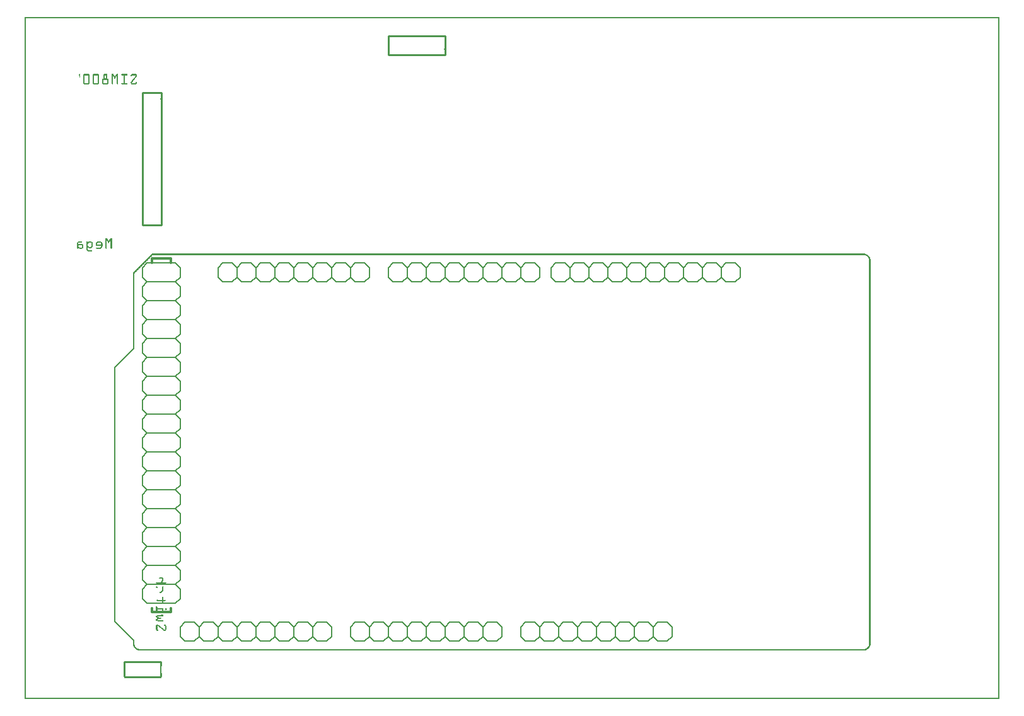
<source format=gbo>
G04 MADE WITH FRITZING*
G04 WWW.FRITZING.ORG*
G04 DOUBLE SIDED*
G04 HOLES PLATED*
G04 CONTOUR ON CENTER OF CONTOUR VECTOR*
%ASAXBY*%
%FSLAX23Y23*%
%MOIN*%
%OFA0B0*%
%SFA1.0B1.0*%
%ADD10C,0.012000*%
%ADD11C,0.006000*%
%ADD12C,0.010000*%
%ADD13R,0.001000X0.001000*%
%LNSILK0*%
G90*
G70*
G54D10*
X774Y481D02*
X774Y461D01*
D02*
X774Y461D02*
X674Y461D01*
D02*
X674Y461D02*
X674Y481D01*
D02*
X774Y2306D02*
X774Y2331D01*
D02*
X774Y2331D02*
X674Y2331D01*
D02*
X674Y2331D02*
X674Y2306D01*
G54D11*
D02*
X999Y406D02*
X949Y406D01*
D02*
X949Y406D02*
X924Y381D01*
D02*
X924Y381D02*
X924Y331D01*
D02*
X924Y331D02*
X949Y306D01*
D02*
X1124Y381D02*
X1099Y406D01*
D02*
X1099Y406D02*
X1049Y406D01*
D02*
X1049Y406D02*
X1024Y381D01*
D02*
X1024Y381D02*
X1024Y331D01*
D02*
X1024Y331D02*
X1049Y306D01*
D02*
X1049Y306D02*
X1099Y306D01*
D02*
X1099Y306D02*
X1124Y331D01*
D02*
X999Y406D02*
X1024Y381D01*
D02*
X1024Y331D02*
X999Y306D01*
D02*
X949Y306D02*
X999Y306D01*
D02*
X1299Y406D02*
X1249Y406D01*
D02*
X1249Y406D02*
X1224Y381D01*
D02*
X1224Y381D02*
X1224Y331D01*
D02*
X1224Y331D02*
X1249Y306D01*
D02*
X1224Y381D02*
X1199Y406D01*
D02*
X1199Y406D02*
X1149Y406D01*
D02*
X1149Y406D02*
X1124Y381D01*
D02*
X1124Y381D02*
X1124Y331D01*
D02*
X1124Y331D02*
X1149Y306D01*
D02*
X1149Y306D02*
X1199Y306D01*
D02*
X1199Y306D02*
X1224Y331D01*
D02*
X1424Y381D02*
X1399Y406D01*
D02*
X1399Y406D02*
X1349Y406D01*
D02*
X1349Y406D02*
X1324Y381D01*
D02*
X1324Y381D02*
X1324Y331D01*
D02*
X1324Y331D02*
X1349Y306D01*
D02*
X1349Y306D02*
X1399Y306D01*
D02*
X1399Y306D02*
X1424Y331D01*
D02*
X1299Y406D02*
X1324Y381D01*
D02*
X1324Y331D02*
X1299Y306D01*
D02*
X1249Y306D02*
X1299Y306D01*
D02*
X1599Y406D02*
X1549Y406D01*
D02*
X1549Y406D02*
X1524Y381D01*
D02*
X1524Y381D02*
X1524Y331D01*
D02*
X1524Y331D02*
X1549Y306D01*
D02*
X1524Y381D02*
X1499Y406D01*
D02*
X1499Y406D02*
X1449Y406D01*
D02*
X1449Y406D02*
X1424Y381D01*
D02*
X1424Y381D02*
X1424Y331D01*
D02*
X1424Y331D02*
X1449Y306D01*
D02*
X1449Y306D02*
X1499Y306D01*
D02*
X1499Y306D02*
X1524Y331D01*
D02*
X1624Y381D02*
X1624Y331D01*
D02*
X1599Y406D02*
X1624Y381D01*
D02*
X1624Y331D02*
X1599Y306D01*
D02*
X1549Y306D02*
X1599Y306D01*
D02*
X899Y406D02*
X849Y406D01*
D02*
X849Y406D02*
X824Y381D01*
D02*
X824Y381D02*
X824Y331D01*
D02*
X824Y331D02*
X849Y306D01*
D02*
X899Y406D02*
X924Y381D01*
D02*
X924Y331D02*
X899Y306D01*
D02*
X849Y306D02*
X899Y306D01*
D02*
X1899Y406D02*
X1849Y406D01*
D02*
X1849Y406D02*
X1824Y381D01*
D02*
X1824Y381D02*
X1824Y331D01*
D02*
X1824Y331D02*
X1849Y306D01*
D02*
X2024Y381D02*
X1999Y406D01*
D02*
X1999Y406D02*
X1949Y406D01*
D02*
X1949Y406D02*
X1924Y381D01*
D02*
X1924Y381D02*
X1924Y331D01*
D02*
X1924Y331D02*
X1949Y306D01*
D02*
X1949Y306D02*
X1999Y306D01*
D02*
X1999Y306D02*
X2024Y331D01*
D02*
X1899Y406D02*
X1924Y381D01*
D02*
X1924Y331D02*
X1899Y306D01*
D02*
X1849Y306D02*
X1899Y306D01*
D02*
X2199Y406D02*
X2149Y406D01*
D02*
X2149Y406D02*
X2124Y381D01*
D02*
X2124Y381D02*
X2124Y331D01*
D02*
X2124Y331D02*
X2149Y306D01*
D02*
X2124Y381D02*
X2099Y406D01*
D02*
X2099Y406D02*
X2049Y406D01*
D02*
X2049Y406D02*
X2024Y381D01*
D02*
X2024Y381D02*
X2024Y331D01*
D02*
X2024Y331D02*
X2049Y306D01*
D02*
X2049Y306D02*
X2099Y306D01*
D02*
X2099Y306D02*
X2124Y331D01*
D02*
X2324Y381D02*
X2299Y406D01*
D02*
X2299Y406D02*
X2249Y406D01*
D02*
X2249Y406D02*
X2224Y381D01*
D02*
X2224Y381D02*
X2224Y331D01*
D02*
X2224Y331D02*
X2249Y306D01*
D02*
X2249Y306D02*
X2299Y306D01*
D02*
X2299Y306D02*
X2324Y331D01*
D02*
X2199Y406D02*
X2224Y381D01*
D02*
X2224Y331D02*
X2199Y306D01*
D02*
X2149Y306D02*
X2199Y306D01*
D02*
X2499Y406D02*
X2449Y406D01*
D02*
X2449Y406D02*
X2424Y381D01*
D02*
X2424Y381D02*
X2424Y331D01*
D02*
X2424Y331D02*
X2449Y306D01*
D02*
X2424Y381D02*
X2399Y406D01*
D02*
X2399Y406D02*
X2349Y406D01*
D02*
X2349Y406D02*
X2324Y381D01*
D02*
X2324Y381D02*
X2324Y331D01*
D02*
X2324Y331D02*
X2349Y306D01*
D02*
X2349Y306D02*
X2399Y306D01*
D02*
X2399Y306D02*
X2424Y331D01*
D02*
X2524Y381D02*
X2524Y331D01*
D02*
X2499Y406D02*
X2524Y381D01*
D02*
X2524Y331D02*
X2499Y306D01*
D02*
X2449Y306D02*
X2499Y306D01*
D02*
X1799Y406D02*
X1749Y406D01*
D02*
X1749Y406D02*
X1724Y381D01*
D02*
X1724Y381D02*
X1724Y331D01*
D02*
X1724Y331D02*
X1749Y306D01*
D02*
X1799Y406D02*
X1824Y381D01*
D02*
X1824Y331D02*
X1799Y306D01*
D02*
X1749Y306D02*
X1799Y306D01*
D02*
X1649Y2206D02*
X1699Y2206D01*
D02*
X1699Y2206D02*
X1724Y2231D01*
D02*
X1724Y2231D02*
X1724Y2281D01*
D02*
X1724Y2281D02*
X1699Y2306D01*
D02*
X1524Y2231D02*
X1549Y2206D01*
D02*
X1549Y2206D02*
X1599Y2206D01*
D02*
X1599Y2206D02*
X1624Y2231D01*
D02*
X1624Y2231D02*
X1624Y2281D01*
D02*
X1624Y2281D02*
X1599Y2306D01*
D02*
X1599Y2306D02*
X1549Y2306D01*
D02*
X1549Y2306D02*
X1524Y2281D01*
D02*
X1649Y2206D02*
X1624Y2231D01*
D02*
X1624Y2281D02*
X1649Y2306D01*
D02*
X1699Y2306D02*
X1649Y2306D01*
D02*
X1349Y2206D02*
X1399Y2206D01*
D02*
X1399Y2206D02*
X1424Y2231D01*
D02*
X1424Y2231D02*
X1424Y2281D01*
D02*
X1424Y2281D02*
X1399Y2306D01*
D02*
X1424Y2231D02*
X1449Y2206D01*
D02*
X1449Y2206D02*
X1499Y2206D01*
D02*
X1499Y2206D02*
X1524Y2231D01*
D02*
X1524Y2231D02*
X1524Y2281D01*
D02*
X1524Y2281D02*
X1499Y2306D01*
D02*
X1499Y2306D02*
X1449Y2306D01*
D02*
X1449Y2306D02*
X1424Y2281D01*
D02*
X1224Y2231D02*
X1249Y2206D01*
D02*
X1249Y2206D02*
X1299Y2206D01*
D02*
X1299Y2206D02*
X1324Y2231D01*
D02*
X1324Y2231D02*
X1324Y2281D01*
D02*
X1324Y2281D02*
X1299Y2306D01*
D02*
X1299Y2306D02*
X1249Y2306D01*
D02*
X1249Y2306D02*
X1224Y2281D01*
D02*
X1349Y2206D02*
X1324Y2231D01*
D02*
X1324Y2281D02*
X1349Y2306D01*
D02*
X1399Y2306D02*
X1349Y2306D01*
D02*
X1049Y2206D02*
X1099Y2206D01*
D02*
X1099Y2206D02*
X1124Y2231D01*
D02*
X1124Y2231D02*
X1124Y2281D01*
D02*
X1124Y2281D02*
X1099Y2306D01*
D02*
X1124Y2231D02*
X1149Y2206D01*
D02*
X1149Y2206D02*
X1199Y2206D01*
D02*
X1199Y2206D02*
X1224Y2231D01*
D02*
X1224Y2231D02*
X1224Y2281D01*
D02*
X1224Y2281D02*
X1199Y2306D01*
D02*
X1199Y2306D02*
X1149Y2306D01*
D02*
X1149Y2306D02*
X1124Y2281D01*
D02*
X1024Y2231D02*
X1024Y2281D01*
D02*
X1049Y2206D02*
X1024Y2231D01*
D02*
X1024Y2281D02*
X1049Y2306D01*
D02*
X1099Y2306D02*
X1049Y2306D01*
D02*
X1749Y2206D02*
X1799Y2206D01*
D02*
X1799Y2206D02*
X1824Y2231D01*
D02*
X1824Y2231D02*
X1824Y2281D01*
D02*
X1824Y2281D02*
X1799Y2306D01*
D02*
X1749Y2206D02*
X1724Y2231D01*
D02*
X1724Y2281D02*
X1749Y2306D01*
D02*
X1799Y2306D02*
X1749Y2306D01*
D02*
X2984Y2281D02*
X2959Y2306D01*
D02*
X2959Y2306D02*
X2909Y2306D01*
D02*
X2909Y2306D02*
X2884Y2281D01*
D02*
X2884Y2281D02*
X2884Y2231D01*
D02*
X2884Y2231D02*
X2909Y2206D01*
D02*
X2909Y2206D02*
X2959Y2206D01*
D02*
X2959Y2206D02*
X2984Y2231D01*
D02*
X3159Y2306D02*
X3109Y2306D01*
D02*
X3109Y2306D02*
X3084Y2281D01*
D02*
X3084Y2281D02*
X3084Y2231D01*
D02*
X3084Y2231D02*
X3109Y2206D01*
D02*
X3084Y2281D02*
X3059Y2306D01*
D02*
X3059Y2306D02*
X3009Y2306D01*
D02*
X3009Y2306D02*
X2984Y2281D01*
D02*
X2984Y2281D02*
X2984Y2231D01*
D02*
X2984Y2231D02*
X3009Y2206D01*
D02*
X3009Y2206D02*
X3059Y2206D01*
D02*
X3059Y2206D02*
X3084Y2231D01*
D02*
X3284Y2281D02*
X3259Y2306D01*
D02*
X3259Y2306D02*
X3209Y2306D01*
D02*
X3209Y2306D02*
X3184Y2281D01*
D02*
X3184Y2281D02*
X3184Y2231D01*
D02*
X3184Y2231D02*
X3209Y2206D01*
D02*
X3209Y2206D02*
X3259Y2206D01*
D02*
X3259Y2206D02*
X3284Y2231D01*
D02*
X3159Y2306D02*
X3184Y2281D01*
D02*
X3184Y2231D02*
X3159Y2206D01*
D02*
X3109Y2206D02*
X3159Y2206D01*
D02*
X3459Y2306D02*
X3409Y2306D01*
D02*
X3409Y2306D02*
X3384Y2281D01*
D02*
X3384Y2281D02*
X3384Y2231D01*
D02*
X3384Y2231D02*
X3409Y2206D01*
D02*
X3384Y2281D02*
X3359Y2306D01*
D02*
X3359Y2306D02*
X3309Y2306D01*
D02*
X3309Y2306D02*
X3284Y2281D01*
D02*
X3284Y2281D02*
X3284Y2231D01*
D02*
X3284Y2231D02*
X3309Y2206D01*
D02*
X3309Y2206D02*
X3359Y2206D01*
D02*
X3359Y2206D02*
X3384Y2231D01*
D02*
X3584Y2281D02*
X3559Y2306D01*
D02*
X3559Y2306D02*
X3509Y2306D01*
D02*
X3509Y2306D02*
X3484Y2281D01*
D02*
X3484Y2281D02*
X3484Y2231D01*
D02*
X3484Y2231D02*
X3509Y2206D01*
D02*
X3509Y2206D02*
X3559Y2206D01*
D02*
X3559Y2206D02*
X3584Y2231D01*
D02*
X3459Y2306D02*
X3484Y2281D01*
D02*
X3484Y2231D02*
X3459Y2206D01*
D02*
X3409Y2206D02*
X3459Y2206D01*
D02*
X3759Y2306D02*
X3709Y2306D01*
D02*
X3709Y2306D02*
X3684Y2281D01*
D02*
X3684Y2281D02*
X3684Y2231D01*
D02*
X3684Y2231D02*
X3709Y2206D01*
D02*
X3684Y2281D02*
X3659Y2306D01*
D02*
X3659Y2306D02*
X3609Y2306D01*
D02*
X3609Y2306D02*
X3584Y2281D01*
D02*
X3584Y2281D02*
X3584Y2231D01*
D02*
X3584Y2231D02*
X3609Y2206D01*
D02*
X3609Y2206D02*
X3659Y2206D01*
D02*
X3659Y2206D02*
X3684Y2231D01*
D02*
X3784Y2281D02*
X3784Y2231D01*
D02*
X3759Y2306D02*
X3784Y2281D01*
D02*
X3784Y2231D02*
X3759Y2206D01*
D02*
X3709Y2206D02*
X3759Y2206D01*
D02*
X2859Y2306D02*
X2809Y2306D01*
D02*
X2809Y2306D02*
X2784Y2281D01*
D02*
X2784Y2281D02*
X2784Y2231D01*
D02*
X2784Y2231D02*
X2809Y2206D01*
D02*
X2859Y2306D02*
X2884Y2281D01*
D02*
X2884Y2231D02*
X2859Y2206D01*
D02*
X2809Y2206D02*
X2859Y2206D01*
D02*
X2799Y406D02*
X2749Y406D01*
D02*
X2749Y406D02*
X2724Y381D01*
D02*
X2724Y381D02*
X2724Y331D01*
D02*
X2724Y331D02*
X2749Y306D01*
D02*
X2924Y381D02*
X2899Y406D01*
D02*
X2899Y406D02*
X2849Y406D01*
D02*
X2849Y406D02*
X2824Y381D01*
D02*
X2824Y381D02*
X2824Y331D01*
D02*
X2824Y331D02*
X2849Y306D01*
D02*
X2849Y306D02*
X2899Y306D01*
D02*
X2899Y306D02*
X2924Y331D01*
D02*
X2799Y406D02*
X2824Y381D01*
D02*
X2824Y331D02*
X2799Y306D01*
D02*
X2749Y306D02*
X2799Y306D01*
D02*
X3099Y406D02*
X3049Y406D01*
D02*
X3049Y406D02*
X3024Y381D01*
D02*
X3024Y381D02*
X3024Y331D01*
D02*
X3024Y331D02*
X3049Y306D01*
D02*
X3024Y381D02*
X2999Y406D01*
D02*
X2999Y406D02*
X2949Y406D01*
D02*
X2949Y406D02*
X2924Y381D01*
D02*
X2924Y381D02*
X2924Y331D01*
D02*
X2924Y331D02*
X2949Y306D01*
D02*
X2949Y306D02*
X2999Y306D01*
D02*
X2999Y306D02*
X3024Y331D01*
D02*
X3224Y381D02*
X3199Y406D01*
D02*
X3199Y406D02*
X3149Y406D01*
D02*
X3149Y406D02*
X3124Y381D01*
D02*
X3124Y381D02*
X3124Y331D01*
D02*
X3124Y331D02*
X3149Y306D01*
D02*
X3149Y306D02*
X3199Y306D01*
D02*
X3199Y306D02*
X3224Y331D01*
D02*
X3099Y406D02*
X3124Y381D01*
D02*
X3124Y331D02*
X3099Y306D01*
D02*
X3049Y306D02*
X3099Y306D01*
D02*
X3399Y406D02*
X3349Y406D01*
D02*
X3349Y406D02*
X3324Y381D01*
D02*
X3324Y381D02*
X3324Y331D01*
D02*
X3324Y331D02*
X3349Y306D01*
D02*
X3324Y381D02*
X3299Y406D01*
D02*
X3299Y406D02*
X3249Y406D01*
D02*
X3249Y406D02*
X3224Y381D01*
D02*
X3224Y381D02*
X3224Y331D01*
D02*
X3224Y331D02*
X3249Y306D01*
D02*
X3249Y306D02*
X3299Y306D01*
D02*
X3299Y306D02*
X3324Y331D01*
D02*
X3424Y381D02*
X3424Y331D01*
D02*
X3399Y406D02*
X3424Y381D01*
D02*
X3424Y331D02*
X3399Y306D01*
D02*
X3349Y306D02*
X3399Y306D01*
D02*
X2699Y406D02*
X2649Y406D01*
D02*
X2649Y406D02*
X2624Y381D01*
D02*
X2624Y381D02*
X2624Y331D01*
D02*
X2624Y331D02*
X2649Y306D01*
D02*
X2699Y406D02*
X2724Y381D01*
D02*
X2724Y331D02*
X2699Y306D01*
D02*
X2649Y306D02*
X2699Y306D01*
D02*
X2549Y2206D02*
X2599Y2206D01*
D02*
X2599Y2206D02*
X2624Y2231D01*
D02*
X2624Y2231D02*
X2624Y2281D01*
D02*
X2624Y2281D02*
X2599Y2306D01*
D02*
X2424Y2231D02*
X2449Y2206D01*
D02*
X2449Y2206D02*
X2499Y2206D01*
D02*
X2499Y2206D02*
X2524Y2231D01*
D02*
X2524Y2231D02*
X2524Y2281D01*
D02*
X2524Y2281D02*
X2499Y2306D01*
D02*
X2499Y2306D02*
X2449Y2306D01*
D02*
X2449Y2306D02*
X2424Y2281D01*
D02*
X2549Y2206D02*
X2524Y2231D01*
D02*
X2524Y2281D02*
X2549Y2306D01*
D02*
X2599Y2306D02*
X2549Y2306D01*
D02*
X2249Y2206D02*
X2299Y2206D01*
D02*
X2299Y2206D02*
X2324Y2231D01*
D02*
X2324Y2231D02*
X2324Y2281D01*
D02*
X2324Y2281D02*
X2299Y2306D01*
D02*
X2324Y2231D02*
X2349Y2206D01*
D02*
X2349Y2206D02*
X2399Y2206D01*
D02*
X2399Y2206D02*
X2424Y2231D01*
D02*
X2424Y2231D02*
X2424Y2281D01*
D02*
X2424Y2281D02*
X2399Y2306D01*
D02*
X2399Y2306D02*
X2349Y2306D01*
D02*
X2349Y2306D02*
X2324Y2281D01*
D02*
X2124Y2231D02*
X2149Y2206D01*
D02*
X2149Y2206D02*
X2199Y2206D01*
D02*
X2199Y2206D02*
X2224Y2231D01*
D02*
X2224Y2231D02*
X2224Y2281D01*
D02*
X2224Y2281D02*
X2199Y2306D01*
D02*
X2199Y2306D02*
X2149Y2306D01*
D02*
X2149Y2306D02*
X2124Y2281D01*
D02*
X2249Y2206D02*
X2224Y2231D01*
D02*
X2224Y2281D02*
X2249Y2306D01*
D02*
X2299Y2306D02*
X2249Y2306D01*
D02*
X1949Y2206D02*
X1999Y2206D01*
D02*
X1999Y2206D02*
X2024Y2231D01*
D02*
X2024Y2231D02*
X2024Y2281D01*
D02*
X2024Y2281D02*
X1999Y2306D01*
D02*
X2024Y2231D02*
X2049Y2206D01*
D02*
X2049Y2206D02*
X2099Y2206D01*
D02*
X2099Y2206D02*
X2124Y2231D01*
D02*
X2124Y2231D02*
X2124Y2281D01*
D02*
X2124Y2281D02*
X2099Y2306D01*
D02*
X2099Y2306D02*
X2049Y2306D01*
D02*
X2049Y2306D02*
X2024Y2281D01*
D02*
X1924Y2231D02*
X1924Y2281D01*
D02*
X1949Y2206D02*
X1924Y2231D01*
D02*
X1924Y2281D02*
X1949Y2306D01*
D02*
X1999Y2306D02*
X1949Y2306D01*
D02*
X2649Y2206D02*
X2699Y2206D01*
D02*
X2699Y2206D02*
X2724Y2231D01*
D02*
X2724Y2231D02*
X2724Y2281D01*
D02*
X2724Y2281D02*
X2699Y2306D01*
D02*
X2649Y2206D02*
X2624Y2231D01*
D02*
X2624Y2281D02*
X2649Y2306D01*
D02*
X2699Y2306D02*
X2649Y2306D01*
D02*
X799Y2306D02*
X824Y2281D01*
D02*
X824Y2281D02*
X824Y2231D01*
D02*
X824Y2231D02*
X799Y2206D01*
D02*
X799Y2206D02*
X824Y2181D01*
D02*
X824Y2181D02*
X824Y2131D01*
D02*
X824Y2131D02*
X799Y2106D01*
D02*
X799Y2106D02*
X824Y2081D01*
D02*
X824Y2081D02*
X824Y2031D01*
D02*
X824Y2031D02*
X799Y2006D01*
D02*
X799Y2006D02*
X824Y1981D01*
D02*
X824Y1981D02*
X824Y1931D01*
D02*
X824Y1931D02*
X799Y1906D01*
D02*
X799Y1906D02*
X824Y1881D01*
D02*
X824Y1881D02*
X824Y1831D01*
D02*
X824Y1831D02*
X799Y1806D01*
D02*
X799Y1806D02*
X824Y1781D01*
D02*
X824Y1781D02*
X824Y1731D01*
D02*
X824Y1731D02*
X799Y1706D01*
D02*
X799Y2306D02*
X649Y2306D01*
D02*
X649Y2306D02*
X624Y2281D01*
D02*
X624Y2281D02*
X624Y2231D01*
D02*
X624Y2231D02*
X649Y2206D01*
D02*
X649Y2206D02*
X624Y2181D01*
D02*
X624Y2181D02*
X624Y2131D01*
D02*
X624Y2131D02*
X649Y2106D01*
D02*
X649Y2106D02*
X624Y2081D01*
D02*
X624Y2081D02*
X624Y2031D01*
D02*
X624Y2031D02*
X649Y2006D01*
D02*
X649Y2006D02*
X624Y1981D01*
D02*
X624Y1981D02*
X624Y1931D01*
D02*
X624Y1931D02*
X649Y1906D01*
D02*
X649Y1906D02*
X624Y1881D01*
D02*
X624Y1881D02*
X624Y1831D01*
D02*
X624Y1831D02*
X649Y1806D01*
D02*
X649Y1806D02*
X624Y1781D01*
D02*
X624Y1781D02*
X624Y1731D01*
D02*
X624Y1731D02*
X649Y1706D01*
D02*
X649Y1706D02*
X624Y1681D01*
D02*
X624Y1681D02*
X624Y1631D01*
D02*
X624Y1631D02*
X649Y1606D01*
D02*
X649Y1606D02*
X624Y1581D01*
D02*
X624Y1581D02*
X624Y1531D01*
D02*
X624Y1531D02*
X649Y1506D01*
D02*
X649Y1506D02*
X624Y1481D01*
D02*
X624Y1481D02*
X624Y1431D01*
D02*
X624Y1431D02*
X649Y1406D01*
D02*
X649Y1406D02*
X624Y1381D01*
D02*
X624Y1381D02*
X624Y1331D01*
D02*
X624Y1331D02*
X649Y1306D01*
D02*
X649Y1306D02*
X624Y1281D01*
D02*
X624Y1281D02*
X624Y1231D01*
D02*
X624Y1231D02*
X649Y1206D01*
D02*
X649Y1206D02*
X624Y1181D01*
D02*
X624Y1181D02*
X624Y1131D01*
D02*
X649Y1106D02*
X624Y1131D01*
D02*
X649Y1106D02*
X624Y1081D01*
D02*
X624Y1031D02*
X624Y1081D01*
D02*
X624Y1031D02*
X649Y1006D01*
D02*
X649Y1006D02*
X624Y981D01*
D02*
X624Y931D02*
X624Y981D01*
D02*
X624Y931D02*
X649Y906D01*
D02*
X649Y906D02*
X624Y881D01*
D02*
X624Y831D02*
X624Y881D01*
D02*
X624Y831D02*
X649Y806D01*
D02*
X649Y806D02*
X624Y781D01*
D02*
X624Y731D02*
X624Y781D01*
D02*
X624Y731D02*
X649Y706D01*
D02*
X649Y706D02*
X624Y681D01*
D02*
X624Y631D02*
X624Y681D01*
D02*
X624Y631D02*
X649Y606D01*
D02*
X649Y606D02*
X624Y581D01*
D02*
X624Y531D02*
X624Y581D01*
D02*
X624Y531D02*
X649Y506D01*
D02*
X799Y506D02*
X824Y531D01*
D02*
X824Y531D02*
X824Y581D01*
D02*
X799Y606D02*
X824Y581D01*
D02*
X799Y606D02*
X824Y631D01*
D02*
X824Y631D02*
X824Y681D01*
D02*
X799Y706D02*
X824Y681D01*
D02*
X799Y706D02*
X824Y731D01*
D02*
X824Y781D02*
X824Y731D01*
D02*
X824Y781D02*
X799Y806D01*
D02*
X799Y806D02*
X824Y831D01*
D02*
X824Y881D02*
X824Y831D01*
D02*
X824Y881D02*
X799Y906D01*
D02*
X799Y906D02*
X824Y931D01*
D02*
X824Y931D02*
X824Y981D01*
D02*
X799Y1006D02*
X824Y981D01*
D02*
X799Y1006D02*
X824Y1031D01*
D02*
X824Y1031D02*
X824Y1081D01*
D02*
X799Y1106D02*
X824Y1081D01*
D02*
X799Y1106D02*
X824Y1131D01*
D02*
X824Y1131D02*
X824Y1181D01*
D02*
X799Y1206D02*
X824Y1181D01*
D02*
X799Y1206D02*
X824Y1231D01*
D02*
X824Y1231D02*
X824Y1281D01*
D02*
X799Y1306D02*
X824Y1281D01*
D02*
X799Y1306D02*
X824Y1331D01*
D02*
X824Y1331D02*
X824Y1381D01*
D02*
X799Y1406D02*
X824Y1381D01*
D02*
X799Y1406D02*
X824Y1431D01*
D02*
X824Y1431D02*
X824Y1481D01*
D02*
X799Y1506D02*
X824Y1481D01*
D02*
X799Y1506D02*
X824Y1531D01*
D02*
X824Y1531D02*
X824Y1581D01*
D02*
X799Y1606D02*
X824Y1581D01*
D02*
X799Y1606D02*
X824Y1631D01*
D02*
X824Y1631D02*
X824Y1681D01*
D02*
X799Y1706D02*
X824Y1681D01*
D02*
X649Y2206D02*
X799Y2206D01*
D02*
X649Y2106D02*
X799Y2106D01*
D02*
X649Y2006D02*
X799Y2006D01*
D02*
X649Y1906D02*
X799Y1906D01*
D02*
X649Y1806D02*
X799Y1806D01*
D02*
X649Y1706D02*
X799Y1706D01*
D02*
X649Y1606D02*
X799Y1606D01*
D02*
X649Y1506D02*
X799Y1506D01*
D02*
X649Y1406D02*
X799Y1406D01*
D02*
X649Y1306D02*
X799Y1306D01*
D02*
X649Y1206D02*
X799Y1206D01*
D02*
X649Y1106D02*
X799Y1106D01*
D02*
X649Y1006D02*
X799Y1006D01*
D02*
X649Y906D02*
X799Y906D01*
D02*
X649Y806D02*
X799Y806D01*
D02*
X649Y706D02*
X799Y706D01*
D02*
X649Y606D02*
X799Y606D01*
D02*
X649Y506D02*
X799Y506D01*
G54D12*
D02*
X724Y3206D02*
X724Y2506D01*
D02*
X724Y2506D02*
X624Y2506D01*
D02*
X624Y2506D02*
X624Y3206D01*
D02*
X624Y3206D02*
X724Y3206D01*
D02*
X2224Y3406D02*
X1924Y3406D01*
D02*
X1924Y3406D02*
X1924Y3506D01*
D02*
X1924Y3506D02*
X2224Y3506D01*
D02*
X2224Y3506D02*
X2224Y3406D01*
G54D13*
X1Y3607D02*
X5155Y3607D01*
X1Y3606D02*
X5155Y3606D01*
X1Y3605D02*
X5155Y3605D01*
X1Y3604D02*
X5155Y3604D01*
X1Y3603D02*
X5155Y3603D01*
X1Y3602D02*
X5155Y3602D01*
X1Y3601D02*
X5155Y3601D01*
X1Y3600D02*
X5155Y3600D01*
X1Y3599D02*
X8Y3599D01*
X5148Y3599D02*
X5155Y3599D01*
X1Y3598D02*
X8Y3598D01*
X5148Y3598D02*
X5155Y3598D01*
X1Y3597D02*
X8Y3597D01*
X5148Y3597D02*
X5155Y3597D01*
X1Y3596D02*
X8Y3596D01*
X5148Y3596D02*
X5155Y3596D01*
X1Y3595D02*
X8Y3595D01*
X5148Y3595D02*
X5155Y3595D01*
X1Y3594D02*
X8Y3594D01*
X5148Y3594D02*
X5155Y3594D01*
X1Y3593D02*
X8Y3593D01*
X5148Y3593D02*
X5155Y3593D01*
X1Y3592D02*
X8Y3592D01*
X5148Y3592D02*
X5155Y3592D01*
X1Y3591D02*
X8Y3591D01*
X5148Y3591D02*
X5155Y3591D01*
X1Y3590D02*
X8Y3590D01*
X5148Y3590D02*
X5155Y3590D01*
X1Y3589D02*
X8Y3589D01*
X5148Y3589D02*
X5155Y3589D01*
X1Y3588D02*
X8Y3588D01*
X5148Y3588D02*
X5155Y3588D01*
X1Y3587D02*
X8Y3587D01*
X5148Y3587D02*
X5155Y3587D01*
X1Y3586D02*
X8Y3586D01*
X5148Y3586D02*
X5155Y3586D01*
X1Y3585D02*
X8Y3585D01*
X5148Y3585D02*
X5155Y3585D01*
X1Y3584D02*
X8Y3584D01*
X5148Y3584D02*
X5155Y3584D01*
X1Y3583D02*
X8Y3583D01*
X5148Y3583D02*
X5155Y3583D01*
X1Y3582D02*
X8Y3582D01*
X5148Y3582D02*
X5155Y3582D01*
X1Y3581D02*
X8Y3581D01*
X5148Y3581D02*
X5155Y3581D01*
X1Y3580D02*
X8Y3580D01*
X5148Y3580D02*
X5155Y3580D01*
X1Y3579D02*
X8Y3579D01*
X5148Y3579D02*
X5155Y3579D01*
X1Y3578D02*
X8Y3578D01*
X5148Y3578D02*
X5155Y3578D01*
X1Y3577D02*
X8Y3577D01*
X5148Y3577D02*
X5155Y3577D01*
X1Y3576D02*
X8Y3576D01*
X5148Y3576D02*
X5155Y3576D01*
X1Y3575D02*
X8Y3575D01*
X5148Y3575D02*
X5155Y3575D01*
X1Y3574D02*
X8Y3574D01*
X5148Y3574D02*
X5155Y3574D01*
X1Y3573D02*
X8Y3573D01*
X5148Y3573D02*
X5155Y3573D01*
X1Y3572D02*
X8Y3572D01*
X5148Y3572D02*
X5155Y3572D01*
X1Y3571D02*
X8Y3571D01*
X5148Y3571D02*
X5155Y3571D01*
X1Y3570D02*
X8Y3570D01*
X5148Y3570D02*
X5155Y3570D01*
X1Y3569D02*
X8Y3569D01*
X5148Y3569D02*
X5155Y3569D01*
X1Y3568D02*
X8Y3568D01*
X5148Y3568D02*
X5155Y3568D01*
X1Y3567D02*
X8Y3567D01*
X5148Y3567D02*
X5155Y3567D01*
X1Y3566D02*
X8Y3566D01*
X5148Y3566D02*
X5155Y3566D01*
X1Y3565D02*
X8Y3565D01*
X5148Y3565D02*
X5155Y3565D01*
X1Y3564D02*
X8Y3564D01*
X5148Y3564D02*
X5155Y3564D01*
X1Y3563D02*
X8Y3563D01*
X5148Y3563D02*
X5155Y3563D01*
X1Y3562D02*
X8Y3562D01*
X5148Y3562D02*
X5155Y3562D01*
X1Y3561D02*
X8Y3561D01*
X5148Y3561D02*
X5155Y3561D01*
X1Y3560D02*
X8Y3560D01*
X5148Y3560D02*
X5155Y3560D01*
X1Y3559D02*
X8Y3559D01*
X5148Y3559D02*
X5155Y3559D01*
X1Y3558D02*
X8Y3558D01*
X5148Y3558D02*
X5155Y3558D01*
X1Y3557D02*
X8Y3557D01*
X5148Y3557D02*
X5155Y3557D01*
X1Y3556D02*
X8Y3556D01*
X5148Y3556D02*
X5155Y3556D01*
X1Y3555D02*
X8Y3555D01*
X5148Y3555D02*
X5155Y3555D01*
X1Y3554D02*
X8Y3554D01*
X5148Y3554D02*
X5155Y3554D01*
X1Y3553D02*
X8Y3553D01*
X5148Y3553D02*
X5155Y3553D01*
X1Y3552D02*
X8Y3552D01*
X5148Y3552D02*
X5155Y3552D01*
X1Y3551D02*
X8Y3551D01*
X5148Y3551D02*
X5155Y3551D01*
X1Y3550D02*
X8Y3550D01*
X5148Y3550D02*
X5155Y3550D01*
X1Y3549D02*
X8Y3549D01*
X5148Y3549D02*
X5155Y3549D01*
X1Y3548D02*
X8Y3548D01*
X5148Y3548D02*
X5155Y3548D01*
X1Y3547D02*
X8Y3547D01*
X5148Y3547D02*
X5155Y3547D01*
X1Y3546D02*
X8Y3546D01*
X5148Y3546D02*
X5155Y3546D01*
X1Y3545D02*
X8Y3545D01*
X5148Y3545D02*
X5155Y3545D01*
X1Y3544D02*
X8Y3544D01*
X5148Y3544D02*
X5155Y3544D01*
X1Y3543D02*
X8Y3543D01*
X5148Y3543D02*
X5155Y3543D01*
X1Y3542D02*
X8Y3542D01*
X5148Y3542D02*
X5155Y3542D01*
X1Y3541D02*
X8Y3541D01*
X5148Y3541D02*
X5155Y3541D01*
X1Y3540D02*
X8Y3540D01*
X5148Y3540D02*
X5155Y3540D01*
X1Y3539D02*
X8Y3539D01*
X5148Y3539D02*
X5155Y3539D01*
X1Y3538D02*
X8Y3538D01*
X5148Y3538D02*
X5155Y3538D01*
X1Y3537D02*
X8Y3537D01*
X5148Y3537D02*
X5155Y3537D01*
X1Y3536D02*
X8Y3536D01*
X5148Y3536D02*
X5155Y3536D01*
X1Y3535D02*
X8Y3535D01*
X5148Y3535D02*
X5155Y3535D01*
X1Y3534D02*
X8Y3534D01*
X5148Y3534D02*
X5155Y3534D01*
X1Y3533D02*
X8Y3533D01*
X5148Y3533D02*
X5155Y3533D01*
X1Y3532D02*
X8Y3532D01*
X5148Y3532D02*
X5155Y3532D01*
X1Y3531D02*
X8Y3531D01*
X5148Y3531D02*
X5155Y3531D01*
X1Y3530D02*
X8Y3530D01*
X5148Y3530D02*
X5155Y3530D01*
X1Y3529D02*
X8Y3529D01*
X5148Y3529D02*
X5155Y3529D01*
X1Y3528D02*
X8Y3528D01*
X5148Y3528D02*
X5155Y3528D01*
X1Y3527D02*
X8Y3527D01*
X5148Y3527D02*
X5155Y3527D01*
X1Y3526D02*
X8Y3526D01*
X5148Y3526D02*
X5155Y3526D01*
X1Y3525D02*
X8Y3525D01*
X5148Y3525D02*
X5155Y3525D01*
X1Y3524D02*
X8Y3524D01*
X5148Y3524D02*
X5155Y3524D01*
X1Y3523D02*
X8Y3523D01*
X5148Y3523D02*
X5155Y3523D01*
X1Y3522D02*
X8Y3522D01*
X5148Y3522D02*
X5155Y3522D01*
X1Y3521D02*
X8Y3521D01*
X5148Y3521D02*
X5155Y3521D01*
X1Y3520D02*
X8Y3520D01*
X5148Y3520D02*
X5155Y3520D01*
X1Y3519D02*
X8Y3519D01*
X5148Y3519D02*
X5155Y3519D01*
X1Y3518D02*
X8Y3518D01*
X5148Y3518D02*
X5155Y3518D01*
X1Y3517D02*
X8Y3517D01*
X5148Y3517D02*
X5155Y3517D01*
X1Y3516D02*
X8Y3516D01*
X5148Y3516D02*
X5155Y3516D01*
X1Y3515D02*
X8Y3515D01*
X5148Y3515D02*
X5155Y3515D01*
X1Y3514D02*
X8Y3514D01*
X5148Y3514D02*
X5155Y3514D01*
X1Y3513D02*
X8Y3513D01*
X5148Y3513D02*
X5155Y3513D01*
X1Y3512D02*
X8Y3512D01*
X5148Y3512D02*
X5155Y3512D01*
X1Y3511D02*
X8Y3511D01*
X5148Y3511D02*
X5155Y3511D01*
X1Y3510D02*
X8Y3510D01*
X5148Y3510D02*
X5155Y3510D01*
X1Y3509D02*
X8Y3509D01*
X5148Y3509D02*
X5155Y3509D01*
X1Y3508D02*
X8Y3508D01*
X5148Y3508D02*
X5155Y3508D01*
X1Y3507D02*
X8Y3507D01*
X5148Y3507D02*
X5155Y3507D01*
X1Y3506D02*
X8Y3506D01*
X5148Y3506D02*
X5155Y3506D01*
X1Y3505D02*
X8Y3505D01*
X5148Y3505D02*
X5155Y3505D01*
X1Y3504D02*
X8Y3504D01*
X5148Y3504D02*
X5155Y3504D01*
X1Y3503D02*
X8Y3503D01*
X5148Y3503D02*
X5155Y3503D01*
X1Y3502D02*
X8Y3502D01*
X5148Y3502D02*
X5155Y3502D01*
X1Y3501D02*
X8Y3501D01*
X5148Y3501D02*
X5155Y3501D01*
X1Y3500D02*
X8Y3500D01*
X5148Y3500D02*
X5155Y3500D01*
X1Y3499D02*
X8Y3499D01*
X5148Y3499D02*
X5155Y3499D01*
X1Y3498D02*
X8Y3498D01*
X5148Y3498D02*
X5155Y3498D01*
X1Y3497D02*
X8Y3497D01*
X5148Y3497D02*
X5155Y3497D01*
X1Y3496D02*
X8Y3496D01*
X5148Y3496D02*
X5155Y3496D01*
X1Y3495D02*
X8Y3495D01*
X5148Y3495D02*
X5155Y3495D01*
X1Y3494D02*
X8Y3494D01*
X5148Y3494D02*
X5155Y3494D01*
X1Y3493D02*
X8Y3493D01*
X5148Y3493D02*
X5155Y3493D01*
X1Y3492D02*
X8Y3492D01*
X5148Y3492D02*
X5155Y3492D01*
X1Y3491D02*
X8Y3491D01*
X5148Y3491D02*
X5155Y3491D01*
X1Y3490D02*
X8Y3490D01*
X5148Y3490D02*
X5155Y3490D01*
X1Y3489D02*
X8Y3489D01*
X5148Y3489D02*
X5155Y3489D01*
X1Y3488D02*
X8Y3488D01*
X5148Y3488D02*
X5155Y3488D01*
X1Y3487D02*
X8Y3487D01*
X5148Y3487D02*
X5155Y3487D01*
X1Y3486D02*
X8Y3486D01*
X5148Y3486D02*
X5155Y3486D01*
X1Y3485D02*
X8Y3485D01*
X5148Y3485D02*
X5155Y3485D01*
X1Y3484D02*
X8Y3484D01*
X5148Y3484D02*
X5155Y3484D01*
X1Y3483D02*
X8Y3483D01*
X5148Y3483D02*
X5155Y3483D01*
X1Y3482D02*
X8Y3482D01*
X5148Y3482D02*
X5155Y3482D01*
X1Y3481D02*
X8Y3481D01*
X5148Y3481D02*
X5155Y3481D01*
X1Y3480D02*
X8Y3480D01*
X5148Y3480D02*
X5155Y3480D01*
X1Y3479D02*
X8Y3479D01*
X5148Y3479D02*
X5155Y3479D01*
X1Y3478D02*
X8Y3478D01*
X5148Y3478D02*
X5155Y3478D01*
X1Y3477D02*
X8Y3477D01*
X5148Y3477D02*
X5155Y3477D01*
X1Y3476D02*
X8Y3476D01*
X5148Y3476D02*
X5155Y3476D01*
X1Y3475D02*
X8Y3475D01*
X5148Y3475D02*
X5155Y3475D01*
X1Y3474D02*
X8Y3474D01*
X5148Y3474D02*
X5155Y3474D01*
X1Y3473D02*
X8Y3473D01*
X5148Y3473D02*
X5155Y3473D01*
X1Y3472D02*
X8Y3472D01*
X5148Y3472D02*
X5155Y3472D01*
X1Y3471D02*
X8Y3471D01*
X5148Y3471D02*
X5155Y3471D01*
X1Y3470D02*
X8Y3470D01*
X5148Y3470D02*
X5155Y3470D01*
X1Y3469D02*
X8Y3469D01*
X5148Y3469D02*
X5155Y3469D01*
X1Y3468D02*
X8Y3468D01*
X5148Y3468D02*
X5155Y3468D01*
X1Y3467D02*
X8Y3467D01*
X5148Y3467D02*
X5155Y3467D01*
X1Y3466D02*
X8Y3466D01*
X5148Y3466D02*
X5155Y3466D01*
X1Y3465D02*
X8Y3465D01*
X5148Y3465D02*
X5155Y3465D01*
X1Y3464D02*
X8Y3464D01*
X5148Y3464D02*
X5155Y3464D01*
X1Y3463D02*
X8Y3463D01*
X5148Y3463D02*
X5155Y3463D01*
X1Y3462D02*
X8Y3462D01*
X5148Y3462D02*
X5155Y3462D01*
X1Y3461D02*
X8Y3461D01*
X5148Y3461D02*
X5155Y3461D01*
X1Y3460D02*
X8Y3460D01*
X5148Y3460D02*
X5155Y3460D01*
X1Y3459D02*
X8Y3459D01*
X5148Y3459D02*
X5155Y3459D01*
X1Y3458D02*
X8Y3458D01*
X5148Y3458D02*
X5155Y3458D01*
X1Y3457D02*
X8Y3457D01*
X5148Y3457D02*
X5155Y3457D01*
X1Y3456D02*
X8Y3456D01*
X5148Y3456D02*
X5155Y3456D01*
X1Y3455D02*
X8Y3455D01*
X5148Y3455D02*
X5155Y3455D01*
X1Y3454D02*
X8Y3454D01*
X5148Y3454D02*
X5155Y3454D01*
X1Y3453D02*
X8Y3453D01*
X5148Y3453D02*
X5155Y3453D01*
X1Y3452D02*
X8Y3452D01*
X5148Y3452D02*
X5155Y3452D01*
X1Y3451D02*
X8Y3451D01*
X5148Y3451D02*
X5155Y3451D01*
X1Y3450D02*
X8Y3450D01*
X5148Y3450D02*
X5155Y3450D01*
X1Y3449D02*
X8Y3449D01*
X5148Y3449D02*
X5155Y3449D01*
X1Y3448D02*
X8Y3448D01*
X5148Y3448D02*
X5155Y3448D01*
X1Y3447D02*
X8Y3447D01*
X5148Y3447D02*
X5155Y3447D01*
X1Y3446D02*
X8Y3446D01*
X5148Y3446D02*
X5155Y3446D01*
X1Y3445D02*
X8Y3445D01*
X5148Y3445D02*
X5155Y3445D01*
X1Y3444D02*
X8Y3444D01*
X5148Y3444D02*
X5155Y3444D01*
X1Y3443D02*
X8Y3443D01*
X5148Y3443D02*
X5155Y3443D01*
X1Y3442D02*
X8Y3442D01*
X5148Y3442D02*
X5155Y3442D01*
X1Y3441D02*
X8Y3441D01*
X2222Y3441D02*
X2223Y3441D01*
X5148Y3441D02*
X5155Y3441D01*
X1Y3440D02*
X8Y3440D01*
X2221Y3440D02*
X2224Y3440D01*
X5148Y3440D02*
X5155Y3440D01*
X1Y3439D02*
X8Y3439D01*
X2220Y3439D02*
X2225Y3439D01*
X5148Y3439D02*
X5155Y3439D01*
X1Y3438D02*
X8Y3438D01*
X2219Y3438D02*
X2225Y3438D01*
X5148Y3438D02*
X5155Y3438D01*
X1Y3437D02*
X8Y3437D01*
X2219Y3437D02*
X2224Y3437D01*
X5148Y3437D02*
X5155Y3437D01*
X1Y3436D02*
X8Y3436D01*
X2219Y3436D02*
X2223Y3436D01*
X5148Y3436D02*
X5155Y3436D01*
X1Y3435D02*
X8Y3435D01*
X2219Y3435D02*
X2222Y3435D01*
X5148Y3435D02*
X5155Y3435D01*
X1Y3434D02*
X8Y3434D01*
X2219Y3434D02*
X2221Y3434D01*
X5148Y3434D02*
X5155Y3434D01*
X1Y3433D02*
X8Y3433D01*
X2219Y3433D02*
X2220Y3433D01*
X5148Y3433D02*
X5155Y3433D01*
X1Y3432D02*
X8Y3432D01*
X2219Y3432D02*
X2219Y3432D01*
X5148Y3432D02*
X5155Y3432D01*
X1Y3431D02*
X8Y3431D01*
X5148Y3431D02*
X5155Y3431D01*
X1Y3430D02*
X8Y3430D01*
X5148Y3430D02*
X5155Y3430D01*
X1Y3429D02*
X8Y3429D01*
X5148Y3429D02*
X5155Y3429D01*
X1Y3428D02*
X8Y3428D01*
X5148Y3428D02*
X5155Y3428D01*
X1Y3427D02*
X8Y3427D01*
X5148Y3427D02*
X5155Y3427D01*
X1Y3426D02*
X8Y3426D01*
X5148Y3426D02*
X5155Y3426D01*
X1Y3425D02*
X8Y3425D01*
X5148Y3425D02*
X5155Y3425D01*
X1Y3424D02*
X8Y3424D01*
X5148Y3424D02*
X5155Y3424D01*
X1Y3423D02*
X8Y3423D01*
X5148Y3423D02*
X5155Y3423D01*
X1Y3422D02*
X8Y3422D01*
X5148Y3422D02*
X5155Y3422D01*
X1Y3421D02*
X8Y3421D01*
X5148Y3421D02*
X5155Y3421D01*
X1Y3420D02*
X8Y3420D01*
X5148Y3420D02*
X5155Y3420D01*
X1Y3419D02*
X8Y3419D01*
X5148Y3419D02*
X5155Y3419D01*
X1Y3418D02*
X8Y3418D01*
X5148Y3418D02*
X5155Y3418D01*
X1Y3417D02*
X8Y3417D01*
X5148Y3417D02*
X5155Y3417D01*
X1Y3416D02*
X8Y3416D01*
X5148Y3416D02*
X5155Y3416D01*
X1Y3415D02*
X8Y3415D01*
X5148Y3415D02*
X5155Y3415D01*
X1Y3414D02*
X8Y3414D01*
X5148Y3414D02*
X5155Y3414D01*
X1Y3413D02*
X8Y3413D01*
X5148Y3413D02*
X5155Y3413D01*
X1Y3412D02*
X8Y3412D01*
X5148Y3412D02*
X5155Y3412D01*
X1Y3411D02*
X8Y3411D01*
X2192Y3411D02*
X2198Y3411D01*
X5148Y3411D02*
X5155Y3411D01*
X1Y3410D02*
X8Y3410D01*
X2191Y3410D02*
X2197Y3410D01*
X5148Y3410D02*
X5155Y3410D01*
X1Y3409D02*
X8Y3409D01*
X2190Y3409D02*
X2196Y3409D01*
X5148Y3409D02*
X5155Y3409D01*
X1Y3408D02*
X8Y3408D01*
X2189Y3408D02*
X2195Y3408D01*
X5148Y3408D02*
X5155Y3408D01*
X1Y3407D02*
X8Y3407D01*
X2188Y3407D02*
X2194Y3407D01*
X5148Y3407D02*
X5155Y3407D01*
X1Y3406D02*
X8Y3406D01*
X2189Y3406D02*
X2193Y3406D01*
X5148Y3406D02*
X5155Y3406D01*
X1Y3405D02*
X8Y3405D01*
X2190Y3405D02*
X2192Y3405D01*
X5148Y3405D02*
X5155Y3405D01*
X1Y3404D02*
X8Y3404D01*
X5148Y3404D02*
X5155Y3404D01*
X1Y3403D02*
X8Y3403D01*
X5148Y3403D02*
X5155Y3403D01*
X1Y3402D02*
X8Y3402D01*
X5148Y3402D02*
X5155Y3402D01*
X1Y3401D02*
X8Y3401D01*
X5148Y3401D02*
X5155Y3401D01*
X1Y3400D02*
X8Y3400D01*
X5148Y3400D02*
X5155Y3400D01*
X1Y3399D02*
X8Y3399D01*
X5148Y3399D02*
X5155Y3399D01*
X1Y3398D02*
X8Y3398D01*
X5148Y3398D02*
X5155Y3398D01*
X1Y3397D02*
X8Y3397D01*
X5148Y3397D02*
X5155Y3397D01*
X1Y3396D02*
X8Y3396D01*
X5148Y3396D02*
X5155Y3396D01*
X1Y3395D02*
X8Y3395D01*
X5148Y3395D02*
X5155Y3395D01*
X1Y3394D02*
X8Y3394D01*
X5148Y3394D02*
X5155Y3394D01*
X1Y3393D02*
X8Y3393D01*
X5148Y3393D02*
X5155Y3393D01*
X1Y3392D02*
X8Y3392D01*
X5148Y3392D02*
X5155Y3392D01*
X1Y3391D02*
X8Y3391D01*
X5148Y3391D02*
X5155Y3391D01*
X1Y3390D02*
X8Y3390D01*
X5148Y3390D02*
X5155Y3390D01*
X1Y3389D02*
X8Y3389D01*
X5148Y3389D02*
X5155Y3389D01*
X1Y3388D02*
X8Y3388D01*
X5148Y3388D02*
X5155Y3388D01*
X1Y3387D02*
X8Y3387D01*
X5148Y3387D02*
X5155Y3387D01*
X1Y3386D02*
X8Y3386D01*
X5148Y3386D02*
X5155Y3386D01*
X1Y3385D02*
X8Y3385D01*
X5148Y3385D02*
X5155Y3385D01*
X1Y3384D02*
X8Y3384D01*
X5148Y3384D02*
X5155Y3384D01*
X1Y3383D02*
X8Y3383D01*
X5148Y3383D02*
X5155Y3383D01*
X1Y3382D02*
X8Y3382D01*
X5148Y3382D02*
X5155Y3382D01*
X1Y3381D02*
X8Y3381D01*
X5148Y3381D02*
X5155Y3381D01*
X1Y3380D02*
X8Y3380D01*
X5148Y3380D02*
X5155Y3380D01*
X1Y3379D02*
X8Y3379D01*
X5148Y3379D02*
X5155Y3379D01*
X1Y3378D02*
X8Y3378D01*
X5148Y3378D02*
X5155Y3378D01*
X1Y3377D02*
X8Y3377D01*
X5148Y3377D02*
X5155Y3377D01*
X1Y3376D02*
X8Y3376D01*
X5148Y3376D02*
X5155Y3376D01*
X1Y3375D02*
X8Y3375D01*
X5148Y3375D02*
X5155Y3375D01*
X1Y3374D02*
X8Y3374D01*
X5148Y3374D02*
X5155Y3374D01*
X1Y3373D02*
X8Y3373D01*
X5148Y3373D02*
X5155Y3373D01*
X1Y3372D02*
X8Y3372D01*
X5148Y3372D02*
X5155Y3372D01*
X1Y3371D02*
X8Y3371D01*
X5148Y3371D02*
X5155Y3371D01*
X1Y3370D02*
X8Y3370D01*
X5148Y3370D02*
X5155Y3370D01*
X1Y3369D02*
X8Y3369D01*
X5148Y3369D02*
X5155Y3369D01*
X1Y3368D02*
X8Y3368D01*
X5148Y3368D02*
X5155Y3368D01*
X1Y3367D02*
X8Y3367D01*
X5148Y3367D02*
X5155Y3367D01*
X1Y3366D02*
X8Y3366D01*
X5148Y3366D02*
X5155Y3366D01*
X1Y3365D02*
X8Y3365D01*
X5148Y3365D02*
X5155Y3365D01*
X1Y3364D02*
X8Y3364D01*
X5148Y3364D02*
X5155Y3364D01*
X1Y3363D02*
X8Y3363D01*
X5148Y3363D02*
X5155Y3363D01*
X1Y3362D02*
X8Y3362D01*
X5148Y3362D02*
X5155Y3362D01*
X1Y3361D02*
X8Y3361D01*
X5148Y3361D02*
X5155Y3361D01*
X1Y3360D02*
X8Y3360D01*
X5148Y3360D02*
X5155Y3360D01*
X1Y3359D02*
X8Y3359D01*
X5148Y3359D02*
X5155Y3359D01*
X1Y3358D02*
X8Y3358D01*
X5148Y3358D02*
X5155Y3358D01*
X1Y3357D02*
X8Y3357D01*
X5148Y3357D02*
X5155Y3357D01*
X1Y3356D02*
X8Y3356D01*
X5148Y3356D02*
X5155Y3356D01*
X1Y3355D02*
X8Y3355D01*
X5148Y3355D02*
X5155Y3355D01*
X1Y3354D02*
X8Y3354D01*
X5148Y3354D02*
X5155Y3354D01*
X1Y3353D02*
X8Y3353D01*
X5148Y3353D02*
X5155Y3353D01*
X1Y3352D02*
X8Y3352D01*
X5148Y3352D02*
X5155Y3352D01*
X1Y3351D02*
X8Y3351D01*
X5148Y3351D02*
X5155Y3351D01*
X1Y3350D02*
X8Y3350D01*
X5148Y3350D02*
X5155Y3350D01*
X1Y3349D02*
X8Y3349D01*
X5148Y3349D02*
X5155Y3349D01*
X1Y3348D02*
X8Y3348D01*
X5148Y3348D02*
X5155Y3348D01*
X1Y3347D02*
X8Y3347D01*
X5148Y3347D02*
X5155Y3347D01*
X1Y3346D02*
X8Y3346D01*
X5148Y3346D02*
X5155Y3346D01*
X1Y3345D02*
X8Y3345D01*
X5148Y3345D02*
X5155Y3345D01*
X1Y3344D02*
X8Y3344D01*
X5148Y3344D02*
X5155Y3344D01*
X1Y3343D02*
X8Y3343D01*
X5148Y3343D02*
X5155Y3343D01*
X1Y3342D02*
X8Y3342D01*
X5148Y3342D02*
X5155Y3342D01*
X1Y3341D02*
X8Y3341D01*
X5148Y3341D02*
X5155Y3341D01*
X1Y3340D02*
X8Y3340D01*
X5148Y3340D02*
X5155Y3340D01*
X1Y3339D02*
X8Y3339D01*
X5148Y3339D02*
X5155Y3339D01*
X1Y3338D02*
X8Y3338D01*
X5148Y3338D02*
X5155Y3338D01*
X1Y3337D02*
X8Y3337D01*
X5148Y3337D02*
X5155Y3337D01*
X1Y3336D02*
X8Y3336D01*
X5148Y3336D02*
X5155Y3336D01*
X1Y3335D02*
X8Y3335D01*
X5148Y3335D02*
X5155Y3335D01*
X1Y3334D02*
X8Y3334D01*
X5148Y3334D02*
X5155Y3334D01*
X1Y3333D02*
X8Y3333D01*
X5148Y3333D02*
X5155Y3333D01*
X1Y3332D02*
X8Y3332D01*
X5148Y3332D02*
X5155Y3332D01*
X1Y3331D02*
X8Y3331D01*
X5148Y3331D02*
X5155Y3331D01*
X1Y3330D02*
X8Y3330D01*
X5148Y3330D02*
X5155Y3330D01*
X1Y3329D02*
X8Y3329D01*
X5148Y3329D02*
X5155Y3329D01*
X1Y3328D02*
X8Y3328D01*
X5148Y3328D02*
X5155Y3328D01*
X1Y3327D02*
X8Y3327D01*
X5148Y3327D02*
X5155Y3327D01*
X1Y3326D02*
X8Y3326D01*
X5148Y3326D02*
X5155Y3326D01*
X1Y3325D02*
X8Y3325D01*
X5148Y3325D02*
X5155Y3325D01*
X1Y3324D02*
X8Y3324D01*
X5148Y3324D02*
X5155Y3324D01*
X1Y3323D02*
X8Y3323D01*
X5148Y3323D02*
X5155Y3323D01*
X1Y3322D02*
X8Y3322D01*
X5148Y3322D02*
X5155Y3322D01*
X1Y3321D02*
X8Y3321D01*
X5148Y3321D02*
X5155Y3321D01*
X1Y3320D02*
X8Y3320D01*
X5148Y3320D02*
X5155Y3320D01*
X1Y3319D02*
X8Y3319D01*
X5148Y3319D02*
X5155Y3319D01*
X1Y3318D02*
X8Y3318D01*
X5148Y3318D02*
X5155Y3318D01*
X1Y3317D02*
X8Y3317D01*
X5148Y3317D02*
X5155Y3317D01*
X1Y3316D02*
X8Y3316D01*
X5148Y3316D02*
X5155Y3316D01*
X1Y3315D02*
X8Y3315D01*
X5148Y3315D02*
X5155Y3315D01*
X1Y3314D02*
X8Y3314D01*
X5148Y3314D02*
X5155Y3314D01*
X1Y3313D02*
X8Y3313D01*
X5148Y3313D02*
X5155Y3313D01*
X1Y3312D02*
X8Y3312D01*
X5148Y3312D02*
X5155Y3312D01*
X1Y3311D02*
X8Y3311D01*
X5148Y3311D02*
X5155Y3311D01*
X1Y3310D02*
X8Y3310D01*
X5148Y3310D02*
X5155Y3310D01*
X1Y3309D02*
X8Y3309D01*
X5148Y3309D02*
X5155Y3309D01*
X1Y3308D02*
X8Y3308D01*
X5148Y3308D02*
X5155Y3308D01*
X1Y3307D02*
X8Y3307D01*
X5148Y3307D02*
X5155Y3307D01*
X1Y3306D02*
X8Y3306D01*
X5148Y3306D02*
X5155Y3306D01*
X1Y3305D02*
X8Y3305D01*
X291Y3305D02*
X293Y3305D01*
X316Y3305D02*
X341Y3305D01*
X366Y3305D02*
X391Y3305D01*
X421Y3305D02*
X437Y3305D01*
X462Y3305D02*
X470Y3305D01*
X488Y3305D02*
X496Y3305D01*
X514Y3305D02*
X544Y3305D01*
X569Y3305D02*
X591Y3305D01*
X5148Y3305D02*
X5155Y3305D01*
X1Y3304D02*
X8Y3304D01*
X290Y3304D02*
X294Y3304D01*
X314Y3304D02*
X342Y3304D01*
X365Y3304D02*
X393Y3304D01*
X420Y3304D02*
X438Y3304D01*
X462Y3304D02*
X471Y3304D01*
X487Y3304D02*
X496Y3304D01*
X513Y3304D02*
X545Y3304D01*
X567Y3304D02*
X593Y3304D01*
X5148Y3304D02*
X5155Y3304D01*
X1Y3303D02*
X8Y3303D01*
X289Y3303D02*
X295Y3303D01*
X313Y3303D02*
X343Y3303D01*
X364Y3303D02*
X394Y3303D01*
X419Y3303D02*
X438Y3303D01*
X462Y3303D02*
X472Y3303D01*
X486Y3303D02*
X496Y3303D01*
X513Y3303D02*
X546Y3303D01*
X566Y3303D02*
X594Y3303D01*
X5148Y3303D02*
X5155Y3303D01*
X1Y3302D02*
X8Y3302D01*
X289Y3302D02*
X295Y3302D01*
X313Y3302D02*
X344Y3302D01*
X363Y3302D02*
X394Y3302D01*
X419Y3302D02*
X439Y3302D01*
X462Y3302D02*
X472Y3302D01*
X486Y3302D02*
X496Y3302D01*
X512Y3302D02*
X546Y3302D01*
X565Y3302D02*
X595Y3302D01*
X5148Y3302D02*
X5155Y3302D01*
X1Y3301D02*
X8Y3301D01*
X289Y3301D02*
X295Y3301D01*
X312Y3301D02*
X345Y3301D01*
X362Y3301D02*
X395Y3301D01*
X419Y3301D02*
X439Y3301D01*
X462Y3301D02*
X473Y3301D01*
X485Y3301D02*
X496Y3301D01*
X513Y3301D02*
X546Y3301D01*
X564Y3301D02*
X595Y3301D01*
X5148Y3301D02*
X5155Y3301D01*
X1Y3300D02*
X8Y3300D01*
X290Y3300D02*
X295Y3300D01*
X312Y3300D02*
X345Y3300D01*
X362Y3300D02*
X395Y3300D01*
X419Y3300D02*
X439Y3300D01*
X462Y3300D02*
X474Y3300D01*
X484Y3300D02*
X496Y3300D01*
X513Y3300D02*
X545Y3300D01*
X563Y3300D02*
X596Y3300D01*
X5148Y3300D02*
X5155Y3300D01*
X1Y3299D02*
X8Y3299D01*
X290Y3299D02*
X295Y3299D01*
X312Y3299D02*
X345Y3299D01*
X362Y3299D02*
X395Y3299D01*
X419Y3299D02*
X439Y3299D01*
X462Y3299D02*
X475Y3299D01*
X483Y3299D02*
X496Y3299D01*
X514Y3299D02*
X544Y3299D01*
X563Y3299D02*
X596Y3299D01*
X5148Y3299D02*
X5155Y3299D01*
X1Y3298D02*
X8Y3298D01*
X291Y3298D02*
X295Y3298D01*
X312Y3298D02*
X318Y3298D01*
X339Y3298D02*
X345Y3298D01*
X362Y3298D02*
X368Y3298D01*
X389Y3298D02*
X395Y3298D01*
X419Y3298D02*
X425Y3298D01*
X433Y3298D02*
X439Y3298D01*
X462Y3298D02*
X475Y3298D01*
X483Y3298D02*
X496Y3298D01*
X526Y3298D02*
X532Y3298D01*
X563Y3298D02*
X570Y3298D01*
X590Y3298D02*
X596Y3298D01*
X5148Y3298D02*
X5155Y3298D01*
X1Y3297D02*
X8Y3297D01*
X291Y3297D02*
X295Y3297D01*
X312Y3297D02*
X318Y3297D01*
X339Y3297D02*
X345Y3297D01*
X362Y3297D02*
X368Y3297D01*
X389Y3297D02*
X395Y3297D01*
X419Y3297D02*
X425Y3297D01*
X433Y3297D02*
X439Y3297D01*
X462Y3297D02*
X476Y3297D01*
X482Y3297D02*
X496Y3297D01*
X526Y3297D02*
X532Y3297D01*
X563Y3297D02*
X569Y3297D01*
X590Y3297D02*
X596Y3297D01*
X5148Y3297D02*
X5155Y3297D01*
X1Y3296D02*
X8Y3296D01*
X291Y3296D02*
X295Y3296D01*
X312Y3296D02*
X318Y3296D01*
X339Y3296D02*
X345Y3296D01*
X362Y3296D02*
X368Y3296D01*
X389Y3296D02*
X395Y3296D01*
X419Y3296D02*
X425Y3296D01*
X433Y3296D02*
X439Y3296D01*
X462Y3296D02*
X477Y3296D01*
X481Y3296D02*
X496Y3296D01*
X526Y3296D02*
X532Y3296D01*
X563Y3296D02*
X569Y3296D01*
X589Y3296D02*
X596Y3296D01*
X5148Y3296D02*
X5155Y3296D01*
X1Y3295D02*
X8Y3295D01*
X292Y3295D02*
X295Y3295D01*
X312Y3295D02*
X318Y3295D01*
X339Y3295D02*
X345Y3295D01*
X362Y3295D02*
X368Y3295D01*
X389Y3295D02*
X395Y3295D01*
X419Y3295D02*
X425Y3295D01*
X433Y3295D02*
X439Y3295D01*
X462Y3295D02*
X468Y3295D01*
X470Y3295D02*
X477Y3295D01*
X481Y3295D02*
X488Y3295D01*
X490Y3295D02*
X496Y3295D01*
X526Y3295D02*
X532Y3295D01*
X563Y3295D02*
X568Y3295D01*
X588Y3295D02*
X596Y3295D01*
X5148Y3295D02*
X5155Y3295D01*
X1Y3294D02*
X8Y3294D01*
X292Y3294D02*
X295Y3294D01*
X312Y3294D02*
X318Y3294D01*
X339Y3294D02*
X345Y3294D01*
X362Y3294D02*
X368Y3294D01*
X389Y3294D02*
X395Y3294D01*
X419Y3294D02*
X425Y3294D01*
X433Y3294D02*
X439Y3294D01*
X462Y3294D02*
X468Y3294D01*
X471Y3294D02*
X478Y3294D01*
X480Y3294D02*
X488Y3294D01*
X490Y3294D02*
X496Y3294D01*
X526Y3294D02*
X532Y3294D01*
X563Y3294D02*
X568Y3294D01*
X588Y3294D02*
X595Y3294D01*
X5148Y3294D02*
X5155Y3294D01*
X1Y3293D02*
X8Y3293D01*
X292Y3293D02*
X295Y3293D01*
X312Y3293D02*
X318Y3293D01*
X339Y3293D02*
X345Y3293D01*
X362Y3293D02*
X368Y3293D01*
X389Y3293D02*
X395Y3293D01*
X419Y3293D02*
X425Y3293D01*
X433Y3293D02*
X439Y3293D01*
X462Y3293D02*
X468Y3293D01*
X471Y3293D02*
X487Y3293D01*
X490Y3293D02*
X496Y3293D01*
X526Y3293D02*
X532Y3293D01*
X565Y3293D02*
X567Y3293D01*
X587Y3293D02*
X595Y3293D01*
X5148Y3293D02*
X5155Y3293D01*
X1Y3292D02*
X8Y3292D01*
X293Y3292D02*
X295Y3292D01*
X312Y3292D02*
X318Y3292D01*
X339Y3292D02*
X345Y3292D01*
X362Y3292D02*
X368Y3292D01*
X389Y3292D02*
X395Y3292D01*
X419Y3292D02*
X425Y3292D01*
X433Y3292D02*
X439Y3292D01*
X462Y3292D02*
X468Y3292D01*
X472Y3292D02*
X486Y3292D01*
X490Y3292D02*
X496Y3292D01*
X526Y3292D02*
X532Y3292D01*
X586Y3292D02*
X594Y3292D01*
X5148Y3292D02*
X5155Y3292D01*
X1Y3291D02*
X8Y3291D01*
X293Y3291D02*
X295Y3291D01*
X312Y3291D02*
X318Y3291D01*
X339Y3291D02*
X345Y3291D01*
X362Y3291D02*
X368Y3291D01*
X389Y3291D02*
X395Y3291D01*
X419Y3291D02*
X425Y3291D01*
X433Y3291D02*
X439Y3291D01*
X462Y3291D02*
X468Y3291D01*
X473Y3291D02*
X485Y3291D01*
X490Y3291D02*
X496Y3291D01*
X526Y3291D02*
X532Y3291D01*
X585Y3291D02*
X593Y3291D01*
X5148Y3291D02*
X5155Y3291D01*
X1Y3290D02*
X8Y3290D01*
X293Y3290D02*
X295Y3290D01*
X312Y3290D02*
X318Y3290D01*
X339Y3290D02*
X345Y3290D01*
X362Y3290D02*
X368Y3290D01*
X389Y3290D02*
X395Y3290D01*
X419Y3290D02*
X425Y3290D01*
X433Y3290D02*
X439Y3290D01*
X462Y3290D02*
X468Y3290D01*
X473Y3290D02*
X485Y3290D01*
X490Y3290D02*
X496Y3290D01*
X526Y3290D02*
X532Y3290D01*
X584Y3290D02*
X592Y3290D01*
X5148Y3290D02*
X5155Y3290D01*
X1Y3289D02*
X8Y3289D01*
X293Y3289D02*
X295Y3289D01*
X312Y3289D02*
X318Y3289D01*
X339Y3289D02*
X345Y3289D01*
X362Y3289D02*
X368Y3289D01*
X389Y3289D02*
X395Y3289D01*
X419Y3289D02*
X425Y3289D01*
X433Y3289D02*
X439Y3289D01*
X462Y3289D02*
X468Y3289D01*
X474Y3289D02*
X484Y3289D01*
X490Y3289D02*
X496Y3289D01*
X526Y3289D02*
X532Y3289D01*
X584Y3289D02*
X592Y3289D01*
X5148Y3289D02*
X5155Y3289D01*
X1Y3288D02*
X8Y3288D01*
X294Y3288D02*
X295Y3288D01*
X312Y3288D02*
X318Y3288D01*
X339Y3288D02*
X345Y3288D01*
X362Y3288D02*
X368Y3288D01*
X389Y3288D02*
X395Y3288D01*
X419Y3288D02*
X425Y3288D01*
X433Y3288D02*
X439Y3288D01*
X462Y3288D02*
X468Y3288D01*
X475Y3288D02*
X483Y3288D01*
X490Y3288D02*
X496Y3288D01*
X526Y3288D02*
X532Y3288D01*
X583Y3288D02*
X591Y3288D01*
X5148Y3288D02*
X5155Y3288D01*
X1Y3287D02*
X8Y3287D01*
X294Y3287D02*
X295Y3287D01*
X312Y3287D02*
X318Y3287D01*
X339Y3287D02*
X345Y3287D01*
X362Y3287D02*
X368Y3287D01*
X389Y3287D02*
X395Y3287D01*
X419Y3287D02*
X425Y3287D01*
X433Y3287D02*
X439Y3287D01*
X462Y3287D02*
X468Y3287D01*
X475Y3287D02*
X483Y3287D01*
X490Y3287D02*
X496Y3287D01*
X526Y3287D02*
X532Y3287D01*
X582Y3287D02*
X590Y3287D01*
X5148Y3287D02*
X5155Y3287D01*
X1Y3286D02*
X8Y3286D01*
X294Y3286D02*
X295Y3286D01*
X312Y3286D02*
X318Y3286D01*
X339Y3286D02*
X345Y3286D01*
X362Y3286D02*
X368Y3286D01*
X389Y3286D02*
X395Y3286D01*
X419Y3286D02*
X425Y3286D01*
X433Y3286D02*
X439Y3286D01*
X462Y3286D02*
X468Y3286D01*
X476Y3286D02*
X482Y3286D01*
X490Y3286D02*
X496Y3286D01*
X526Y3286D02*
X532Y3286D01*
X581Y3286D02*
X589Y3286D01*
X5148Y3286D02*
X5155Y3286D01*
X1Y3285D02*
X8Y3285D01*
X295Y3285D02*
X295Y3285D01*
X312Y3285D02*
X318Y3285D01*
X339Y3285D02*
X345Y3285D01*
X362Y3285D02*
X368Y3285D01*
X389Y3285D02*
X395Y3285D01*
X419Y3285D02*
X425Y3285D01*
X433Y3285D02*
X439Y3285D01*
X462Y3285D02*
X468Y3285D01*
X476Y3285D02*
X482Y3285D01*
X490Y3285D02*
X496Y3285D01*
X526Y3285D02*
X532Y3285D01*
X581Y3285D02*
X589Y3285D01*
X5148Y3285D02*
X5155Y3285D01*
X1Y3284D02*
X8Y3284D01*
X295Y3284D02*
X295Y3284D01*
X312Y3284D02*
X318Y3284D01*
X339Y3284D02*
X345Y3284D01*
X362Y3284D02*
X368Y3284D01*
X389Y3284D02*
X395Y3284D01*
X419Y3284D02*
X425Y3284D01*
X433Y3284D02*
X439Y3284D01*
X462Y3284D02*
X468Y3284D01*
X476Y3284D02*
X482Y3284D01*
X490Y3284D02*
X496Y3284D01*
X526Y3284D02*
X532Y3284D01*
X580Y3284D02*
X588Y3284D01*
X5148Y3284D02*
X5155Y3284D01*
X1Y3283D02*
X8Y3283D01*
X295Y3283D02*
X295Y3283D01*
X312Y3283D02*
X318Y3283D01*
X339Y3283D02*
X345Y3283D01*
X362Y3283D02*
X368Y3283D01*
X389Y3283D02*
X395Y3283D01*
X419Y3283D02*
X425Y3283D01*
X433Y3283D02*
X439Y3283D01*
X462Y3283D02*
X468Y3283D01*
X476Y3283D02*
X482Y3283D01*
X490Y3283D02*
X496Y3283D01*
X526Y3283D02*
X532Y3283D01*
X579Y3283D02*
X587Y3283D01*
X5148Y3283D02*
X5155Y3283D01*
X1Y3282D02*
X8Y3282D01*
X295Y3282D02*
X295Y3282D01*
X312Y3282D02*
X318Y3282D01*
X339Y3282D02*
X345Y3282D01*
X362Y3282D02*
X368Y3282D01*
X389Y3282D02*
X395Y3282D01*
X419Y3282D02*
X439Y3282D01*
X462Y3282D02*
X468Y3282D01*
X477Y3282D02*
X481Y3282D01*
X490Y3282D02*
X496Y3282D01*
X526Y3282D02*
X532Y3282D01*
X578Y3282D02*
X586Y3282D01*
X5148Y3282D02*
X5155Y3282D01*
X1Y3281D02*
X8Y3281D01*
X295Y3281D02*
X295Y3281D01*
X312Y3281D02*
X318Y3281D01*
X339Y3281D02*
X345Y3281D01*
X362Y3281D02*
X368Y3281D01*
X389Y3281D02*
X395Y3281D01*
X416Y3281D02*
X442Y3281D01*
X462Y3281D02*
X468Y3281D01*
X479Y3281D02*
X479Y3281D01*
X490Y3281D02*
X496Y3281D01*
X526Y3281D02*
X532Y3281D01*
X577Y3281D02*
X585Y3281D01*
X5148Y3281D02*
X5155Y3281D01*
X1Y3280D02*
X8Y3280D01*
X312Y3280D02*
X318Y3280D01*
X339Y3280D02*
X345Y3280D01*
X362Y3280D02*
X368Y3280D01*
X389Y3280D02*
X395Y3280D01*
X414Y3280D02*
X443Y3280D01*
X462Y3280D02*
X468Y3280D01*
X490Y3280D02*
X496Y3280D01*
X526Y3280D02*
X532Y3280D01*
X577Y3280D02*
X585Y3280D01*
X5148Y3280D02*
X5155Y3280D01*
X1Y3279D02*
X8Y3279D01*
X312Y3279D02*
X318Y3279D01*
X339Y3279D02*
X345Y3279D01*
X362Y3279D02*
X368Y3279D01*
X389Y3279D02*
X395Y3279D01*
X413Y3279D02*
X444Y3279D01*
X462Y3279D02*
X468Y3279D01*
X490Y3279D02*
X496Y3279D01*
X526Y3279D02*
X532Y3279D01*
X576Y3279D02*
X584Y3279D01*
X5148Y3279D02*
X5155Y3279D01*
X1Y3278D02*
X8Y3278D01*
X312Y3278D02*
X318Y3278D01*
X339Y3278D02*
X345Y3278D01*
X362Y3278D02*
X368Y3278D01*
X389Y3278D02*
X395Y3278D01*
X413Y3278D02*
X445Y3278D01*
X462Y3278D02*
X468Y3278D01*
X490Y3278D02*
X496Y3278D01*
X526Y3278D02*
X532Y3278D01*
X575Y3278D02*
X583Y3278D01*
X5148Y3278D02*
X5155Y3278D01*
X1Y3277D02*
X8Y3277D01*
X312Y3277D02*
X318Y3277D01*
X339Y3277D02*
X345Y3277D01*
X362Y3277D02*
X368Y3277D01*
X389Y3277D02*
X395Y3277D01*
X412Y3277D02*
X445Y3277D01*
X462Y3277D02*
X468Y3277D01*
X490Y3277D02*
X496Y3277D01*
X526Y3277D02*
X532Y3277D01*
X574Y3277D02*
X582Y3277D01*
X5148Y3277D02*
X5155Y3277D01*
X1Y3276D02*
X8Y3276D01*
X312Y3276D02*
X318Y3276D01*
X339Y3276D02*
X345Y3276D01*
X362Y3276D02*
X368Y3276D01*
X389Y3276D02*
X395Y3276D01*
X412Y3276D02*
X445Y3276D01*
X462Y3276D02*
X468Y3276D01*
X490Y3276D02*
X496Y3276D01*
X526Y3276D02*
X532Y3276D01*
X574Y3276D02*
X582Y3276D01*
X5148Y3276D02*
X5155Y3276D01*
X1Y3275D02*
X8Y3275D01*
X312Y3275D02*
X318Y3275D01*
X339Y3275D02*
X345Y3275D01*
X362Y3275D02*
X368Y3275D01*
X389Y3275D02*
X395Y3275D01*
X412Y3275D02*
X446Y3275D01*
X462Y3275D02*
X468Y3275D01*
X490Y3275D02*
X496Y3275D01*
X526Y3275D02*
X532Y3275D01*
X573Y3275D02*
X581Y3275D01*
X5148Y3275D02*
X5155Y3275D01*
X1Y3274D02*
X8Y3274D01*
X312Y3274D02*
X318Y3274D01*
X339Y3274D02*
X345Y3274D01*
X362Y3274D02*
X368Y3274D01*
X389Y3274D02*
X395Y3274D01*
X412Y3274D02*
X418Y3274D01*
X440Y3274D02*
X446Y3274D01*
X462Y3274D02*
X468Y3274D01*
X490Y3274D02*
X496Y3274D01*
X526Y3274D02*
X532Y3274D01*
X572Y3274D02*
X580Y3274D01*
X5148Y3274D02*
X5155Y3274D01*
X1Y3273D02*
X8Y3273D01*
X312Y3273D02*
X318Y3273D01*
X339Y3273D02*
X345Y3273D01*
X362Y3273D02*
X368Y3273D01*
X389Y3273D02*
X395Y3273D01*
X412Y3273D02*
X418Y3273D01*
X440Y3273D02*
X446Y3273D01*
X462Y3273D02*
X468Y3273D01*
X490Y3273D02*
X496Y3273D01*
X526Y3273D02*
X532Y3273D01*
X571Y3273D02*
X579Y3273D01*
X5148Y3273D02*
X5155Y3273D01*
X1Y3272D02*
X8Y3272D01*
X312Y3272D02*
X318Y3272D01*
X339Y3272D02*
X345Y3272D01*
X362Y3272D02*
X368Y3272D01*
X389Y3272D02*
X395Y3272D01*
X412Y3272D02*
X418Y3272D01*
X440Y3272D02*
X446Y3272D01*
X462Y3272D02*
X468Y3272D01*
X490Y3272D02*
X496Y3272D01*
X526Y3272D02*
X532Y3272D01*
X570Y3272D02*
X578Y3272D01*
X5148Y3272D02*
X5155Y3272D01*
X1Y3271D02*
X8Y3271D01*
X312Y3271D02*
X318Y3271D01*
X339Y3271D02*
X345Y3271D01*
X362Y3271D02*
X368Y3271D01*
X389Y3271D02*
X395Y3271D01*
X412Y3271D02*
X418Y3271D01*
X440Y3271D02*
X446Y3271D01*
X462Y3271D02*
X468Y3271D01*
X490Y3271D02*
X496Y3271D01*
X526Y3271D02*
X532Y3271D01*
X570Y3271D02*
X578Y3271D01*
X5148Y3271D02*
X5155Y3271D01*
X1Y3270D02*
X8Y3270D01*
X312Y3270D02*
X318Y3270D01*
X339Y3270D02*
X345Y3270D01*
X362Y3270D02*
X368Y3270D01*
X389Y3270D02*
X395Y3270D01*
X412Y3270D02*
X418Y3270D01*
X440Y3270D02*
X446Y3270D01*
X462Y3270D02*
X468Y3270D01*
X490Y3270D02*
X496Y3270D01*
X526Y3270D02*
X532Y3270D01*
X569Y3270D02*
X577Y3270D01*
X5148Y3270D02*
X5155Y3270D01*
X1Y3269D02*
X8Y3269D01*
X312Y3269D02*
X318Y3269D01*
X339Y3269D02*
X345Y3269D01*
X362Y3269D02*
X368Y3269D01*
X389Y3269D02*
X395Y3269D01*
X412Y3269D02*
X418Y3269D01*
X440Y3269D02*
X446Y3269D01*
X462Y3269D02*
X468Y3269D01*
X490Y3269D02*
X496Y3269D01*
X526Y3269D02*
X532Y3269D01*
X568Y3269D02*
X576Y3269D01*
X5148Y3269D02*
X5155Y3269D01*
X1Y3268D02*
X8Y3268D01*
X312Y3268D02*
X318Y3268D01*
X339Y3268D02*
X345Y3268D01*
X362Y3268D02*
X368Y3268D01*
X389Y3268D02*
X395Y3268D01*
X412Y3268D02*
X418Y3268D01*
X440Y3268D02*
X446Y3268D01*
X462Y3268D02*
X468Y3268D01*
X490Y3268D02*
X496Y3268D01*
X526Y3268D02*
X532Y3268D01*
X567Y3268D02*
X575Y3268D01*
X5148Y3268D02*
X5155Y3268D01*
X1Y3267D02*
X8Y3267D01*
X312Y3267D02*
X318Y3267D01*
X339Y3267D02*
X345Y3267D01*
X362Y3267D02*
X368Y3267D01*
X389Y3267D02*
X395Y3267D01*
X412Y3267D02*
X418Y3267D01*
X440Y3267D02*
X446Y3267D01*
X462Y3267D02*
X468Y3267D01*
X490Y3267D02*
X496Y3267D01*
X526Y3267D02*
X532Y3267D01*
X567Y3267D02*
X575Y3267D01*
X5148Y3267D02*
X5155Y3267D01*
X1Y3266D02*
X8Y3266D01*
X312Y3266D02*
X318Y3266D01*
X339Y3266D02*
X345Y3266D01*
X362Y3266D02*
X368Y3266D01*
X389Y3266D02*
X395Y3266D01*
X412Y3266D02*
X418Y3266D01*
X440Y3266D02*
X446Y3266D01*
X462Y3266D02*
X468Y3266D01*
X490Y3266D02*
X496Y3266D01*
X526Y3266D02*
X532Y3266D01*
X566Y3266D02*
X574Y3266D01*
X5148Y3266D02*
X5155Y3266D01*
X1Y3265D02*
X8Y3265D01*
X312Y3265D02*
X318Y3265D01*
X339Y3265D02*
X345Y3265D01*
X362Y3265D02*
X368Y3265D01*
X389Y3265D02*
X395Y3265D01*
X412Y3265D02*
X418Y3265D01*
X440Y3265D02*
X446Y3265D01*
X462Y3265D02*
X468Y3265D01*
X490Y3265D02*
X496Y3265D01*
X526Y3265D02*
X532Y3265D01*
X565Y3265D02*
X573Y3265D01*
X5148Y3265D02*
X5155Y3265D01*
X1Y3264D02*
X8Y3264D01*
X312Y3264D02*
X318Y3264D01*
X339Y3264D02*
X345Y3264D01*
X362Y3264D02*
X368Y3264D01*
X389Y3264D02*
X395Y3264D01*
X412Y3264D02*
X418Y3264D01*
X440Y3264D02*
X446Y3264D01*
X462Y3264D02*
X468Y3264D01*
X490Y3264D02*
X496Y3264D01*
X526Y3264D02*
X532Y3264D01*
X564Y3264D02*
X572Y3264D01*
X592Y3264D02*
X594Y3264D01*
X5148Y3264D02*
X5155Y3264D01*
X1Y3263D02*
X8Y3263D01*
X312Y3263D02*
X318Y3263D01*
X339Y3263D02*
X345Y3263D01*
X362Y3263D02*
X368Y3263D01*
X389Y3263D02*
X395Y3263D01*
X412Y3263D02*
X418Y3263D01*
X440Y3263D02*
X446Y3263D01*
X462Y3263D02*
X468Y3263D01*
X490Y3263D02*
X496Y3263D01*
X526Y3263D02*
X532Y3263D01*
X564Y3263D02*
X571Y3263D01*
X591Y3263D02*
X595Y3263D01*
X5148Y3263D02*
X5155Y3263D01*
X1Y3262D02*
X8Y3262D01*
X312Y3262D02*
X318Y3262D01*
X339Y3262D02*
X345Y3262D01*
X362Y3262D02*
X368Y3262D01*
X389Y3262D02*
X395Y3262D01*
X412Y3262D02*
X418Y3262D01*
X440Y3262D02*
X446Y3262D01*
X462Y3262D02*
X468Y3262D01*
X490Y3262D02*
X496Y3262D01*
X526Y3262D02*
X532Y3262D01*
X563Y3262D02*
X571Y3262D01*
X590Y3262D02*
X596Y3262D01*
X5148Y3262D02*
X5155Y3262D01*
X1Y3261D02*
X8Y3261D01*
X312Y3261D02*
X318Y3261D01*
X339Y3261D02*
X345Y3261D01*
X362Y3261D02*
X368Y3261D01*
X389Y3261D02*
X395Y3261D01*
X412Y3261D02*
X418Y3261D01*
X440Y3261D02*
X446Y3261D01*
X462Y3261D02*
X468Y3261D01*
X490Y3261D02*
X496Y3261D01*
X526Y3261D02*
X532Y3261D01*
X563Y3261D02*
X570Y3261D01*
X590Y3261D02*
X596Y3261D01*
X5148Y3261D02*
X5155Y3261D01*
X1Y3260D02*
X8Y3260D01*
X312Y3260D02*
X318Y3260D01*
X339Y3260D02*
X345Y3260D01*
X362Y3260D02*
X368Y3260D01*
X389Y3260D02*
X395Y3260D01*
X412Y3260D02*
X418Y3260D01*
X440Y3260D02*
X446Y3260D01*
X462Y3260D02*
X468Y3260D01*
X490Y3260D02*
X496Y3260D01*
X526Y3260D02*
X532Y3260D01*
X563Y3260D02*
X569Y3260D01*
X590Y3260D02*
X596Y3260D01*
X5148Y3260D02*
X5155Y3260D01*
X1Y3259D02*
X8Y3259D01*
X312Y3259D02*
X318Y3259D01*
X339Y3259D02*
X345Y3259D01*
X362Y3259D02*
X368Y3259D01*
X389Y3259D02*
X395Y3259D01*
X412Y3259D02*
X418Y3259D01*
X440Y3259D02*
X446Y3259D01*
X462Y3259D02*
X468Y3259D01*
X490Y3259D02*
X496Y3259D01*
X526Y3259D02*
X532Y3259D01*
X563Y3259D02*
X569Y3259D01*
X589Y3259D02*
X596Y3259D01*
X5148Y3259D02*
X5155Y3259D01*
X1Y3258D02*
X8Y3258D01*
X312Y3258D02*
X345Y3258D01*
X362Y3258D02*
X395Y3258D01*
X412Y3258D02*
X446Y3258D01*
X462Y3258D02*
X468Y3258D01*
X490Y3258D02*
X496Y3258D01*
X514Y3258D02*
X544Y3258D01*
X563Y3258D02*
X596Y3258D01*
X5148Y3258D02*
X5155Y3258D01*
X1Y3257D02*
X8Y3257D01*
X312Y3257D02*
X345Y3257D01*
X362Y3257D02*
X395Y3257D01*
X412Y3257D02*
X445Y3257D01*
X462Y3257D02*
X468Y3257D01*
X490Y3257D02*
X496Y3257D01*
X513Y3257D02*
X545Y3257D01*
X563Y3257D02*
X595Y3257D01*
X5148Y3257D02*
X5155Y3257D01*
X1Y3256D02*
X8Y3256D01*
X312Y3256D02*
X345Y3256D01*
X362Y3256D02*
X395Y3256D01*
X412Y3256D02*
X445Y3256D01*
X462Y3256D02*
X468Y3256D01*
X490Y3256D02*
X496Y3256D01*
X513Y3256D02*
X546Y3256D01*
X563Y3256D02*
X595Y3256D01*
X5148Y3256D02*
X5155Y3256D01*
X1Y3255D02*
X8Y3255D01*
X313Y3255D02*
X344Y3255D01*
X363Y3255D02*
X394Y3255D01*
X413Y3255D02*
X445Y3255D01*
X462Y3255D02*
X468Y3255D01*
X490Y3255D02*
X496Y3255D01*
X512Y3255D02*
X546Y3255D01*
X564Y3255D02*
X594Y3255D01*
X5148Y3255D02*
X5155Y3255D01*
X1Y3254D02*
X8Y3254D01*
X313Y3254D02*
X344Y3254D01*
X363Y3254D02*
X394Y3254D01*
X414Y3254D02*
X444Y3254D01*
X462Y3254D02*
X468Y3254D01*
X490Y3254D02*
X496Y3254D01*
X513Y3254D02*
X546Y3254D01*
X565Y3254D02*
X593Y3254D01*
X5148Y3254D02*
X5155Y3254D01*
X1Y3253D02*
X8Y3253D01*
X314Y3253D02*
X343Y3253D01*
X364Y3253D02*
X393Y3253D01*
X415Y3253D02*
X443Y3253D01*
X463Y3253D02*
X468Y3253D01*
X490Y3253D02*
X495Y3253D01*
X513Y3253D02*
X545Y3253D01*
X566Y3253D02*
X592Y3253D01*
X5148Y3253D02*
X5155Y3253D01*
X1Y3252D02*
X8Y3252D01*
X316Y3252D02*
X341Y3252D01*
X366Y3252D02*
X391Y3252D01*
X416Y3252D02*
X441Y3252D01*
X464Y3252D02*
X467Y3252D01*
X491Y3252D02*
X494Y3252D01*
X514Y3252D02*
X544Y3252D01*
X567Y3252D02*
X590Y3252D01*
X5148Y3252D02*
X5155Y3252D01*
X1Y3251D02*
X8Y3251D01*
X5148Y3251D02*
X5155Y3251D01*
X1Y3250D02*
X8Y3250D01*
X5148Y3250D02*
X5155Y3250D01*
X1Y3249D02*
X8Y3249D01*
X5148Y3249D02*
X5155Y3249D01*
X1Y3248D02*
X8Y3248D01*
X5148Y3248D02*
X5155Y3248D01*
X1Y3247D02*
X8Y3247D01*
X5148Y3247D02*
X5155Y3247D01*
X1Y3246D02*
X8Y3246D01*
X5148Y3246D02*
X5155Y3246D01*
X1Y3245D02*
X8Y3245D01*
X5148Y3245D02*
X5155Y3245D01*
X1Y3244D02*
X8Y3244D01*
X5148Y3244D02*
X5155Y3244D01*
X1Y3243D02*
X8Y3243D01*
X5148Y3243D02*
X5155Y3243D01*
X1Y3242D02*
X8Y3242D01*
X5148Y3242D02*
X5155Y3242D01*
X1Y3241D02*
X8Y3241D01*
X5148Y3241D02*
X5155Y3241D01*
X1Y3240D02*
X8Y3240D01*
X5148Y3240D02*
X5155Y3240D01*
X1Y3239D02*
X8Y3239D01*
X5148Y3239D02*
X5155Y3239D01*
X1Y3238D02*
X8Y3238D01*
X5148Y3238D02*
X5155Y3238D01*
X1Y3237D02*
X8Y3237D01*
X5148Y3237D02*
X5155Y3237D01*
X1Y3236D02*
X8Y3236D01*
X5148Y3236D02*
X5155Y3236D01*
X1Y3235D02*
X8Y3235D01*
X5148Y3235D02*
X5155Y3235D01*
X1Y3234D02*
X8Y3234D01*
X5148Y3234D02*
X5155Y3234D01*
X1Y3233D02*
X8Y3233D01*
X5148Y3233D02*
X5155Y3233D01*
X1Y3232D02*
X8Y3232D01*
X5148Y3232D02*
X5155Y3232D01*
X1Y3231D02*
X8Y3231D01*
X5148Y3231D02*
X5155Y3231D01*
X1Y3230D02*
X8Y3230D01*
X5148Y3230D02*
X5155Y3230D01*
X1Y3229D02*
X8Y3229D01*
X5148Y3229D02*
X5155Y3229D01*
X1Y3228D02*
X8Y3228D01*
X5148Y3228D02*
X5155Y3228D01*
X1Y3227D02*
X8Y3227D01*
X5148Y3227D02*
X5155Y3227D01*
X1Y3226D02*
X8Y3226D01*
X5148Y3226D02*
X5155Y3226D01*
X1Y3225D02*
X8Y3225D01*
X5148Y3225D02*
X5155Y3225D01*
X1Y3224D02*
X8Y3224D01*
X5148Y3224D02*
X5155Y3224D01*
X1Y3223D02*
X8Y3223D01*
X5148Y3223D02*
X5155Y3223D01*
X1Y3222D02*
X8Y3222D01*
X5148Y3222D02*
X5155Y3222D01*
X1Y3221D02*
X8Y3221D01*
X5148Y3221D02*
X5155Y3221D01*
X1Y3220D02*
X8Y3220D01*
X5148Y3220D02*
X5155Y3220D01*
X1Y3219D02*
X8Y3219D01*
X5148Y3219D02*
X5155Y3219D01*
X1Y3218D02*
X8Y3218D01*
X5148Y3218D02*
X5155Y3218D01*
X1Y3217D02*
X8Y3217D01*
X5148Y3217D02*
X5155Y3217D01*
X1Y3216D02*
X8Y3216D01*
X5148Y3216D02*
X5155Y3216D01*
X1Y3215D02*
X8Y3215D01*
X5148Y3215D02*
X5155Y3215D01*
X1Y3214D02*
X8Y3214D01*
X5148Y3214D02*
X5155Y3214D01*
X1Y3213D02*
X8Y3213D01*
X5148Y3213D02*
X5155Y3213D01*
X1Y3212D02*
X8Y3212D01*
X5148Y3212D02*
X5155Y3212D01*
X1Y3211D02*
X8Y3211D01*
X5148Y3211D02*
X5155Y3211D01*
X1Y3210D02*
X8Y3210D01*
X5148Y3210D02*
X5155Y3210D01*
X1Y3209D02*
X8Y3209D01*
X5148Y3209D02*
X5155Y3209D01*
X1Y3208D02*
X8Y3208D01*
X5148Y3208D02*
X5155Y3208D01*
X1Y3207D02*
X8Y3207D01*
X691Y3207D02*
X691Y3207D01*
X5148Y3207D02*
X5155Y3207D01*
X1Y3206D02*
X8Y3206D01*
X690Y3206D02*
X692Y3206D01*
X5148Y3206D02*
X5155Y3206D01*
X1Y3205D02*
X8Y3205D01*
X689Y3205D02*
X693Y3205D01*
X5148Y3205D02*
X5155Y3205D01*
X1Y3204D02*
X8Y3204D01*
X688Y3204D02*
X694Y3204D01*
X5148Y3204D02*
X5155Y3204D01*
X1Y3203D02*
X8Y3203D01*
X689Y3203D02*
X695Y3203D01*
X5148Y3203D02*
X5155Y3203D01*
X1Y3202D02*
X8Y3202D01*
X690Y3202D02*
X696Y3202D01*
X5148Y3202D02*
X5155Y3202D01*
X1Y3201D02*
X8Y3201D01*
X691Y3201D02*
X697Y3201D01*
X5148Y3201D02*
X5155Y3201D01*
X1Y3200D02*
X8Y3200D01*
X692Y3200D02*
X698Y3200D01*
X5148Y3200D02*
X5155Y3200D01*
X1Y3199D02*
X8Y3199D01*
X5148Y3199D02*
X5155Y3199D01*
X1Y3198D02*
X8Y3198D01*
X5148Y3198D02*
X5155Y3198D01*
X1Y3197D02*
X8Y3197D01*
X5148Y3197D02*
X5155Y3197D01*
X1Y3196D02*
X8Y3196D01*
X5148Y3196D02*
X5155Y3196D01*
X1Y3195D02*
X8Y3195D01*
X5148Y3195D02*
X5155Y3195D01*
X1Y3194D02*
X8Y3194D01*
X5148Y3194D02*
X5155Y3194D01*
X1Y3193D02*
X8Y3193D01*
X5148Y3193D02*
X5155Y3193D01*
X1Y3192D02*
X8Y3192D01*
X5148Y3192D02*
X5155Y3192D01*
X1Y3191D02*
X8Y3191D01*
X5148Y3191D02*
X5155Y3191D01*
X1Y3190D02*
X8Y3190D01*
X5148Y3190D02*
X5155Y3190D01*
X1Y3189D02*
X8Y3189D01*
X5148Y3189D02*
X5155Y3189D01*
X1Y3188D02*
X8Y3188D01*
X5148Y3188D02*
X5155Y3188D01*
X1Y3187D02*
X8Y3187D01*
X5148Y3187D02*
X5155Y3187D01*
X1Y3186D02*
X8Y3186D01*
X5148Y3186D02*
X5155Y3186D01*
X1Y3185D02*
X8Y3185D01*
X5148Y3185D02*
X5155Y3185D01*
X1Y3184D02*
X8Y3184D01*
X5148Y3184D02*
X5155Y3184D01*
X1Y3183D02*
X8Y3183D01*
X5148Y3183D02*
X5155Y3183D01*
X1Y3182D02*
X8Y3182D01*
X5148Y3182D02*
X5155Y3182D01*
X1Y3181D02*
X8Y3181D01*
X5148Y3181D02*
X5155Y3181D01*
X1Y3180D02*
X8Y3180D01*
X5148Y3180D02*
X5155Y3180D01*
X1Y3179D02*
X8Y3179D01*
X719Y3179D02*
X719Y3179D01*
X5148Y3179D02*
X5155Y3179D01*
X1Y3178D02*
X8Y3178D01*
X719Y3178D02*
X720Y3178D01*
X5148Y3178D02*
X5155Y3178D01*
X1Y3177D02*
X8Y3177D01*
X719Y3177D02*
X721Y3177D01*
X5148Y3177D02*
X5155Y3177D01*
X1Y3176D02*
X8Y3176D01*
X719Y3176D02*
X722Y3176D01*
X5148Y3176D02*
X5155Y3176D01*
X1Y3175D02*
X8Y3175D01*
X719Y3175D02*
X723Y3175D01*
X5148Y3175D02*
X5155Y3175D01*
X1Y3174D02*
X8Y3174D01*
X719Y3174D02*
X724Y3174D01*
X5148Y3174D02*
X5155Y3174D01*
X1Y3173D02*
X8Y3173D01*
X719Y3173D02*
X725Y3173D01*
X5148Y3173D02*
X5155Y3173D01*
X1Y3172D02*
X8Y3172D01*
X720Y3172D02*
X725Y3172D01*
X5148Y3172D02*
X5155Y3172D01*
X1Y3171D02*
X8Y3171D01*
X721Y3171D02*
X724Y3171D01*
X5148Y3171D02*
X5155Y3171D01*
X1Y3170D02*
X8Y3170D01*
X722Y3170D02*
X723Y3170D01*
X5148Y3170D02*
X5155Y3170D01*
X1Y3169D02*
X8Y3169D01*
X5148Y3169D02*
X5155Y3169D01*
X1Y3168D02*
X8Y3168D01*
X5148Y3168D02*
X5155Y3168D01*
X1Y3167D02*
X8Y3167D01*
X5148Y3167D02*
X5155Y3167D01*
X1Y3166D02*
X8Y3166D01*
X5148Y3166D02*
X5155Y3166D01*
X1Y3165D02*
X8Y3165D01*
X5148Y3165D02*
X5155Y3165D01*
X1Y3164D02*
X8Y3164D01*
X5148Y3164D02*
X5155Y3164D01*
X1Y3163D02*
X8Y3163D01*
X5148Y3163D02*
X5155Y3163D01*
X1Y3162D02*
X8Y3162D01*
X5148Y3162D02*
X5155Y3162D01*
X1Y3161D02*
X8Y3161D01*
X5148Y3161D02*
X5155Y3161D01*
X1Y3160D02*
X8Y3160D01*
X5148Y3160D02*
X5155Y3160D01*
X1Y3159D02*
X8Y3159D01*
X5148Y3159D02*
X5155Y3159D01*
X1Y3158D02*
X8Y3158D01*
X5148Y3158D02*
X5155Y3158D01*
X1Y3157D02*
X8Y3157D01*
X5148Y3157D02*
X5155Y3157D01*
X1Y3156D02*
X8Y3156D01*
X5148Y3156D02*
X5155Y3156D01*
X1Y3155D02*
X8Y3155D01*
X5148Y3155D02*
X5155Y3155D01*
X1Y3154D02*
X8Y3154D01*
X5148Y3154D02*
X5155Y3154D01*
X1Y3153D02*
X8Y3153D01*
X5148Y3153D02*
X5155Y3153D01*
X1Y3152D02*
X8Y3152D01*
X5148Y3152D02*
X5155Y3152D01*
X1Y3151D02*
X8Y3151D01*
X5148Y3151D02*
X5155Y3151D01*
X1Y3150D02*
X8Y3150D01*
X5148Y3150D02*
X5155Y3150D01*
X1Y3149D02*
X8Y3149D01*
X5148Y3149D02*
X5155Y3149D01*
X1Y3148D02*
X8Y3148D01*
X5148Y3148D02*
X5155Y3148D01*
X1Y3147D02*
X8Y3147D01*
X5148Y3147D02*
X5155Y3147D01*
X1Y3146D02*
X8Y3146D01*
X5148Y3146D02*
X5155Y3146D01*
X1Y3145D02*
X8Y3145D01*
X5148Y3145D02*
X5155Y3145D01*
X1Y3144D02*
X8Y3144D01*
X5148Y3144D02*
X5155Y3144D01*
X1Y3143D02*
X8Y3143D01*
X5148Y3143D02*
X5155Y3143D01*
X1Y3142D02*
X8Y3142D01*
X5148Y3142D02*
X5155Y3142D01*
X1Y3141D02*
X8Y3141D01*
X5148Y3141D02*
X5155Y3141D01*
X1Y3140D02*
X8Y3140D01*
X5148Y3140D02*
X5155Y3140D01*
X1Y3139D02*
X8Y3139D01*
X5148Y3139D02*
X5155Y3139D01*
X1Y3138D02*
X8Y3138D01*
X5148Y3138D02*
X5155Y3138D01*
X1Y3137D02*
X8Y3137D01*
X5148Y3137D02*
X5155Y3137D01*
X1Y3136D02*
X8Y3136D01*
X5148Y3136D02*
X5155Y3136D01*
X1Y3135D02*
X8Y3135D01*
X5148Y3135D02*
X5155Y3135D01*
X1Y3134D02*
X8Y3134D01*
X5148Y3134D02*
X5155Y3134D01*
X1Y3133D02*
X8Y3133D01*
X5148Y3133D02*
X5155Y3133D01*
X1Y3132D02*
X8Y3132D01*
X5148Y3132D02*
X5155Y3132D01*
X1Y3131D02*
X8Y3131D01*
X5148Y3131D02*
X5155Y3131D01*
X1Y3130D02*
X8Y3130D01*
X5148Y3130D02*
X5155Y3130D01*
X1Y3129D02*
X8Y3129D01*
X5148Y3129D02*
X5155Y3129D01*
X1Y3128D02*
X8Y3128D01*
X5148Y3128D02*
X5155Y3128D01*
X1Y3127D02*
X8Y3127D01*
X5148Y3127D02*
X5155Y3127D01*
X1Y3126D02*
X8Y3126D01*
X5148Y3126D02*
X5155Y3126D01*
X1Y3125D02*
X8Y3125D01*
X5148Y3125D02*
X5155Y3125D01*
X1Y3124D02*
X8Y3124D01*
X5148Y3124D02*
X5155Y3124D01*
X1Y3123D02*
X8Y3123D01*
X5148Y3123D02*
X5155Y3123D01*
X1Y3122D02*
X8Y3122D01*
X5148Y3122D02*
X5155Y3122D01*
X1Y3121D02*
X8Y3121D01*
X5148Y3121D02*
X5155Y3121D01*
X1Y3120D02*
X8Y3120D01*
X5148Y3120D02*
X5155Y3120D01*
X1Y3119D02*
X8Y3119D01*
X5148Y3119D02*
X5155Y3119D01*
X1Y3118D02*
X8Y3118D01*
X5148Y3118D02*
X5155Y3118D01*
X1Y3117D02*
X8Y3117D01*
X5148Y3117D02*
X5155Y3117D01*
X1Y3116D02*
X8Y3116D01*
X5148Y3116D02*
X5155Y3116D01*
X1Y3115D02*
X8Y3115D01*
X5148Y3115D02*
X5155Y3115D01*
X1Y3114D02*
X8Y3114D01*
X5148Y3114D02*
X5155Y3114D01*
X1Y3113D02*
X8Y3113D01*
X5148Y3113D02*
X5155Y3113D01*
X1Y3112D02*
X8Y3112D01*
X5148Y3112D02*
X5155Y3112D01*
X1Y3111D02*
X8Y3111D01*
X5148Y3111D02*
X5155Y3111D01*
X1Y3110D02*
X8Y3110D01*
X5148Y3110D02*
X5155Y3110D01*
X1Y3109D02*
X8Y3109D01*
X5148Y3109D02*
X5155Y3109D01*
X1Y3108D02*
X8Y3108D01*
X5148Y3108D02*
X5155Y3108D01*
X1Y3107D02*
X8Y3107D01*
X5148Y3107D02*
X5155Y3107D01*
X1Y3106D02*
X8Y3106D01*
X5148Y3106D02*
X5155Y3106D01*
X1Y3105D02*
X8Y3105D01*
X5148Y3105D02*
X5155Y3105D01*
X1Y3104D02*
X8Y3104D01*
X5148Y3104D02*
X5155Y3104D01*
X1Y3103D02*
X8Y3103D01*
X5148Y3103D02*
X5155Y3103D01*
X1Y3102D02*
X8Y3102D01*
X5148Y3102D02*
X5155Y3102D01*
X1Y3101D02*
X8Y3101D01*
X5148Y3101D02*
X5155Y3101D01*
X1Y3100D02*
X8Y3100D01*
X5148Y3100D02*
X5155Y3100D01*
X1Y3099D02*
X8Y3099D01*
X5148Y3099D02*
X5155Y3099D01*
X1Y3098D02*
X8Y3098D01*
X5148Y3098D02*
X5155Y3098D01*
X1Y3097D02*
X8Y3097D01*
X5148Y3097D02*
X5155Y3097D01*
X1Y3096D02*
X8Y3096D01*
X5148Y3096D02*
X5155Y3096D01*
X1Y3095D02*
X8Y3095D01*
X5148Y3095D02*
X5155Y3095D01*
X1Y3094D02*
X8Y3094D01*
X5148Y3094D02*
X5155Y3094D01*
X1Y3093D02*
X8Y3093D01*
X5148Y3093D02*
X5155Y3093D01*
X1Y3092D02*
X8Y3092D01*
X5148Y3092D02*
X5155Y3092D01*
X1Y3091D02*
X8Y3091D01*
X5148Y3091D02*
X5155Y3091D01*
X1Y3090D02*
X8Y3090D01*
X5148Y3090D02*
X5155Y3090D01*
X1Y3089D02*
X8Y3089D01*
X5148Y3089D02*
X5155Y3089D01*
X1Y3088D02*
X8Y3088D01*
X5148Y3088D02*
X5155Y3088D01*
X1Y3087D02*
X8Y3087D01*
X5148Y3087D02*
X5155Y3087D01*
X1Y3086D02*
X8Y3086D01*
X5148Y3086D02*
X5155Y3086D01*
X1Y3085D02*
X8Y3085D01*
X5148Y3085D02*
X5155Y3085D01*
X1Y3084D02*
X8Y3084D01*
X5148Y3084D02*
X5155Y3084D01*
X1Y3083D02*
X8Y3083D01*
X5148Y3083D02*
X5155Y3083D01*
X1Y3082D02*
X8Y3082D01*
X5148Y3082D02*
X5155Y3082D01*
X1Y3081D02*
X8Y3081D01*
X5148Y3081D02*
X5155Y3081D01*
X1Y3080D02*
X8Y3080D01*
X5148Y3080D02*
X5155Y3080D01*
X1Y3079D02*
X8Y3079D01*
X5148Y3079D02*
X5155Y3079D01*
X1Y3078D02*
X8Y3078D01*
X5148Y3078D02*
X5155Y3078D01*
X1Y3077D02*
X8Y3077D01*
X5148Y3077D02*
X5155Y3077D01*
X1Y3076D02*
X8Y3076D01*
X5148Y3076D02*
X5155Y3076D01*
X1Y3075D02*
X8Y3075D01*
X5148Y3075D02*
X5155Y3075D01*
X1Y3074D02*
X8Y3074D01*
X5148Y3074D02*
X5155Y3074D01*
X1Y3073D02*
X8Y3073D01*
X5148Y3073D02*
X5155Y3073D01*
X1Y3072D02*
X8Y3072D01*
X5148Y3072D02*
X5155Y3072D01*
X1Y3071D02*
X8Y3071D01*
X5148Y3071D02*
X5155Y3071D01*
X1Y3070D02*
X8Y3070D01*
X5148Y3070D02*
X5155Y3070D01*
X1Y3069D02*
X8Y3069D01*
X5148Y3069D02*
X5155Y3069D01*
X1Y3068D02*
X8Y3068D01*
X5148Y3068D02*
X5155Y3068D01*
X1Y3067D02*
X8Y3067D01*
X5148Y3067D02*
X5155Y3067D01*
X1Y3066D02*
X8Y3066D01*
X5148Y3066D02*
X5155Y3066D01*
X1Y3065D02*
X8Y3065D01*
X5148Y3065D02*
X5155Y3065D01*
X1Y3064D02*
X8Y3064D01*
X5148Y3064D02*
X5155Y3064D01*
X1Y3063D02*
X8Y3063D01*
X5148Y3063D02*
X5155Y3063D01*
X1Y3062D02*
X8Y3062D01*
X5148Y3062D02*
X5155Y3062D01*
X1Y3061D02*
X8Y3061D01*
X5148Y3061D02*
X5155Y3061D01*
X1Y3060D02*
X8Y3060D01*
X5148Y3060D02*
X5155Y3060D01*
X1Y3059D02*
X8Y3059D01*
X5148Y3059D02*
X5155Y3059D01*
X1Y3058D02*
X8Y3058D01*
X5148Y3058D02*
X5155Y3058D01*
X1Y3057D02*
X8Y3057D01*
X5148Y3057D02*
X5155Y3057D01*
X1Y3056D02*
X8Y3056D01*
X5148Y3056D02*
X5155Y3056D01*
X1Y3055D02*
X8Y3055D01*
X5148Y3055D02*
X5155Y3055D01*
X1Y3054D02*
X8Y3054D01*
X5148Y3054D02*
X5155Y3054D01*
X1Y3053D02*
X8Y3053D01*
X5148Y3053D02*
X5155Y3053D01*
X1Y3052D02*
X8Y3052D01*
X5148Y3052D02*
X5155Y3052D01*
X1Y3051D02*
X8Y3051D01*
X5148Y3051D02*
X5155Y3051D01*
X1Y3050D02*
X8Y3050D01*
X5148Y3050D02*
X5155Y3050D01*
X1Y3049D02*
X8Y3049D01*
X5148Y3049D02*
X5155Y3049D01*
X1Y3048D02*
X8Y3048D01*
X5148Y3048D02*
X5155Y3048D01*
X1Y3047D02*
X8Y3047D01*
X5148Y3047D02*
X5155Y3047D01*
X1Y3046D02*
X8Y3046D01*
X5148Y3046D02*
X5155Y3046D01*
X1Y3045D02*
X8Y3045D01*
X5148Y3045D02*
X5155Y3045D01*
X1Y3044D02*
X8Y3044D01*
X5148Y3044D02*
X5155Y3044D01*
X1Y3043D02*
X8Y3043D01*
X5148Y3043D02*
X5155Y3043D01*
X1Y3042D02*
X8Y3042D01*
X5148Y3042D02*
X5155Y3042D01*
X1Y3041D02*
X8Y3041D01*
X5148Y3041D02*
X5155Y3041D01*
X1Y3040D02*
X8Y3040D01*
X5148Y3040D02*
X5155Y3040D01*
X1Y3039D02*
X8Y3039D01*
X5148Y3039D02*
X5155Y3039D01*
X1Y3038D02*
X8Y3038D01*
X5148Y3038D02*
X5155Y3038D01*
X1Y3037D02*
X8Y3037D01*
X5148Y3037D02*
X5155Y3037D01*
X1Y3036D02*
X8Y3036D01*
X5148Y3036D02*
X5155Y3036D01*
X1Y3035D02*
X8Y3035D01*
X5148Y3035D02*
X5155Y3035D01*
X1Y3034D02*
X8Y3034D01*
X5148Y3034D02*
X5155Y3034D01*
X1Y3033D02*
X8Y3033D01*
X5148Y3033D02*
X5155Y3033D01*
X1Y3032D02*
X8Y3032D01*
X5148Y3032D02*
X5155Y3032D01*
X1Y3031D02*
X8Y3031D01*
X5148Y3031D02*
X5155Y3031D01*
X1Y3030D02*
X8Y3030D01*
X5148Y3030D02*
X5155Y3030D01*
X1Y3029D02*
X8Y3029D01*
X5148Y3029D02*
X5155Y3029D01*
X1Y3028D02*
X8Y3028D01*
X5148Y3028D02*
X5155Y3028D01*
X1Y3027D02*
X8Y3027D01*
X5148Y3027D02*
X5155Y3027D01*
X1Y3026D02*
X8Y3026D01*
X5148Y3026D02*
X5155Y3026D01*
X1Y3025D02*
X8Y3025D01*
X5148Y3025D02*
X5155Y3025D01*
X1Y3024D02*
X8Y3024D01*
X5148Y3024D02*
X5155Y3024D01*
X1Y3023D02*
X8Y3023D01*
X5148Y3023D02*
X5155Y3023D01*
X1Y3022D02*
X8Y3022D01*
X5148Y3022D02*
X5155Y3022D01*
X1Y3021D02*
X8Y3021D01*
X5148Y3021D02*
X5155Y3021D01*
X1Y3020D02*
X8Y3020D01*
X5148Y3020D02*
X5155Y3020D01*
X1Y3019D02*
X8Y3019D01*
X5148Y3019D02*
X5155Y3019D01*
X1Y3018D02*
X8Y3018D01*
X5148Y3018D02*
X5155Y3018D01*
X1Y3017D02*
X8Y3017D01*
X5148Y3017D02*
X5155Y3017D01*
X1Y3016D02*
X8Y3016D01*
X5148Y3016D02*
X5155Y3016D01*
X1Y3015D02*
X8Y3015D01*
X5148Y3015D02*
X5155Y3015D01*
X1Y3014D02*
X8Y3014D01*
X5148Y3014D02*
X5155Y3014D01*
X1Y3013D02*
X8Y3013D01*
X5148Y3013D02*
X5155Y3013D01*
X1Y3012D02*
X8Y3012D01*
X5148Y3012D02*
X5155Y3012D01*
X1Y3011D02*
X8Y3011D01*
X5148Y3011D02*
X5155Y3011D01*
X1Y3010D02*
X8Y3010D01*
X5148Y3010D02*
X5155Y3010D01*
X1Y3009D02*
X8Y3009D01*
X5148Y3009D02*
X5155Y3009D01*
X1Y3008D02*
X8Y3008D01*
X5148Y3008D02*
X5155Y3008D01*
X1Y3007D02*
X8Y3007D01*
X5148Y3007D02*
X5155Y3007D01*
X1Y3006D02*
X8Y3006D01*
X5148Y3006D02*
X5155Y3006D01*
X1Y3005D02*
X8Y3005D01*
X5148Y3005D02*
X5155Y3005D01*
X1Y3004D02*
X8Y3004D01*
X5148Y3004D02*
X5155Y3004D01*
X1Y3003D02*
X8Y3003D01*
X5148Y3003D02*
X5155Y3003D01*
X1Y3002D02*
X8Y3002D01*
X5148Y3002D02*
X5155Y3002D01*
X1Y3001D02*
X8Y3001D01*
X5148Y3001D02*
X5155Y3001D01*
X1Y3000D02*
X8Y3000D01*
X5148Y3000D02*
X5155Y3000D01*
X1Y2999D02*
X8Y2999D01*
X5148Y2999D02*
X5155Y2999D01*
X1Y2998D02*
X8Y2998D01*
X5148Y2998D02*
X5155Y2998D01*
X1Y2997D02*
X8Y2997D01*
X5148Y2997D02*
X5155Y2997D01*
X1Y2996D02*
X8Y2996D01*
X5148Y2996D02*
X5155Y2996D01*
X1Y2995D02*
X8Y2995D01*
X5148Y2995D02*
X5155Y2995D01*
X1Y2994D02*
X8Y2994D01*
X5148Y2994D02*
X5155Y2994D01*
X1Y2993D02*
X8Y2993D01*
X5148Y2993D02*
X5155Y2993D01*
X1Y2992D02*
X8Y2992D01*
X5148Y2992D02*
X5155Y2992D01*
X1Y2991D02*
X8Y2991D01*
X5148Y2991D02*
X5155Y2991D01*
X1Y2990D02*
X8Y2990D01*
X5148Y2990D02*
X5155Y2990D01*
X1Y2989D02*
X8Y2989D01*
X5148Y2989D02*
X5155Y2989D01*
X1Y2988D02*
X8Y2988D01*
X5148Y2988D02*
X5155Y2988D01*
X1Y2987D02*
X8Y2987D01*
X5148Y2987D02*
X5155Y2987D01*
X1Y2986D02*
X8Y2986D01*
X5148Y2986D02*
X5155Y2986D01*
X1Y2985D02*
X8Y2985D01*
X5148Y2985D02*
X5155Y2985D01*
X1Y2984D02*
X8Y2984D01*
X5148Y2984D02*
X5155Y2984D01*
X1Y2983D02*
X8Y2983D01*
X5148Y2983D02*
X5155Y2983D01*
X1Y2982D02*
X8Y2982D01*
X5148Y2982D02*
X5155Y2982D01*
X1Y2981D02*
X8Y2981D01*
X5148Y2981D02*
X5155Y2981D01*
X1Y2980D02*
X8Y2980D01*
X5148Y2980D02*
X5155Y2980D01*
X1Y2979D02*
X8Y2979D01*
X5148Y2979D02*
X5155Y2979D01*
X1Y2978D02*
X8Y2978D01*
X5148Y2978D02*
X5155Y2978D01*
X1Y2977D02*
X8Y2977D01*
X5148Y2977D02*
X5155Y2977D01*
X1Y2976D02*
X8Y2976D01*
X5148Y2976D02*
X5155Y2976D01*
X1Y2975D02*
X8Y2975D01*
X5148Y2975D02*
X5155Y2975D01*
X1Y2974D02*
X8Y2974D01*
X5148Y2974D02*
X5155Y2974D01*
X1Y2973D02*
X8Y2973D01*
X5148Y2973D02*
X5155Y2973D01*
X1Y2972D02*
X8Y2972D01*
X5148Y2972D02*
X5155Y2972D01*
X1Y2971D02*
X8Y2971D01*
X5148Y2971D02*
X5155Y2971D01*
X1Y2970D02*
X8Y2970D01*
X5148Y2970D02*
X5155Y2970D01*
X1Y2969D02*
X8Y2969D01*
X5148Y2969D02*
X5155Y2969D01*
X1Y2968D02*
X8Y2968D01*
X5148Y2968D02*
X5155Y2968D01*
X1Y2967D02*
X8Y2967D01*
X5148Y2967D02*
X5155Y2967D01*
X1Y2966D02*
X8Y2966D01*
X5148Y2966D02*
X5155Y2966D01*
X1Y2965D02*
X8Y2965D01*
X5148Y2965D02*
X5155Y2965D01*
X1Y2964D02*
X8Y2964D01*
X5148Y2964D02*
X5155Y2964D01*
X1Y2963D02*
X8Y2963D01*
X5148Y2963D02*
X5155Y2963D01*
X1Y2962D02*
X8Y2962D01*
X5148Y2962D02*
X5155Y2962D01*
X1Y2961D02*
X8Y2961D01*
X5148Y2961D02*
X5155Y2961D01*
X1Y2960D02*
X8Y2960D01*
X5148Y2960D02*
X5155Y2960D01*
X1Y2959D02*
X8Y2959D01*
X5148Y2959D02*
X5155Y2959D01*
X1Y2958D02*
X8Y2958D01*
X5148Y2958D02*
X5155Y2958D01*
X1Y2957D02*
X8Y2957D01*
X5148Y2957D02*
X5155Y2957D01*
X1Y2956D02*
X8Y2956D01*
X5148Y2956D02*
X5155Y2956D01*
X1Y2955D02*
X8Y2955D01*
X5148Y2955D02*
X5155Y2955D01*
X1Y2954D02*
X8Y2954D01*
X5148Y2954D02*
X5155Y2954D01*
X1Y2953D02*
X8Y2953D01*
X5148Y2953D02*
X5155Y2953D01*
X1Y2952D02*
X8Y2952D01*
X5148Y2952D02*
X5155Y2952D01*
X1Y2951D02*
X8Y2951D01*
X5148Y2951D02*
X5155Y2951D01*
X1Y2950D02*
X8Y2950D01*
X5148Y2950D02*
X5155Y2950D01*
X1Y2949D02*
X8Y2949D01*
X5148Y2949D02*
X5155Y2949D01*
X1Y2948D02*
X8Y2948D01*
X5148Y2948D02*
X5155Y2948D01*
X1Y2947D02*
X8Y2947D01*
X5148Y2947D02*
X5155Y2947D01*
X1Y2946D02*
X8Y2946D01*
X5148Y2946D02*
X5155Y2946D01*
X1Y2945D02*
X8Y2945D01*
X5148Y2945D02*
X5155Y2945D01*
X1Y2944D02*
X8Y2944D01*
X5148Y2944D02*
X5155Y2944D01*
X1Y2943D02*
X8Y2943D01*
X5148Y2943D02*
X5155Y2943D01*
X1Y2942D02*
X8Y2942D01*
X5148Y2942D02*
X5155Y2942D01*
X1Y2941D02*
X8Y2941D01*
X5148Y2941D02*
X5155Y2941D01*
X1Y2940D02*
X8Y2940D01*
X5148Y2940D02*
X5155Y2940D01*
X1Y2939D02*
X8Y2939D01*
X5148Y2939D02*
X5155Y2939D01*
X1Y2938D02*
X8Y2938D01*
X5148Y2938D02*
X5155Y2938D01*
X1Y2937D02*
X8Y2937D01*
X5148Y2937D02*
X5155Y2937D01*
X1Y2936D02*
X8Y2936D01*
X5148Y2936D02*
X5155Y2936D01*
X1Y2935D02*
X8Y2935D01*
X5148Y2935D02*
X5155Y2935D01*
X1Y2934D02*
X8Y2934D01*
X5148Y2934D02*
X5155Y2934D01*
X1Y2933D02*
X8Y2933D01*
X5148Y2933D02*
X5155Y2933D01*
X1Y2932D02*
X8Y2932D01*
X5148Y2932D02*
X5155Y2932D01*
X1Y2931D02*
X8Y2931D01*
X5148Y2931D02*
X5155Y2931D01*
X1Y2930D02*
X8Y2930D01*
X5148Y2930D02*
X5155Y2930D01*
X1Y2929D02*
X8Y2929D01*
X5148Y2929D02*
X5155Y2929D01*
X1Y2928D02*
X8Y2928D01*
X5148Y2928D02*
X5155Y2928D01*
X1Y2927D02*
X8Y2927D01*
X5148Y2927D02*
X5155Y2927D01*
X1Y2926D02*
X8Y2926D01*
X5148Y2926D02*
X5155Y2926D01*
X1Y2925D02*
X8Y2925D01*
X5148Y2925D02*
X5155Y2925D01*
X1Y2924D02*
X8Y2924D01*
X5148Y2924D02*
X5155Y2924D01*
X1Y2923D02*
X8Y2923D01*
X5148Y2923D02*
X5155Y2923D01*
X1Y2922D02*
X8Y2922D01*
X5148Y2922D02*
X5155Y2922D01*
X1Y2921D02*
X8Y2921D01*
X5148Y2921D02*
X5155Y2921D01*
X1Y2920D02*
X8Y2920D01*
X5148Y2920D02*
X5155Y2920D01*
X1Y2919D02*
X8Y2919D01*
X5148Y2919D02*
X5155Y2919D01*
X1Y2918D02*
X8Y2918D01*
X5148Y2918D02*
X5155Y2918D01*
X1Y2917D02*
X8Y2917D01*
X5148Y2917D02*
X5155Y2917D01*
X1Y2916D02*
X8Y2916D01*
X5148Y2916D02*
X5155Y2916D01*
X1Y2915D02*
X8Y2915D01*
X5148Y2915D02*
X5155Y2915D01*
X1Y2914D02*
X8Y2914D01*
X5148Y2914D02*
X5155Y2914D01*
X1Y2913D02*
X8Y2913D01*
X5148Y2913D02*
X5155Y2913D01*
X1Y2912D02*
X8Y2912D01*
X5148Y2912D02*
X5155Y2912D01*
X1Y2911D02*
X8Y2911D01*
X5148Y2911D02*
X5155Y2911D01*
X1Y2910D02*
X8Y2910D01*
X5148Y2910D02*
X5155Y2910D01*
X1Y2909D02*
X8Y2909D01*
X5148Y2909D02*
X5155Y2909D01*
X1Y2908D02*
X8Y2908D01*
X5148Y2908D02*
X5155Y2908D01*
X1Y2907D02*
X8Y2907D01*
X5148Y2907D02*
X5155Y2907D01*
X1Y2906D02*
X8Y2906D01*
X5148Y2906D02*
X5155Y2906D01*
X1Y2905D02*
X8Y2905D01*
X5148Y2905D02*
X5155Y2905D01*
X1Y2904D02*
X8Y2904D01*
X5148Y2904D02*
X5155Y2904D01*
X1Y2903D02*
X8Y2903D01*
X5148Y2903D02*
X5155Y2903D01*
X1Y2902D02*
X8Y2902D01*
X5148Y2902D02*
X5155Y2902D01*
X1Y2901D02*
X8Y2901D01*
X5148Y2901D02*
X5155Y2901D01*
X1Y2900D02*
X8Y2900D01*
X5148Y2900D02*
X5155Y2900D01*
X1Y2899D02*
X8Y2899D01*
X5148Y2899D02*
X5155Y2899D01*
X1Y2898D02*
X8Y2898D01*
X5148Y2898D02*
X5155Y2898D01*
X1Y2897D02*
X8Y2897D01*
X5148Y2897D02*
X5155Y2897D01*
X1Y2896D02*
X8Y2896D01*
X5148Y2896D02*
X5155Y2896D01*
X1Y2895D02*
X8Y2895D01*
X5148Y2895D02*
X5155Y2895D01*
X1Y2894D02*
X8Y2894D01*
X5148Y2894D02*
X5155Y2894D01*
X1Y2893D02*
X8Y2893D01*
X5148Y2893D02*
X5155Y2893D01*
X1Y2892D02*
X8Y2892D01*
X5148Y2892D02*
X5155Y2892D01*
X1Y2891D02*
X8Y2891D01*
X5148Y2891D02*
X5155Y2891D01*
X1Y2890D02*
X8Y2890D01*
X5148Y2890D02*
X5155Y2890D01*
X1Y2889D02*
X8Y2889D01*
X5148Y2889D02*
X5155Y2889D01*
X1Y2888D02*
X8Y2888D01*
X5148Y2888D02*
X5155Y2888D01*
X1Y2887D02*
X8Y2887D01*
X5148Y2887D02*
X5155Y2887D01*
X1Y2886D02*
X8Y2886D01*
X5148Y2886D02*
X5155Y2886D01*
X1Y2885D02*
X8Y2885D01*
X5148Y2885D02*
X5155Y2885D01*
X1Y2884D02*
X8Y2884D01*
X5148Y2884D02*
X5155Y2884D01*
X1Y2883D02*
X8Y2883D01*
X5148Y2883D02*
X5155Y2883D01*
X1Y2882D02*
X8Y2882D01*
X5148Y2882D02*
X5155Y2882D01*
X1Y2881D02*
X8Y2881D01*
X5148Y2881D02*
X5155Y2881D01*
X1Y2880D02*
X8Y2880D01*
X5148Y2880D02*
X5155Y2880D01*
X1Y2879D02*
X8Y2879D01*
X5148Y2879D02*
X5155Y2879D01*
X1Y2878D02*
X8Y2878D01*
X5148Y2878D02*
X5155Y2878D01*
X1Y2877D02*
X8Y2877D01*
X5148Y2877D02*
X5155Y2877D01*
X1Y2876D02*
X8Y2876D01*
X5148Y2876D02*
X5155Y2876D01*
X1Y2875D02*
X8Y2875D01*
X5148Y2875D02*
X5155Y2875D01*
X1Y2874D02*
X8Y2874D01*
X5148Y2874D02*
X5155Y2874D01*
X1Y2873D02*
X8Y2873D01*
X5148Y2873D02*
X5155Y2873D01*
X1Y2872D02*
X8Y2872D01*
X5148Y2872D02*
X5155Y2872D01*
X1Y2871D02*
X8Y2871D01*
X5148Y2871D02*
X5155Y2871D01*
X1Y2870D02*
X8Y2870D01*
X5148Y2870D02*
X5155Y2870D01*
X1Y2869D02*
X8Y2869D01*
X5148Y2869D02*
X5155Y2869D01*
X1Y2868D02*
X8Y2868D01*
X5148Y2868D02*
X5155Y2868D01*
X1Y2867D02*
X8Y2867D01*
X5148Y2867D02*
X5155Y2867D01*
X1Y2866D02*
X8Y2866D01*
X5148Y2866D02*
X5155Y2866D01*
X1Y2865D02*
X8Y2865D01*
X5148Y2865D02*
X5155Y2865D01*
X1Y2864D02*
X8Y2864D01*
X5148Y2864D02*
X5155Y2864D01*
X1Y2863D02*
X8Y2863D01*
X5148Y2863D02*
X5155Y2863D01*
X1Y2862D02*
X8Y2862D01*
X5148Y2862D02*
X5155Y2862D01*
X1Y2861D02*
X8Y2861D01*
X5148Y2861D02*
X5155Y2861D01*
X1Y2860D02*
X8Y2860D01*
X5148Y2860D02*
X5155Y2860D01*
X1Y2859D02*
X8Y2859D01*
X5148Y2859D02*
X5155Y2859D01*
X1Y2858D02*
X8Y2858D01*
X5148Y2858D02*
X5155Y2858D01*
X1Y2857D02*
X8Y2857D01*
X5148Y2857D02*
X5155Y2857D01*
X1Y2856D02*
X8Y2856D01*
X5148Y2856D02*
X5155Y2856D01*
X1Y2855D02*
X8Y2855D01*
X5148Y2855D02*
X5155Y2855D01*
X1Y2854D02*
X8Y2854D01*
X5148Y2854D02*
X5155Y2854D01*
X1Y2853D02*
X8Y2853D01*
X5148Y2853D02*
X5155Y2853D01*
X1Y2852D02*
X8Y2852D01*
X5148Y2852D02*
X5155Y2852D01*
X1Y2851D02*
X8Y2851D01*
X5148Y2851D02*
X5155Y2851D01*
X1Y2850D02*
X8Y2850D01*
X5148Y2850D02*
X5155Y2850D01*
X1Y2849D02*
X8Y2849D01*
X5148Y2849D02*
X5155Y2849D01*
X1Y2848D02*
X8Y2848D01*
X5148Y2848D02*
X5155Y2848D01*
X1Y2847D02*
X8Y2847D01*
X5148Y2847D02*
X5155Y2847D01*
X1Y2846D02*
X8Y2846D01*
X5148Y2846D02*
X5155Y2846D01*
X1Y2845D02*
X8Y2845D01*
X5148Y2845D02*
X5155Y2845D01*
X1Y2844D02*
X8Y2844D01*
X5148Y2844D02*
X5155Y2844D01*
X1Y2843D02*
X8Y2843D01*
X5148Y2843D02*
X5155Y2843D01*
X1Y2842D02*
X8Y2842D01*
X5148Y2842D02*
X5155Y2842D01*
X1Y2841D02*
X8Y2841D01*
X5148Y2841D02*
X5155Y2841D01*
X1Y2840D02*
X8Y2840D01*
X5148Y2840D02*
X5155Y2840D01*
X1Y2839D02*
X8Y2839D01*
X5148Y2839D02*
X5155Y2839D01*
X1Y2838D02*
X8Y2838D01*
X5148Y2838D02*
X5155Y2838D01*
X1Y2837D02*
X8Y2837D01*
X5148Y2837D02*
X5155Y2837D01*
X1Y2836D02*
X8Y2836D01*
X5148Y2836D02*
X5155Y2836D01*
X1Y2835D02*
X8Y2835D01*
X5148Y2835D02*
X5155Y2835D01*
X1Y2834D02*
X8Y2834D01*
X5148Y2834D02*
X5155Y2834D01*
X1Y2833D02*
X8Y2833D01*
X5148Y2833D02*
X5155Y2833D01*
X1Y2832D02*
X8Y2832D01*
X5148Y2832D02*
X5155Y2832D01*
X1Y2831D02*
X8Y2831D01*
X5148Y2831D02*
X5155Y2831D01*
X1Y2830D02*
X8Y2830D01*
X5148Y2830D02*
X5155Y2830D01*
X1Y2829D02*
X8Y2829D01*
X5148Y2829D02*
X5155Y2829D01*
X1Y2828D02*
X8Y2828D01*
X5148Y2828D02*
X5155Y2828D01*
X1Y2827D02*
X8Y2827D01*
X5148Y2827D02*
X5155Y2827D01*
X1Y2826D02*
X8Y2826D01*
X5148Y2826D02*
X5155Y2826D01*
X1Y2825D02*
X8Y2825D01*
X5148Y2825D02*
X5155Y2825D01*
X1Y2824D02*
X8Y2824D01*
X5148Y2824D02*
X5155Y2824D01*
X1Y2823D02*
X8Y2823D01*
X5148Y2823D02*
X5155Y2823D01*
X1Y2822D02*
X8Y2822D01*
X5148Y2822D02*
X5155Y2822D01*
X1Y2821D02*
X8Y2821D01*
X5148Y2821D02*
X5155Y2821D01*
X1Y2820D02*
X8Y2820D01*
X5148Y2820D02*
X5155Y2820D01*
X1Y2819D02*
X8Y2819D01*
X5148Y2819D02*
X5155Y2819D01*
X1Y2818D02*
X8Y2818D01*
X5148Y2818D02*
X5155Y2818D01*
X1Y2817D02*
X8Y2817D01*
X5148Y2817D02*
X5155Y2817D01*
X1Y2816D02*
X8Y2816D01*
X5148Y2816D02*
X5155Y2816D01*
X1Y2815D02*
X8Y2815D01*
X5148Y2815D02*
X5155Y2815D01*
X1Y2814D02*
X8Y2814D01*
X5148Y2814D02*
X5155Y2814D01*
X1Y2813D02*
X8Y2813D01*
X5148Y2813D02*
X5155Y2813D01*
X1Y2812D02*
X8Y2812D01*
X5148Y2812D02*
X5155Y2812D01*
X1Y2811D02*
X8Y2811D01*
X5148Y2811D02*
X5155Y2811D01*
X1Y2810D02*
X8Y2810D01*
X5148Y2810D02*
X5155Y2810D01*
X1Y2809D02*
X8Y2809D01*
X5148Y2809D02*
X5155Y2809D01*
X1Y2808D02*
X8Y2808D01*
X5148Y2808D02*
X5155Y2808D01*
X1Y2807D02*
X8Y2807D01*
X5148Y2807D02*
X5155Y2807D01*
X1Y2806D02*
X8Y2806D01*
X5148Y2806D02*
X5155Y2806D01*
X1Y2805D02*
X8Y2805D01*
X5148Y2805D02*
X5155Y2805D01*
X1Y2804D02*
X8Y2804D01*
X5148Y2804D02*
X5155Y2804D01*
X1Y2803D02*
X8Y2803D01*
X5148Y2803D02*
X5155Y2803D01*
X1Y2802D02*
X8Y2802D01*
X5148Y2802D02*
X5155Y2802D01*
X1Y2801D02*
X8Y2801D01*
X5148Y2801D02*
X5155Y2801D01*
X1Y2800D02*
X8Y2800D01*
X5148Y2800D02*
X5155Y2800D01*
X1Y2799D02*
X8Y2799D01*
X5148Y2799D02*
X5155Y2799D01*
X1Y2798D02*
X8Y2798D01*
X5148Y2798D02*
X5155Y2798D01*
X1Y2797D02*
X8Y2797D01*
X5148Y2797D02*
X5155Y2797D01*
X1Y2796D02*
X8Y2796D01*
X5148Y2796D02*
X5155Y2796D01*
X1Y2795D02*
X8Y2795D01*
X5148Y2795D02*
X5155Y2795D01*
X1Y2794D02*
X8Y2794D01*
X5148Y2794D02*
X5155Y2794D01*
X1Y2793D02*
X8Y2793D01*
X5148Y2793D02*
X5155Y2793D01*
X1Y2792D02*
X8Y2792D01*
X5148Y2792D02*
X5155Y2792D01*
X1Y2791D02*
X8Y2791D01*
X5148Y2791D02*
X5155Y2791D01*
X1Y2790D02*
X8Y2790D01*
X5148Y2790D02*
X5155Y2790D01*
X1Y2789D02*
X8Y2789D01*
X5148Y2789D02*
X5155Y2789D01*
X1Y2788D02*
X8Y2788D01*
X5148Y2788D02*
X5155Y2788D01*
X1Y2787D02*
X8Y2787D01*
X5148Y2787D02*
X5155Y2787D01*
X1Y2786D02*
X8Y2786D01*
X5148Y2786D02*
X5155Y2786D01*
X1Y2785D02*
X8Y2785D01*
X5148Y2785D02*
X5155Y2785D01*
X1Y2784D02*
X8Y2784D01*
X5148Y2784D02*
X5155Y2784D01*
X1Y2783D02*
X8Y2783D01*
X5148Y2783D02*
X5155Y2783D01*
X1Y2782D02*
X8Y2782D01*
X5148Y2782D02*
X5155Y2782D01*
X1Y2781D02*
X8Y2781D01*
X5148Y2781D02*
X5155Y2781D01*
X1Y2780D02*
X8Y2780D01*
X5148Y2780D02*
X5155Y2780D01*
X1Y2779D02*
X8Y2779D01*
X5148Y2779D02*
X5155Y2779D01*
X1Y2778D02*
X8Y2778D01*
X5148Y2778D02*
X5155Y2778D01*
X1Y2777D02*
X8Y2777D01*
X5148Y2777D02*
X5155Y2777D01*
X1Y2776D02*
X8Y2776D01*
X5148Y2776D02*
X5155Y2776D01*
X1Y2775D02*
X8Y2775D01*
X5148Y2775D02*
X5155Y2775D01*
X1Y2774D02*
X8Y2774D01*
X5148Y2774D02*
X5155Y2774D01*
X1Y2773D02*
X8Y2773D01*
X5148Y2773D02*
X5155Y2773D01*
X1Y2772D02*
X8Y2772D01*
X5148Y2772D02*
X5155Y2772D01*
X1Y2771D02*
X8Y2771D01*
X5148Y2771D02*
X5155Y2771D01*
X1Y2770D02*
X8Y2770D01*
X5148Y2770D02*
X5155Y2770D01*
X1Y2769D02*
X8Y2769D01*
X5148Y2769D02*
X5155Y2769D01*
X1Y2768D02*
X8Y2768D01*
X5148Y2768D02*
X5155Y2768D01*
X1Y2767D02*
X8Y2767D01*
X5148Y2767D02*
X5155Y2767D01*
X1Y2766D02*
X8Y2766D01*
X5148Y2766D02*
X5155Y2766D01*
X1Y2765D02*
X8Y2765D01*
X5148Y2765D02*
X5155Y2765D01*
X1Y2764D02*
X8Y2764D01*
X5148Y2764D02*
X5155Y2764D01*
X1Y2763D02*
X8Y2763D01*
X5148Y2763D02*
X5155Y2763D01*
X1Y2762D02*
X8Y2762D01*
X5148Y2762D02*
X5155Y2762D01*
X1Y2761D02*
X8Y2761D01*
X5148Y2761D02*
X5155Y2761D01*
X1Y2760D02*
X8Y2760D01*
X5148Y2760D02*
X5155Y2760D01*
X1Y2759D02*
X8Y2759D01*
X5148Y2759D02*
X5155Y2759D01*
X1Y2758D02*
X8Y2758D01*
X5148Y2758D02*
X5155Y2758D01*
X1Y2757D02*
X8Y2757D01*
X5148Y2757D02*
X5155Y2757D01*
X1Y2756D02*
X8Y2756D01*
X5148Y2756D02*
X5155Y2756D01*
X1Y2755D02*
X8Y2755D01*
X5148Y2755D02*
X5155Y2755D01*
X1Y2754D02*
X8Y2754D01*
X5148Y2754D02*
X5155Y2754D01*
X1Y2753D02*
X8Y2753D01*
X5148Y2753D02*
X5155Y2753D01*
X1Y2752D02*
X8Y2752D01*
X5148Y2752D02*
X5155Y2752D01*
X1Y2751D02*
X8Y2751D01*
X5148Y2751D02*
X5155Y2751D01*
X1Y2750D02*
X8Y2750D01*
X5148Y2750D02*
X5155Y2750D01*
X1Y2749D02*
X8Y2749D01*
X5148Y2749D02*
X5155Y2749D01*
X1Y2748D02*
X8Y2748D01*
X5148Y2748D02*
X5155Y2748D01*
X1Y2747D02*
X8Y2747D01*
X5148Y2747D02*
X5155Y2747D01*
X1Y2746D02*
X8Y2746D01*
X5148Y2746D02*
X5155Y2746D01*
X1Y2745D02*
X8Y2745D01*
X5148Y2745D02*
X5155Y2745D01*
X1Y2744D02*
X8Y2744D01*
X5148Y2744D02*
X5155Y2744D01*
X1Y2743D02*
X8Y2743D01*
X5148Y2743D02*
X5155Y2743D01*
X1Y2742D02*
X8Y2742D01*
X5148Y2742D02*
X5155Y2742D01*
X1Y2741D02*
X8Y2741D01*
X5148Y2741D02*
X5155Y2741D01*
X1Y2740D02*
X8Y2740D01*
X5148Y2740D02*
X5155Y2740D01*
X1Y2739D02*
X8Y2739D01*
X5148Y2739D02*
X5155Y2739D01*
X1Y2738D02*
X8Y2738D01*
X5148Y2738D02*
X5155Y2738D01*
X1Y2737D02*
X8Y2737D01*
X5148Y2737D02*
X5155Y2737D01*
X1Y2736D02*
X8Y2736D01*
X5148Y2736D02*
X5155Y2736D01*
X1Y2735D02*
X8Y2735D01*
X5148Y2735D02*
X5155Y2735D01*
X1Y2734D02*
X8Y2734D01*
X5148Y2734D02*
X5155Y2734D01*
X1Y2733D02*
X8Y2733D01*
X5148Y2733D02*
X5155Y2733D01*
X1Y2732D02*
X8Y2732D01*
X5148Y2732D02*
X5155Y2732D01*
X1Y2731D02*
X8Y2731D01*
X5148Y2731D02*
X5155Y2731D01*
X1Y2730D02*
X8Y2730D01*
X5148Y2730D02*
X5155Y2730D01*
X1Y2729D02*
X8Y2729D01*
X5148Y2729D02*
X5155Y2729D01*
X1Y2728D02*
X8Y2728D01*
X5148Y2728D02*
X5155Y2728D01*
X1Y2727D02*
X8Y2727D01*
X5148Y2727D02*
X5155Y2727D01*
X1Y2726D02*
X8Y2726D01*
X5148Y2726D02*
X5155Y2726D01*
X1Y2725D02*
X8Y2725D01*
X5148Y2725D02*
X5155Y2725D01*
X1Y2724D02*
X8Y2724D01*
X5148Y2724D02*
X5155Y2724D01*
X1Y2723D02*
X8Y2723D01*
X5148Y2723D02*
X5155Y2723D01*
X1Y2722D02*
X8Y2722D01*
X5148Y2722D02*
X5155Y2722D01*
X1Y2721D02*
X8Y2721D01*
X5148Y2721D02*
X5155Y2721D01*
X1Y2720D02*
X8Y2720D01*
X5148Y2720D02*
X5155Y2720D01*
X1Y2719D02*
X8Y2719D01*
X5148Y2719D02*
X5155Y2719D01*
X1Y2718D02*
X8Y2718D01*
X5148Y2718D02*
X5155Y2718D01*
X1Y2717D02*
X8Y2717D01*
X5148Y2717D02*
X5155Y2717D01*
X1Y2716D02*
X8Y2716D01*
X5148Y2716D02*
X5155Y2716D01*
X1Y2715D02*
X8Y2715D01*
X5148Y2715D02*
X5155Y2715D01*
X1Y2714D02*
X8Y2714D01*
X5148Y2714D02*
X5155Y2714D01*
X1Y2713D02*
X8Y2713D01*
X5148Y2713D02*
X5155Y2713D01*
X1Y2712D02*
X8Y2712D01*
X5148Y2712D02*
X5155Y2712D01*
X1Y2711D02*
X8Y2711D01*
X5148Y2711D02*
X5155Y2711D01*
X1Y2710D02*
X8Y2710D01*
X5148Y2710D02*
X5155Y2710D01*
X1Y2709D02*
X8Y2709D01*
X5148Y2709D02*
X5155Y2709D01*
X1Y2708D02*
X8Y2708D01*
X5148Y2708D02*
X5155Y2708D01*
X1Y2707D02*
X8Y2707D01*
X5148Y2707D02*
X5155Y2707D01*
X1Y2706D02*
X8Y2706D01*
X5148Y2706D02*
X5155Y2706D01*
X1Y2705D02*
X8Y2705D01*
X5148Y2705D02*
X5155Y2705D01*
X1Y2704D02*
X8Y2704D01*
X5148Y2704D02*
X5155Y2704D01*
X1Y2703D02*
X8Y2703D01*
X5148Y2703D02*
X5155Y2703D01*
X1Y2702D02*
X8Y2702D01*
X5148Y2702D02*
X5155Y2702D01*
X1Y2701D02*
X8Y2701D01*
X5148Y2701D02*
X5155Y2701D01*
X1Y2700D02*
X8Y2700D01*
X5148Y2700D02*
X5155Y2700D01*
X1Y2699D02*
X8Y2699D01*
X5148Y2699D02*
X5155Y2699D01*
X1Y2698D02*
X8Y2698D01*
X5148Y2698D02*
X5155Y2698D01*
X1Y2697D02*
X8Y2697D01*
X5148Y2697D02*
X5155Y2697D01*
X1Y2696D02*
X8Y2696D01*
X5148Y2696D02*
X5155Y2696D01*
X1Y2695D02*
X8Y2695D01*
X5148Y2695D02*
X5155Y2695D01*
X1Y2694D02*
X8Y2694D01*
X5148Y2694D02*
X5155Y2694D01*
X1Y2693D02*
X8Y2693D01*
X5148Y2693D02*
X5155Y2693D01*
X1Y2692D02*
X8Y2692D01*
X5148Y2692D02*
X5155Y2692D01*
X1Y2691D02*
X8Y2691D01*
X5148Y2691D02*
X5155Y2691D01*
X1Y2690D02*
X8Y2690D01*
X5148Y2690D02*
X5155Y2690D01*
X1Y2689D02*
X8Y2689D01*
X5148Y2689D02*
X5155Y2689D01*
X1Y2688D02*
X8Y2688D01*
X5148Y2688D02*
X5155Y2688D01*
X1Y2687D02*
X8Y2687D01*
X5148Y2687D02*
X5155Y2687D01*
X1Y2686D02*
X8Y2686D01*
X5148Y2686D02*
X5155Y2686D01*
X1Y2685D02*
X8Y2685D01*
X5148Y2685D02*
X5155Y2685D01*
X1Y2684D02*
X8Y2684D01*
X5148Y2684D02*
X5155Y2684D01*
X1Y2683D02*
X8Y2683D01*
X5148Y2683D02*
X5155Y2683D01*
X1Y2682D02*
X8Y2682D01*
X5148Y2682D02*
X5155Y2682D01*
X1Y2681D02*
X8Y2681D01*
X5148Y2681D02*
X5155Y2681D01*
X1Y2680D02*
X8Y2680D01*
X5148Y2680D02*
X5155Y2680D01*
X1Y2679D02*
X8Y2679D01*
X5148Y2679D02*
X5155Y2679D01*
X1Y2678D02*
X8Y2678D01*
X5148Y2678D02*
X5155Y2678D01*
X1Y2677D02*
X8Y2677D01*
X5148Y2677D02*
X5155Y2677D01*
X1Y2676D02*
X8Y2676D01*
X5148Y2676D02*
X5155Y2676D01*
X1Y2675D02*
X8Y2675D01*
X5148Y2675D02*
X5155Y2675D01*
X1Y2674D02*
X8Y2674D01*
X5148Y2674D02*
X5155Y2674D01*
X1Y2673D02*
X8Y2673D01*
X5148Y2673D02*
X5155Y2673D01*
X1Y2672D02*
X8Y2672D01*
X5148Y2672D02*
X5155Y2672D01*
X1Y2671D02*
X8Y2671D01*
X5148Y2671D02*
X5155Y2671D01*
X1Y2670D02*
X8Y2670D01*
X5148Y2670D02*
X5155Y2670D01*
X1Y2669D02*
X8Y2669D01*
X5148Y2669D02*
X5155Y2669D01*
X1Y2668D02*
X8Y2668D01*
X5148Y2668D02*
X5155Y2668D01*
X1Y2667D02*
X8Y2667D01*
X5148Y2667D02*
X5155Y2667D01*
X1Y2666D02*
X8Y2666D01*
X5148Y2666D02*
X5155Y2666D01*
X1Y2665D02*
X8Y2665D01*
X5148Y2665D02*
X5155Y2665D01*
X1Y2664D02*
X8Y2664D01*
X5148Y2664D02*
X5155Y2664D01*
X1Y2663D02*
X8Y2663D01*
X5148Y2663D02*
X5155Y2663D01*
X1Y2662D02*
X8Y2662D01*
X5148Y2662D02*
X5155Y2662D01*
X1Y2661D02*
X8Y2661D01*
X5148Y2661D02*
X5155Y2661D01*
X1Y2660D02*
X8Y2660D01*
X5148Y2660D02*
X5155Y2660D01*
X1Y2659D02*
X8Y2659D01*
X5148Y2659D02*
X5155Y2659D01*
X1Y2658D02*
X8Y2658D01*
X5148Y2658D02*
X5155Y2658D01*
X1Y2657D02*
X8Y2657D01*
X5148Y2657D02*
X5155Y2657D01*
X1Y2656D02*
X8Y2656D01*
X5148Y2656D02*
X5155Y2656D01*
X1Y2655D02*
X8Y2655D01*
X5148Y2655D02*
X5155Y2655D01*
X1Y2654D02*
X8Y2654D01*
X5148Y2654D02*
X5155Y2654D01*
X1Y2653D02*
X8Y2653D01*
X5148Y2653D02*
X5155Y2653D01*
X1Y2652D02*
X8Y2652D01*
X5148Y2652D02*
X5155Y2652D01*
X1Y2651D02*
X8Y2651D01*
X5148Y2651D02*
X5155Y2651D01*
X1Y2650D02*
X8Y2650D01*
X5148Y2650D02*
X5155Y2650D01*
X1Y2649D02*
X8Y2649D01*
X5148Y2649D02*
X5155Y2649D01*
X1Y2648D02*
X8Y2648D01*
X5148Y2648D02*
X5155Y2648D01*
X1Y2647D02*
X8Y2647D01*
X5148Y2647D02*
X5155Y2647D01*
X1Y2646D02*
X8Y2646D01*
X5148Y2646D02*
X5155Y2646D01*
X1Y2645D02*
X8Y2645D01*
X5148Y2645D02*
X5155Y2645D01*
X1Y2644D02*
X8Y2644D01*
X5148Y2644D02*
X5155Y2644D01*
X1Y2643D02*
X8Y2643D01*
X5148Y2643D02*
X5155Y2643D01*
X1Y2642D02*
X8Y2642D01*
X5148Y2642D02*
X5155Y2642D01*
X1Y2641D02*
X8Y2641D01*
X5148Y2641D02*
X5155Y2641D01*
X1Y2640D02*
X8Y2640D01*
X5148Y2640D02*
X5155Y2640D01*
X1Y2639D02*
X8Y2639D01*
X5148Y2639D02*
X5155Y2639D01*
X1Y2638D02*
X8Y2638D01*
X5148Y2638D02*
X5155Y2638D01*
X1Y2637D02*
X8Y2637D01*
X5148Y2637D02*
X5155Y2637D01*
X1Y2636D02*
X8Y2636D01*
X5148Y2636D02*
X5155Y2636D01*
X1Y2635D02*
X8Y2635D01*
X5148Y2635D02*
X5155Y2635D01*
X1Y2634D02*
X8Y2634D01*
X5148Y2634D02*
X5155Y2634D01*
X1Y2633D02*
X8Y2633D01*
X5148Y2633D02*
X5155Y2633D01*
X1Y2632D02*
X8Y2632D01*
X5148Y2632D02*
X5155Y2632D01*
X1Y2631D02*
X8Y2631D01*
X5148Y2631D02*
X5155Y2631D01*
X1Y2630D02*
X8Y2630D01*
X5148Y2630D02*
X5155Y2630D01*
X1Y2629D02*
X8Y2629D01*
X5148Y2629D02*
X5155Y2629D01*
X1Y2628D02*
X8Y2628D01*
X5148Y2628D02*
X5155Y2628D01*
X1Y2627D02*
X8Y2627D01*
X5148Y2627D02*
X5155Y2627D01*
X1Y2626D02*
X8Y2626D01*
X5148Y2626D02*
X5155Y2626D01*
X1Y2625D02*
X8Y2625D01*
X5148Y2625D02*
X5155Y2625D01*
X1Y2624D02*
X8Y2624D01*
X5148Y2624D02*
X5155Y2624D01*
X1Y2623D02*
X8Y2623D01*
X5148Y2623D02*
X5155Y2623D01*
X1Y2622D02*
X8Y2622D01*
X5148Y2622D02*
X5155Y2622D01*
X1Y2621D02*
X8Y2621D01*
X5148Y2621D02*
X5155Y2621D01*
X1Y2620D02*
X8Y2620D01*
X5148Y2620D02*
X5155Y2620D01*
X1Y2619D02*
X8Y2619D01*
X5148Y2619D02*
X5155Y2619D01*
X1Y2618D02*
X8Y2618D01*
X5148Y2618D02*
X5155Y2618D01*
X1Y2617D02*
X8Y2617D01*
X5148Y2617D02*
X5155Y2617D01*
X1Y2616D02*
X8Y2616D01*
X5148Y2616D02*
X5155Y2616D01*
X1Y2615D02*
X8Y2615D01*
X5148Y2615D02*
X5155Y2615D01*
X1Y2614D02*
X8Y2614D01*
X5148Y2614D02*
X5155Y2614D01*
X1Y2613D02*
X8Y2613D01*
X5148Y2613D02*
X5155Y2613D01*
X1Y2612D02*
X8Y2612D01*
X5148Y2612D02*
X5155Y2612D01*
X1Y2611D02*
X8Y2611D01*
X5148Y2611D02*
X5155Y2611D01*
X1Y2610D02*
X8Y2610D01*
X5148Y2610D02*
X5155Y2610D01*
X1Y2609D02*
X8Y2609D01*
X5148Y2609D02*
X5155Y2609D01*
X1Y2608D02*
X8Y2608D01*
X5148Y2608D02*
X5155Y2608D01*
X1Y2607D02*
X8Y2607D01*
X5148Y2607D02*
X5155Y2607D01*
X1Y2606D02*
X8Y2606D01*
X5148Y2606D02*
X5155Y2606D01*
X1Y2605D02*
X8Y2605D01*
X5148Y2605D02*
X5155Y2605D01*
X1Y2604D02*
X8Y2604D01*
X5148Y2604D02*
X5155Y2604D01*
X1Y2603D02*
X8Y2603D01*
X5148Y2603D02*
X5155Y2603D01*
X1Y2602D02*
X8Y2602D01*
X5148Y2602D02*
X5155Y2602D01*
X1Y2601D02*
X8Y2601D01*
X5148Y2601D02*
X5155Y2601D01*
X1Y2600D02*
X8Y2600D01*
X5148Y2600D02*
X5155Y2600D01*
X1Y2599D02*
X8Y2599D01*
X5148Y2599D02*
X5155Y2599D01*
X1Y2598D02*
X8Y2598D01*
X5148Y2598D02*
X5155Y2598D01*
X1Y2597D02*
X8Y2597D01*
X5148Y2597D02*
X5155Y2597D01*
X1Y2596D02*
X8Y2596D01*
X5148Y2596D02*
X5155Y2596D01*
X1Y2595D02*
X8Y2595D01*
X5148Y2595D02*
X5155Y2595D01*
X1Y2594D02*
X8Y2594D01*
X5148Y2594D02*
X5155Y2594D01*
X1Y2593D02*
X8Y2593D01*
X5148Y2593D02*
X5155Y2593D01*
X1Y2592D02*
X8Y2592D01*
X5148Y2592D02*
X5155Y2592D01*
X1Y2591D02*
X8Y2591D01*
X5148Y2591D02*
X5155Y2591D01*
X1Y2590D02*
X8Y2590D01*
X5148Y2590D02*
X5155Y2590D01*
X1Y2589D02*
X8Y2589D01*
X5148Y2589D02*
X5155Y2589D01*
X1Y2588D02*
X8Y2588D01*
X5148Y2588D02*
X5155Y2588D01*
X1Y2587D02*
X8Y2587D01*
X5148Y2587D02*
X5155Y2587D01*
X1Y2586D02*
X8Y2586D01*
X5148Y2586D02*
X5155Y2586D01*
X1Y2585D02*
X8Y2585D01*
X5148Y2585D02*
X5155Y2585D01*
X1Y2584D02*
X8Y2584D01*
X5148Y2584D02*
X5155Y2584D01*
X1Y2583D02*
X8Y2583D01*
X5148Y2583D02*
X5155Y2583D01*
X1Y2582D02*
X8Y2582D01*
X5148Y2582D02*
X5155Y2582D01*
X1Y2581D02*
X8Y2581D01*
X5148Y2581D02*
X5155Y2581D01*
X1Y2580D02*
X8Y2580D01*
X5148Y2580D02*
X5155Y2580D01*
X1Y2579D02*
X8Y2579D01*
X5148Y2579D02*
X5155Y2579D01*
X1Y2578D02*
X8Y2578D01*
X5148Y2578D02*
X5155Y2578D01*
X1Y2577D02*
X8Y2577D01*
X5148Y2577D02*
X5155Y2577D01*
X1Y2576D02*
X8Y2576D01*
X5148Y2576D02*
X5155Y2576D01*
X1Y2575D02*
X8Y2575D01*
X5148Y2575D02*
X5155Y2575D01*
X1Y2574D02*
X8Y2574D01*
X5148Y2574D02*
X5155Y2574D01*
X1Y2573D02*
X8Y2573D01*
X5148Y2573D02*
X5155Y2573D01*
X1Y2572D02*
X8Y2572D01*
X5148Y2572D02*
X5155Y2572D01*
X1Y2571D02*
X8Y2571D01*
X5148Y2571D02*
X5155Y2571D01*
X1Y2570D02*
X8Y2570D01*
X5148Y2570D02*
X5155Y2570D01*
X1Y2569D02*
X8Y2569D01*
X5148Y2569D02*
X5155Y2569D01*
X1Y2568D02*
X8Y2568D01*
X5148Y2568D02*
X5155Y2568D01*
X1Y2567D02*
X8Y2567D01*
X5148Y2567D02*
X5155Y2567D01*
X1Y2566D02*
X8Y2566D01*
X5148Y2566D02*
X5155Y2566D01*
X1Y2565D02*
X8Y2565D01*
X5148Y2565D02*
X5155Y2565D01*
X1Y2564D02*
X8Y2564D01*
X5148Y2564D02*
X5155Y2564D01*
X1Y2563D02*
X8Y2563D01*
X5148Y2563D02*
X5155Y2563D01*
X1Y2562D02*
X8Y2562D01*
X5148Y2562D02*
X5155Y2562D01*
X1Y2561D02*
X8Y2561D01*
X5148Y2561D02*
X5155Y2561D01*
X1Y2560D02*
X8Y2560D01*
X5148Y2560D02*
X5155Y2560D01*
X1Y2559D02*
X8Y2559D01*
X5148Y2559D02*
X5155Y2559D01*
X1Y2558D02*
X8Y2558D01*
X5148Y2558D02*
X5155Y2558D01*
X1Y2557D02*
X8Y2557D01*
X5148Y2557D02*
X5155Y2557D01*
X1Y2556D02*
X8Y2556D01*
X5148Y2556D02*
X5155Y2556D01*
X1Y2555D02*
X8Y2555D01*
X5148Y2555D02*
X5155Y2555D01*
X1Y2554D02*
X8Y2554D01*
X5148Y2554D02*
X5155Y2554D01*
X1Y2553D02*
X8Y2553D01*
X5148Y2553D02*
X5155Y2553D01*
X1Y2552D02*
X8Y2552D01*
X5148Y2552D02*
X5155Y2552D01*
X1Y2551D02*
X8Y2551D01*
X5148Y2551D02*
X5155Y2551D01*
X1Y2550D02*
X8Y2550D01*
X5148Y2550D02*
X5155Y2550D01*
X1Y2549D02*
X8Y2549D01*
X5148Y2549D02*
X5155Y2549D01*
X1Y2548D02*
X8Y2548D01*
X5148Y2548D02*
X5155Y2548D01*
X1Y2547D02*
X8Y2547D01*
X5148Y2547D02*
X5155Y2547D01*
X1Y2546D02*
X8Y2546D01*
X5148Y2546D02*
X5155Y2546D01*
X1Y2545D02*
X8Y2545D01*
X5148Y2545D02*
X5155Y2545D01*
X1Y2544D02*
X8Y2544D01*
X5148Y2544D02*
X5155Y2544D01*
X1Y2543D02*
X8Y2543D01*
X5148Y2543D02*
X5155Y2543D01*
X1Y2542D02*
X8Y2542D01*
X5148Y2542D02*
X5155Y2542D01*
X1Y2541D02*
X8Y2541D01*
X5148Y2541D02*
X5155Y2541D01*
X1Y2540D02*
X8Y2540D01*
X5148Y2540D02*
X5155Y2540D01*
X1Y2539D02*
X8Y2539D01*
X5148Y2539D02*
X5155Y2539D01*
X1Y2538D02*
X8Y2538D01*
X5148Y2538D02*
X5155Y2538D01*
X1Y2537D02*
X8Y2537D01*
X5148Y2537D02*
X5155Y2537D01*
X1Y2536D02*
X8Y2536D01*
X5148Y2536D02*
X5155Y2536D01*
X1Y2535D02*
X8Y2535D01*
X5148Y2535D02*
X5155Y2535D01*
X1Y2534D02*
X8Y2534D01*
X5148Y2534D02*
X5155Y2534D01*
X1Y2533D02*
X8Y2533D01*
X5148Y2533D02*
X5155Y2533D01*
X1Y2532D02*
X8Y2532D01*
X5148Y2532D02*
X5155Y2532D01*
X1Y2531D02*
X8Y2531D01*
X5148Y2531D02*
X5155Y2531D01*
X1Y2530D02*
X8Y2530D01*
X5148Y2530D02*
X5155Y2530D01*
X1Y2529D02*
X8Y2529D01*
X5148Y2529D02*
X5155Y2529D01*
X1Y2528D02*
X8Y2528D01*
X5148Y2528D02*
X5155Y2528D01*
X1Y2527D02*
X8Y2527D01*
X5148Y2527D02*
X5155Y2527D01*
X1Y2526D02*
X8Y2526D01*
X5148Y2526D02*
X5155Y2526D01*
X1Y2525D02*
X8Y2525D01*
X5148Y2525D02*
X5155Y2525D01*
X1Y2524D02*
X8Y2524D01*
X5148Y2524D02*
X5155Y2524D01*
X1Y2523D02*
X8Y2523D01*
X5148Y2523D02*
X5155Y2523D01*
X1Y2522D02*
X8Y2522D01*
X5148Y2522D02*
X5155Y2522D01*
X1Y2521D02*
X8Y2521D01*
X5148Y2521D02*
X5155Y2521D01*
X1Y2520D02*
X8Y2520D01*
X5148Y2520D02*
X5155Y2520D01*
X1Y2519D02*
X8Y2519D01*
X5148Y2519D02*
X5155Y2519D01*
X1Y2518D02*
X8Y2518D01*
X5148Y2518D02*
X5155Y2518D01*
X1Y2517D02*
X8Y2517D01*
X5148Y2517D02*
X5155Y2517D01*
X1Y2516D02*
X8Y2516D01*
X5148Y2516D02*
X5155Y2516D01*
X1Y2515D02*
X8Y2515D01*
X5148Y2515D02*
X5155Y2515D01*
X1Y2514D02*
X8Y2514D01*
X5148Y2514D02*
X5155Y2514D01*
X1Y2513D02*
X8Y2513D01*
X5148Y2513D02*
X5155Y2513D01*
X1Y2512D02*
X8Y2512D01*
X5148Y2512D02*
X5155Y2512D01*
X1Y2511D02*
X8Y2511D01*
X5148Y2511D02*
X5155Y2511D01*
X1Y2510D02*
X8Y2510D01*
X5148Y2510D02*
X5155Y2510D01*
X1Y2509D02*
X8Y2509D01*
X5148Y2509D02*
X5155Y2509D01*
X1Y2508D02*
X8Y2508D01*
X5148Y2508D02*
X5155Y2508D01*
X1Y2507D02*
X8Y2507D01*
X5148Y2507D02*
X5155Y2507D01*
X1Y2506D02*
X8Y2506D01*
X5148Y2506D02*
X5155Y2506D01*
X1Y2505D02*
X8Y2505D01*
X5148Y2505D02*
X5155Y2505D01*
X1Y2504D02*
X8Y2504D01*
X5148Y2504D02*
X5155Y2504D01*
X1Y2503D02*
X8Y2503D01*
X5148Y2503D02*
X5155Y2503D01*
X1Y2502D02*
X8Y2502D01*
X5148Y2502D02*
X5155Y2502D01*
X1Y2501D02*
X8Y2501D01*
X5148Y2501D02*
X5155Y2501D01*
X1Y2500D02*
X8Y2500D01*
X5148Y2500D02*
X5155Y2500D01*
X1Y2499D02*
X8Y2499D01*
X5148Y2499D02*
X5155Y2499D01*
X1Y2498D02*
X8Y2498D01*
X5148Y2498D02*
X5155Y2498D01*
X1Y2497D02*
X8Y2497D01*
X5148Y2497D02*
X5155Y2497D01*
X1Y2496D02*
X8Y2496D01*
X5148Y2496D02*
X5155Y2496D01*
X1Y2495D02*
X8Y2495D01*
X5148Y2495D02*
X5155Y2495D01*
X1Y2494D02*
X8Y2494D01*
X5148Y2494D02*
X5155Y2494D01*
X1Y2493D02*
X8Y2493D01*
X5148Y2493D02*
X5155Y2493D01*
X1Y2492D02*
X8Y2492D01*
X5148Y2492D02*
X5155Y2492D01*
X1Y2491D02*
X8Y2491D01*
X5148Y2491D02*
X5155Y2491D01*
X1Y2490D02*
X8Y2490D01*
X5148Y2490D02*
X5155Y2490D01*
X1Y2489D02*
X8Y2489D01*
X5148Y2489D02*
X5155Y2489D01*
X1Y2488D02*
X8Y2488D01*
X5148Y2488D02*
X5155Y2488D01*
X1Y2487D02*
X8Y2487D01*
X5148Y2487D02*
X5155Y2487D01*
X1Y2486D02*
X8Y2486D01*
X5148Y2486D02*
X5155Y2486D01*
X1Y2485D02*
X8Y2485D01*
X5148Y2485D02*
X5155Y2485D01*
X1Y2484D02*
X8Y2484D01*
X5148Y2484D02*
X5155Y2484D01*
X1Y2483D02*
X8Y2483D01*
X5148Y2483D02*
X5155Y2483D01*
X1Y2482D02*
X8Y2482D01*
X5148Y2482D02*
X5155Y2482D01*
X1Y2481D02*
X8Y2481D01*
X5148Y2481D02*
X5155Y2481D01*
X1Y2480D02*
X8Y2480D01*
X5148Y2480D02*
X5155Y2480D01*
X1Y2479D02*
X8Y2479D01*
X5148Y2479D02*
X5155Y2479D01*
X1Y2478D02*
X8Y2478D01*
X5148Y2478D02*
X5155Y2478D01*
X1Y2477D02*
X8Y2477D01*
X5148Y2477D02*
X5155Y2477D01*
X1Y2476D02*
X8Y2476D01*
X5148Y2476D02*
X5155Y2476D01*
X1Y2475D02*
X8Y2475D01*
X5148Y2475D02*
X5155Y2475D01*
X1Y2474D02*
X8Y2474D01*
X5148Y2474D02*
X5155Y2474D01*
X1Y2473D02*
X8Y2473D01*
X5148Y2473D02*
X5155Y2473D01*
X1Y2472D02*
X8Y2472D01*
X5148Y2472D02*
X5155Y2472D01*
X1Y2471D02*
X8Y2471D01*
X5148Y2471D02*
X5155Y2471D01*
X1Y2470D02*
X8Y2470D01*
X5148Y2470D02*
X5155Y2470D01*
X1Y2469D02*
X8Y2469D01*
X5148Y2469D02*
X5155Y2469D01*
X1Y2468D02*
X8Y2468D01*
X5148Y2468D02*
X5155Y2468D01*
X1Y2467D02*
X8Y2467D01*
X5148Y2467D02*
X5155Y2467D01*
X1Y2466D02*
X8Y2466D01*
X5148Y2466D02*
X5155Y2466D01*
X1Y2465D02*
X8Y2465D01*
X5148Y2465D02*
X5155Y2465D01*
X1Y2464D02*
X8Y2464D01*
X5148Y2464D02*
X5155Y2464D01*
X1Y2463D02*
X8Y2463D01*
X5148Y2463D02*
X5155Y2463D01*
X1Y2462D02*
X8Y2462D01*
X5148Y2462D02*
X5155Y2462D01*
X1Y2461D02*
X8Y2461D01*
X5148Y2461D02*
X5155Y2461D01*
X1Y2460D02*
X8Y2460D01*
X5148Y2460D02*
X5155Y2460D01*
X1Y2459D02*
X8Y2459D01*
X5148Y2459D02*
X5155Y2459D01*
X1Y2458D02*
X8Y2458D01*
X5148Y2458D02*
X5155Y2458D01*
X1Y2457D02*
X8Y2457D01*
X5148Y2457D02*
X5155Y2457D01*
X1Y2456D02*
X8Y2456D01*
X5148Y2456D02*
X5155Y2456D01*
X1Y2455D02*
X8Y2455D01*
X5148Y2455D02*
X5155Y2455D01*
X1Y2454D02*
X8Y2454D01*
X5148Y2454D02*
X5155Y2454D01*
X1Y2453D02*
X8Y2453D01*
X5148Y2453D02*
X5155Y2453D01*
X1Y2452D02*
X8Y2452D01*
X5148Y2452D02*
X5155Y2452D01*
X1Y2451D02*
X8Y2451D01*
X5148Y2451D02*
X5155Y2451D01*
X1Y2450D02*
X8Y2450D01*
X5148Y2450D02*
X5155Y2450D01*
X1Y2449D02*
X8Y2449D01*
X5148Y2449D02*
X5155Y2449D01*
X1Y2448D02*
X8Y2448D01*
X5148Y2448D02*
X5155Y2448D01*
X1Y2447D02*
X8Y2447D01*
X5148Y2447D02*
X5155Y2447D01*
X1Y2446D02*
X8Y2446D01*
X5148Y2446D02*
X5155Y2446D01*
X1Y2445D02*
X8Y2445D01*
X5148Y2445D02*
X5155Y2445D01*
X1Y2444D02*
X8Y2444D01*
X5148Y2444D02*
X5155Y2444D01*
X1Y2443D02*
X8Y2443D01*
X5148Y2443D02*
X5155Y2443D01*
X1Y2442D02*
X8Y2442D01*
X5148Y2442D02*
X5155Y2442D01*
X1Y2441D02*
X8Y2441D01*
X5148Y2441D02*
X5155Y2441D01*
X1Y2440D02*
X8Y2440D01*
X5148Y2440D02*
X5155Y2440D01*
X1Y2439D02*
X8Y2439D01*
X5148Y2439D02*
X5155Y2439D01*
X1Y2438D02*
X8Y2438D01*
X5148Y2438D02*
X5155Y2438D01*
X1Y2437D02*
X8Y2437D01*
X5148Y2437D02*
X5155Y2437D01*
X1Y2436D02*
X8Y2436D01*
X5148Y2436D02*
X5155Y2436D01*
X1Y2435D02*
X8Y2435D01*
X429Y2435D02*
X438Y2435D01*
X455Y2435D02*
X463Y2435D01*
X5148Y2435D02*
X5155Y2435D01*
X1Y2434D02*
X8Y2434D01*
X429Y2434D02*
X438Y2434D01*
X454Y2434D02*
X463Y2434D01*
X5148Y2434D02*
X5155Y2434D01*
X1Y2433D02*
X8Y2433D01*
X429Y2433D02*
X439Y2433D01*
X453Y2433D02*
X463Y2433D01*
X5148Y2433D02*
X5155Y2433D01*
X1Y2432D02*
X8Y2432D01*
X429Y2432D02*
X440Y2432D01*
X453Y2432D02*
X463Y2432D01*
X5148Y2432D02*
X5155Y2432D01*
X1Y2431D02*
X8Y2431D01*
X429Y2431D02*
X440Y2431D01*
X452Y2431D02*
X463Y2431D01*
X5148Y2431D02*
X5155Y2431D01*
X1Y2430D02*
X8Y2430D01*
X429Y2430D02*
X441Y2430D01*
X451Y2430D02*
X463Y2430D01*
X5148Y2430D02*
X5155Y2430D01*
X1Y2429D02*
X8Y2429D01*
X429Y2429D02*
X442Y2429D01*
X450Y2429D02*
X463Y2429D01*
X5148Y2429D02*
X5155Y2429D01*
X1Y2428D02*
X8Y2428D01*
X429Y2428D02*
X442Y2428D01*
X450Y2428D02*
X463Y2428D01*
X5148Y2428D02*
X5155Y2428D01*
X1Y2427D02*
X8Y2427D01*
X429Y2427D02*
X443Y2427D01*
X449Y2427D02*
X463Y2427D01*
X5148Y2427D02*
X5155Y2427D01*
X1Y2426D02*
X8Y2426D01*
X429Y2426D02*
X444Y2426D01*
X448Y2426D02*
X463Y2426D01*
X5148Y2426D02*
X5155Y2426D01*
X1Y2425D02*
X8Y2425D01*
X429Y2425D02*
X435Y2425D01*
X437Y2425D02*
X445Y2425D01*
X448Y2425D02*
X455Y2425D01*
X457Y2425D02*
X463Y2425D01*
X5148Y2425D02*
X5155Y2425D01*
X1Y2424D02*
X8Y2424D01*
X429Y2424D02*
X435Y2424D01*
X438Y2424D02*
X445Y2424D01*
X447Y2424D02*
X455Y2424D01*
X457Y2424D02*
X463Y2424D01*
X5148Y2424D02*
X5155Y2424D01*
X1Y2423D02*
X8Y2423D01*
X429Y2423D02*
X435Y2423D01*
X438Y2423D02*
X454Y2423D01*
X457Y2423D02*
X463Y2423D01*
X5148Y2423D02*
X5155Y2423D01*
X1Y2422D02*
X8Y2422D01*
X429Y2422D02*
X435Y2422D01*
X439Y2422D02*
X453Y2422D01*
X457Y2422D02*
X463Y2422D01*
X5148Y2422D02*
X5155Y2422D01*
X1Y2421D02*
X8Y2421D01*
X429Y2421D02*
X435Y2421D01*
X440Y2421D02*
X452Y2421D01*
X457Y2421D02*
X463Y2421D01*
X5148Y2421D02*
X5155Y2421D01*
X1Y2420D02*
X8Y2420D01*
X286Y2420D02*
X304Y2420D01*
X330Y2420D02*
X334Y2420D01*
X341Y2420D02*
X354Y2420D01*
X388Y2420D02*
X404Y2420D01*
X429Y2420D02*
X435Y2420D01*
X440Y2420D02*
X452Y2420D01*
X457Y2420D02*
X463Y2420D01*
X5148Y2420D02*
X5155Y2420D01*
X1Y2419D02*
X8Y2419D01*
X284Y2419D02*
X305Y2419D01*
X329Y2419D02*
X334Y2419D01*
X339Y2419D02*
X355Y2419D01*
X386Y2419D02*
X406Y2419D01*
X429Y2419D02*
X435Y2419D01*
X441Y2419D02*
X451Y2419D01*
X457Y2419D02*
X463Y2419D01*
X5148Y2419D02*
X5155Y2419D01*
X1Y2418D02*
X8Y2418D01*
X283Y2418D02*
X305Y2418D01*
X329Y2418D02*
X335Y2418D01*
X338Y2418D02*
X357Y2418D01*
X385Y2418D02*
X407Y2418D01*
X429Y2418D02*
X435Y2418D01*
X442Y2418D02*
X450Y2418D01*
X457Y2418D02*
X463Y2418D01*
X5148Y2418D02*
X5155Y2418D01*
X1Y2417D02*
X8Y2417D01*
X282Y2417D02*
X305Y2417D01*
X329Y2417D02*
X335Y2417D01*
X337Y2417D02*
X358Y2417D01*
X384Y2417D02*
X408Y2417D01*
X429Y2417D02*
X435Y2417D01*
X443Y2417D02*
X450Y2417D01*
X457Y2417D02*
X463Y2417D01*
X5148Y2417D02*
X5155Y2417D01*
X1Y2416D02*
X8Y2416D01*
X281Y2416D02*
X305Y2416D01*
X329Y2416D02*
X359Y2416D01*
X382Y2416D02*
X409Y2416D01*
X429Y2416D02*
X435Y2416D01*
X443Y2416D02*
X449Y2416D01*
X457Y2416D02*
X463Y2416D01*
X5148Y2416D02*
X5155Y2416D01*
X1Y2415D02*
X8Y2415D01*
X281Y2415D02*
X304Y2415D01*
X329Y2415D02*
X360Y2415D01*
X382Y2415D02*
X410Y2415D01*
X429Y2415D02*
X435Y2415D01*
X443Y2415D02*
X449Y2415D01*
X457Y2415D02*
X463Y2415D01*
X5148Y2415D02*
X5155Y2415D01*
X1Y2414D02*
X8Y2414D01*
X280Y2414D02*
X302Y2414D01*
X329Y2414D02*
X361Y2414D01*
X381Y2414D02*
X411Y2414D01*
X429Y2414D02*
X435Y2414D01*
X443Y2414D02*
X449Y2414D01*
X457Y2414D02*
X463Y2414D01*
X5148Y2414D02*
X5155Y2414D01*
X1Y2413D02*
X8Y2413D01*
X280Y2413D02*
X287Y2413D01*
X329Y2413D02*
X342Y2413D01*
X353Y2413D02*
X361Y2413D01*
X380Y2413D02*
X389Y2413D01*
X403Y2413D02*
X411Y2413D01*
X429Y2413D02*
X435Y2413D01*
X443Y2413D02*
X449Y2413D01*
X457Y2413D02*
X463Y2413D01*
X5148Y2413D02*
X5155Y2413D01*
X1Y2412D02*
X8Y2412D01*
X280Y2412D02*
X286Y2412D01*
X329Y2412D02*
X341Y2412D01*
X354Y2412D02*
X362Y2412D01*
X380Y2412D02*
X387Y2412D01*
X404Y2412D02*
X412Y2412D01*
X429Y2412D02*
X435Y2412D01*
X444Y2412D02*
X448Y2412D01*
X457Y2412D02*
X463Y2412D01*
X5148Y2412D02*
X5155Y2412D01*
X1Y2411D02*
X8Y2411D01*
X280Y2411D02*
X286Y2411D01*
X329Y2411D02*
X340Y2411D01*
X355Y2411D02*
X362Y2411D01*
X379Y2411D02*
X386Y2411D01*
X405Y2411D02*
X412Y2411D01*
X429Y2411D02*
X435Y2411D01*
X446Y2411D02*
X446Y2411D01*
X457Y2411D02*
X463Y2411D01*
X5148Y2411D02*
X5155Y2411D01*
X1Y2410D02*
X8Y2410D01*
X280Y2410D02*
X286Y2410D01*
X329Y2410D02*
X339Y2410D01*
X356Y2410D02*
X362Y2410D01*
X379Y2410D02*
X386Y2410D01*
X406Y2410D02*
X412Y2410D01*
X429Y2410D02*
X435Y2410D01*
X457Y2410D02*
X463Y2410D01*
X5148Y2410D02*
X5155Y2410D01*
X1Y2409D02*
X8Y2409D01*
X280Y2409D02*
X286Y2409D01*
X329Y2409D02*
X337Y2409D01*
X356Y2409D02*
X362Y2409D01*
X379Y2409D02*
X385Y2409D01*
X407Y2409D02*
X413Y2409D01*
X429Y2409D02*
X435Y2409D01*
X457Y2409D02*
X463Y2409D01*
X5148Y2409D02*
X5155Y2409D01*
X1Y2408D02*
X8Y2408D01*
X279Y2408D02*
X286Y2408D01*
X329Y2408D02*
X336Y2408D01*
X357Y2408D02*
X362Y2408D01*
X379Y2408D02*
X385Y2408D01*
X407Y2408D02*
X413Y2408D01*
X429Y2408D02*
X435Y2408D01*
X457Y2408D02*
X463Y2408D01*
X5148Y2408D02*
X5155Y2408D01*
X1Y2407D02*
X8Y2407D01*
X279Y2407D02*
X285Y2407D01*
X329Y2407D02*
X335Y2407D01*
X357Y2407D02*
X362Y2407D01*
X379Y2407D02*
X385Y2407D01*
X407Y2407D02*
X413Y2407D01*
X429Y2407D02*
X435Y2407D01*
X457Y2407D02*
X463Y2407D01*
X5148Y2407D02*
X5155Y2407D01*
X1Y2406D02*
X8Y2406D01*
X279Y2406D02*
X286Y2406D01*
X288Y2406D02*
X304Y2406D01*
X329Y2406D02*
X335Y2406D01*
X357Y2406D02*
X362Y2406D01*
X379Y2406D02*
X385Y2406D01*
X407Y2406D02*
X413Y2406D01*
X429Y2406D02*
X435Y2406D01*
X457Y2406D02*
X463Y2406D01*
X5148Y2406D02*
X5155Y2406D01*
X1Y2405D02*
X8Y2405D01*
X279Y2405D02*
X307Y2405D01*
X329Y2405D02*
X335Y2405D01*
X357Y2405D02*
X362Y2405D01*
X379Y2405D02*
X385Y2405D01*
X407Y2405D02*
X413Y2405D01*
X429Y2405D02*
X435Y2405D01*
X457Y2405D02*
X463Y2405D01*
X5148Y2405D02*
X5155Y2405D01*
X1Y2404D02*
X8Y2404D01*
X279Y2404D02*
X308Y2404D01*
X329Y2404D02*
X335Y2404D01*
X357Y2404D02*
X362Y2404D01*
X379Y2404D02*
X385Y2404D01*
X407Y2404D02*
X413Y2404D01*
X429Y2404D02*
X435Y2404D01*
X457Y2404D02*
X463Y2404D01*
X5148Y2404D02*
X5155Y2404D01*
X1Y2403D02*
X8Y2403D01*
X279Y2403D02*
X309Y2403D01*
X329Y2403D02*
X335Y2403D01*
X357Y2403D02*
X362Y2403D01*
X379Y2403D02*
X413Y2403D01*
X429Y2403D02*
X435Y2403D01*
X457Y2403D02*
X463Y2403D01*
X5148Y2403D02*
X5155Y2403D01*
X1Y2402D02*
X8Y2402D01*
X279Y2402D02*
X310Y2402D01*
X329Y2402D02*
X335Y2402D01*
X357Y2402D02*
X362Y2402D01*
X379Y2402D02*
X413Y2402D01*
X429Y2402D02*
X435Y2402D01*
X457Y2402D02*
X463Y2402D01*
X5148Y2402D02*
X5155Y2402D01*
X1Y2401D02*
X8Y2401D01*
X279Y2401D02*
X311Y2401D01*
X329Y2401D02*
X335Y2401D01*
X357Y2401D02*
X362Y2401D01*
X379Y2401D02*
X413Y2401D01*
X429Y2401D02*
X435Y2401D01*
X457Y2401D02*
X463Y2401D01*
X5148Y2401D02*
X5155Y2401D01*
X1Y2400D02*
X8Y2400D01*
X279Y2400D02*
X311Y2400D01*
X329Y2400D02*
X335Y2400D01*
X357Y2400D02*
X362Y2400D01*
X379Y2400D02*
X413Y2400D01*
X429Y2400D02*
X435Y2400D01*
X457Y2400D02*
X463Y2400D01*
X5148Y2400D02*
X5155Y2400D01*
X1Y2399D02*
X8Y2399D01*
X279Y2399D02*
X288Y2399D01*
X304Y2399D02*
X312Y2399D01*
X329Y2399D02*
X335Y2399D01*
X357Y2399D02*
X362Y2399D01*
X379Y2399D02*
X413Y2399D01*
X429Y2399D02*
X435Y2399D01*
X457Y2399D02*
X463Y2399D01*
X5148Y2399D02*
X5155Y2399D01*
X1Y2398D02*
X8Y2398D01*
X279Y2398D02*
X286Y2398D01*
X305Y2398D02*
X312Y2398D01*
X329Y2398D02*
X336Y2398D01*
X357Y2398D02*
X362Y2398D01*
X380Y2398D02*
X413Y2398D01*
X429Y2398D02*
X435Y2398D01*
X457Y2398D02*
X463Y2398D01*
X5148Y2398D02*
X5155Y2398D01*
X1Y2397D02*
X8Y2397D01*
X279Y2397D02*
X285Y2397D01*
X306Y2397D02*
X312Y2397D01*
X329Y2397D02*
X337Y2397D01*
X356Y2397D02*
X362Y2397D01*
X380Y2397D02*
X413Y2397D01*
X429Y2397D02*
X435Y2397D01*
X457Y2397D02*
X463Y2397D01*
X5148Y2397D02*
X5155Y2397D01*
X1Y2396D02*
X8Y2396D01*
X279Y2396D02*
X285Y2396D01*
X306Y2396D02*
X312Y2396D01*
X329Y2396D02*
X338Y2396D01*
X356Y2396D02*
X362Y2396D01*
X406Y2396D02*
X413Y2396D01*
X429Y2396D02*
X435Y2396D01*
X457Y2396D02*
X463Y2396D01*
X5148Y2396D02*
X5155Y2396D01*
X1Y2395D02*
X8Y2395D01*
X279Y2395D02*
X285Y2395D01*
X306Y2395D02*
X312Y2395D01*
X329Y2395D02*
X339Y2395D01*
X356Y2395D02*
X362Y2395D01*
X407Y2395D02*
X413Y2395D01*
X429Y2395D02*
X435Y2395D01*
X457Y2395D02*
X463Y2395D01*
X5148Y2395D02*
X5155Y2395D01*
X1Y2394D02*
X8Y2394D01*
X279Y2394D02*
X285Y2394D01*
X306Y2394D02*
X312Y2394D01*
X329Y2394D02*
X340Y2394D01*
X355Y2394D02*
X362Y2394D01*
X407Y2394D02*
X413Y2394D01*
X429Y2394D02*
X435Y2394D01*
X457Y2394D02*
X463Y2394D01*
X5148Y2394D02*
X5155Y2394D01*
X1Y2393D02*
X8Y2393D01*
X279Y2393D02*
X285Y2393D01*
X306Y2393D02*
X312Y2393D01*
X329Y2393D02*
X341Y2393D01*
X354Y2393D02*
X362Y2393D01*
X406Y2393D02*
X413Y2393D01*
X429Y2393D02*
X435Y2393D01*
X457Y2393D02*
X463Y2393D01*
X5148Y2393D02*
X5155Y2393D01*
X1Y2392D02*
X8Y2392D01*
X279Y2392D02*
X287Y2392D01*
X306Y2392D02*
X312Y2392D01*
X329Y2392D02*
X342Y2392D01*
X353Y2392D02*
X361Y2392D01*
X406Y2392D02*
X412Y2392D01*
X429Y2392D02*
X435Y2392D01*
X457Y2392D02*
X463Y2392D01*
X5148Y2392D02*
X5155Y2392D01*
X1Y2391D02*
X8Y2391D01*
X279Y2391D02*
X288Y2391D01*
X306Y2391D02*
X312Y2391D01*
X329Y2391D02*
X361Y2391D01*
X405Y2391D02*
X412Y2391D01*
X429Y2391D02*
X435Y2391D01*
X457Y2391D02*
X463Y2391D01*
X5148Y2391D02*
X5155Y2391D01*
X1Y2390D02*
X8Y2390D01*
X279Y2390D02*
X290Y2390D01*
X306Y2390D02*
X312Y2390D01*
X329Y2390D02*
X360Y2390D01*
X404Y2390D02*
X412Y2390D01*
X429Y2390D02*
X435Y2390D01*
X457Y2390D02*
X463Y2390D01*
X5148Y2390D02*
X5155Y2390D01*
X1Y2389D02*
X8Y2389D01*
X279Y2389D02*
X292Y2389D01*
X305Y2389D02*
X312Y2389D01*
X329Y2389D02*
X359Y2389D01*
X402Y2389D02*
X411Y2389D01*
X429Y2389D02*
X435Y2389D01*
X457Y2389D02*
X463Y2389D01*
X5148Y2389D02*
X5155Y2389D01*
X1Y2388D02*
X8Y2388D01*
X279Y2388D02*
X311Y2388D01*
X329Y2388D02*
X335Y2388D01*
X337Y2388D02*
X357Y2388D01*
X381Y2388D02*
X411Y2388D01*
X429Y2388D02*
X435Y2388D01*
X457Y2388D02*
X463Y2388D01*
X5148Y2388D02*
X5155Y2388D01*
X1Y2387D02*
X8Y2387D01*
X279Y2387D02*
X311Y2387D01*
X329Y2387D02*
X335Y2387D01*
X338Y2387D02*
X356Y2387D01*
X380Y2387D02*
X410Y2387D01*
X429Y2387D02*
X435Y2387D01*
X457Y2387D02*
X463Y2387D01*
X5148Y2387D02*
X5155Y2387D01*
X1Y2386D02*
X8Y2386D01*
X279Y2386D02*
X310Y2386D01*
X329Y2386D02*
X335Y2386D01*
X340Y2386D02*
X355Y2386D01*
X379Y2386D02*
X409Y2386D01*
X429Y2386D02*
X435Y2386D01*
X457Y2386D02*
X463Y2386D01*
X5148Y2386D02*
X5155Y2386D01*
X1Y2385D02*
X8Y2385D01*
X279Y2385D02*
X310Y2385D01*
X329Y2385D02*
X335Y2385D01*
X342Y2385D02*
X353Y2385D01*
X379Y2385D02*
X408Y2385D01*
X429Y2385D02*
X435Y2385D01*
X457Y2385D02*
X463Y2385D01*
X5148Y2385D02*
X5155Y2385D01*
X1Y2384D02*
X8Y2384D01*
X279Y2384D02*
X284Y2384D01*
X287Y2384D02*
X309Y2384D01*
X329Y2384D02*
X335Y2384D01*
X379Y2384D02*
X407Y2384D01*
X429Y2384D02*
X435Y2384D01*
X457Y2384D02*
X463Y2384D01*
X5148Y2384D02*
X5155Y2384D01*
X1Y2383D02*
X8Y2383D01*
X279Y2383D02*
X284Y2383D01*
X289Y2383D02*
X307Y2383D01*
X329Y2383D02*
X335Y2383D01*
X380Y2383D02*
X405Y2383D01*
X430Y2383D02*
X435Y2383D01*
X458Y2383D02*
X462Y2383D01*
X5148Y2383D02*
X5155Y2383D01*
X1Y2382D02*
X8Y2382D01*
X281Y2382D02*
X283Y2382D01*
X291Y2382D02*
X305Y2382D01*
X329Y2382D02*
X335Y2382D01*
X381Y2382D02*
X403Y2382D01*
X431Y2382D02*
X434Y2382D01*
X459Y2382D02*
X461Y2382D01*
X5148Y2382D02*
X5155Y2382D01*
X1Y2381D02*
X8Y2381D01*
X329Y2381D02*
X335Y2381D01*
X5148Y2381D02*
X5155Y2381D01*
X1Y2380D02*
X8Y2380D01*
X329Y2380D02*
X335Y2380D01*
X5148Y2380D02*
X5155Y2380D01*
X1Y2379D02*
X8Y2379D01*
X329Y2379D02*
X335Y2379D01*
X5148Y2379D02*
X5155Y2379D01*
X1Y2378D02*
X8Y2378D01*
X329Y2378D02*
X335Y2378D01*
X5148Y2378D02*
X5155Y2378D01*
X1Y2377D02*
X8Y2377D01*
X329Y2377D02*
X336Y2377D01*
X5148Y2377D02*
X5155Y2377D01*
X1Y2376D02*
X8Y2376D01*
X329Y2376D02*
X337Y2376D01*
X5148Y2376D02*
X5155Y2376D01*
X1Y2375D02*
X8Y2375D01*
X330Y2375D02*
X338Y2375D01*
X5148Y2375D02*
X5155Y2375D01*
X1Y2374D02*
X8Y2374D01*
X330Y2374D02*
X340Y2374D01*
X5148Y2374D02*
X5155Y2374D01*
X1Y2373D02*
X8Y2373D01*
X331Y2373D02*
X358Y2373D01*
X5148Y2373D02*
X5155Y2373D01*
X1Y2372D02*
X8Y2372D01*
X332Y2372D02*
X359Y2372D01*
X5148Y2372D02*
X5155Y2372D01*
X1Y2371D02*
X8Y2371D01*
X333Y2371D02*
X359Y2371D01*
X5148Y2371D02*
X5155Y2371D01*
X1Y2370D02*
X8Y2370D01*
X334Y2370D02*
X359Y2370D01*
X5148Y2370D02*
X5155Y2370D01*
X1Y2369D02*
X8Y2369D01*
X335Y2369D02*
X359Y2369D01*
X5148Y2369D02*
X5155Y2369D01*
X1Y2368D02*
X8Y2368D01*
X337Y2368D02*
X358Y2368D01*
X5148Y2368D02*
X5155Y2368D01*
X1Y2367D02*
X8Y2367D01*
X340Y2367D02*
X357Y2367D01*
X5148Y2367D02*
X5155Y2367D01*
X1Y2366D02*
X8Y2366D01*
X5148Y2366D02*
X5155Y2366D01*
X1Y2365D02*
X8Y2365D01*
X5148Y2365D02*
X5155Y2365D01*
X1Y2364D02*
X8Y2364D01*
X5148Y2364D02*
X5155Y2364D01*
X1Y2363D02*
X8Y2363D01*
X5148Y2363D02*
X5155Y2363D01*
X1Y2362D02*
X8Y2362D01*
X5148Y2362D02*
X5155Y2362D01*
X1Y2361D02*
X8Y2361D01*
X5148Y2361D02*
X5155Y2361D01*
X1Y2360D02*
X8Y2360D01*
X5148Y2360D02*
X5155Y2360D01*
X1Y2359D02*
X8Y2359D01*
X5148Y2359D02*
X5155Y2359D01*
X1Y2358D02*
X8Y2358D01*
X5148Y2358D02*
X5155Y2358D01*
X1Y2357D02*
X8Y2357D01*
X5148Y2357D02*
X5155Y2357D01*
X1Y2356D02*
X8Y2356D01*
X5148Y2356D02*
X5155Y2356D01*
X1Y2355D02*
X8Y2355D01*
X676Y2355D02*
X4444Y2355D01*
X5148Y2355D02*
X5155Y2355D01*
X1Y2354D02*
X8Y2354D01*
X675Y2354D02*
X4447Y2354D01*
X5148Y2354D02*
X5155Y2354D01*
X1Y2353D02*
X8Y2353D01*
X674Y2353D02*
X4450Y2353D01*
X5148Y2353D02*
X5155Y2353D01*
X1Y2352D02*
X8Y2352D01*
X673Y2352D02*
X4452Y2352D01*
X5148Y2352D02*
X5155Y2352D01*
X1Y2351D02*
X8Y2351D01*
X672Y2351D02*
X4454Y2351D01*
X5148Y2351D02*
X5155Y2351D01*
X1Y2350D02*
X8Y2350D01*
X671Y2350D02*
X4456Y2350D01*
X5148Y2350D02*
X5155Y2350D01*
X1Y2349D02*
X8Y2349D01*
X670Y2349D02*
X4457Y2349D01*
X5148Y2349D02*
X5155Y2349D01*
X1Y2348D02*
X8Y2348D01*
X669Y2348D02*
X4434Y2348D01*
X4436Y2348D02*
X4459Y2348D01*
X5148Y2348D02*
X5155Y2348D01*
X1Y2347D02*
X8Y2347D01*
X668Y2347D02*
X678Y2347D01*
X4444Y2347D02*
X4460Y2347D01*
X5148Y2347D02*
X5155Y2347D01*
X1Y2346D02*
X8Y2346D01*
X667Y2346D02*
X677Y2346D01*
X4447Y2346D02*
X4461Y2346D01*
X5148Y2346D02*
X5155Y2346D01*
X1Y2345D02*
X8Y2345D01*
X666Y2345D02*
X676Y2345D01*
X4449Y2345D02*
X4462Y2345D01*
X5148Y2345D02*
X5155Y2345D01*
X1Y2344D02*
X8Y2344D01*
X665Y2344D02*
X675Y2344D01*
X4451Y2344D02*
X4463Y2344D01*
X5148Y2344D02*
X5155Y2344D01*
X1Y2343D02*
X8Y2343D01*
X664Y2343D02*
X674Y2343D01*
X4453Y2343D02*
X4464Y2343D01*
X5148Y2343D02*
X5155Y2343D01*
X1Y2342D02*
X8Y2342D01*
X663Y2342D02*
X673Y2342D01*
X4454Y2342D02*
X4465Y2342D01*
X5148Y2342D02*
X5155Y2342D01*
X1Y2341D02*
X8Y2341D01*
X662Y2341D02*
X672Y2341D01*
X4456Y2341D02*
X4466Y2341D01*
X5148Y2341D02*
X5155Y2341D01*
X1Y2340D02*
X8Y2340D01*
X661Y2340D02*
X671Y2340D01*
X4457Y2340D02*
X4467Y2340D01*
X5148Y2340D02*
X5155Y2340D01*
X1Y2339D02*
X8Y2339D01*
X660Y2339D02*
X670Y2339D01*
X4458Y2339D02*
X4467Y2339D01*
X5148Y2339D02*
X5155Y2339D01*
X1Y2338D02*
X8Y2338D01*
X659Y2338D02*
X669Y2338D01*
X4459Y2338D02*
X4468Y2338D01*
X5148Y2338D02*
X5155Y2338D01*
X1Y2337D02*
X8Y2337D01*
X658Y2337D02*
X668Y2337D01*
X4460Y2337D02*
X4469Y2337D01*
X5148Y2337D02*
X5155Y2337D01*
X1Y2336D02*
X8Y2336D01*
X657Y2336D02*
X667Y2336D01*
X4461Y2336D02*
X4469Y2336D01*
X5148Y2336D02*
X5155Y2336D01*
X1Y2335D02*
X8Y2335D01*
X656Y2335D02*
X666Y2335D01*
X4461Y2335D02*
X4470Y2335D01*
X5148Y2335D02*
X5155Y2335D01*
X1Y2334D02*
X8Y2334D01*
X655Y2334D02*
X665Y2334D01*
X4462Y2334D02*
X4470Y2334D01*
X5148Y2334D02*
X5155Y2334D01*
X1Y2333D02*
X8Y2333D01*
X654Y2333D02*
X664Y2333D01*
X4463Y2333D02*
X4471Y2333D01*
X5148Y2333D02*
X5155Y2333D01*
X1Y2332D02*
X8Y2332D01*
X653Y2332D02*
X663Y2332D01*
X4463Y2332D02*
X4471Y2332D01*
X5148Y2332D02*
X5155Y2332D01*
X1Y2331D02*
X8Y2331D01*
X652Y2331D02*
X662Y2331D01*
X4464Y2331D02*
X4471Y2331D01*
X5148Y2331D02*
X5155Y2331D01*
X1Y2330D02*
X8Y2330D01*
X651Y2330D02*
X661Y2330D01*
X4464Y2330D02*
X4472Y2330D01*
X5148Y2330D02*
X5155Y2330D01*
X1Y2329D02*
X8Y2329D01*
X650Y2329D02*
X660Y2329D01*
X4465Y2329D02*
X4472Y2329D01*
X5148Y2329D02*
X5155Y2329D01*
X1Y2328D02*
X8Y2328D01*
X649Y2328D02*
X659Y2328D01*
X4465Y2328D02*
X4473Y2328D01*
X5148Y2328D02*
X5155Y2328D01*
X1Y2327D02*
X8Y2327D01*
X648Y2327D02*
X658Y2327D01*
X4466Y2327D02*
X4473Y2327D01*
X5148Y2327D02*
X5155Y2327D01*
X1Y2326D02*
X8Y2326D01*
X647Y2326D02*
X657Y2326D01*
X4466Y2326D02*
X4473Y2326D01*
X5148Y2326D02*
X5155Y2326D01*
X1Y2325D02*
X8Y2325D01*
X646Y2325D02*
X656Y2325D01*
X4466Y2325D02*
X4473Y2325D01*
X5148Y2325D02*
X5155Y2325D01*
X1Y2324D02*
X8Y2324D01*
X645Y2324D02*
X655Y2324D01*
X4466Y2324D02*
X4474Y2324D01*
X5148Y2324D02*
X5155Y2324D01*
X1Y2323D02*
X8Y2323D01*
X644Y2323D02*
X654Y2323D01*
X4467Y2323D02*
X4474Y2323D01*
X5148Y2323D02*
X5155Y2323D01*
X1Y2322D02*
X8Y2322D01*
X643Y2322D02*
X653Y2322D01*
X4467Y2322D02*
X4474Y2322D01*
X5148Y2322D02*
X5155Y2322D01*
X1Y2321D02*
X8Y2321D01*
X642Y2321D02*
X652Y2321D01*
X4467Y2321D02*
X4474Y2321D01*
X5148Y2321D02*
X5155Y2321D01*
X1Y2320D02*
X8Y2320D01*
X641Y2320D02*
X651Y2320D01*
X4467Y2320D02*
X4474Y2320D01*
X5148Y2320D02*
X5155Y2320D01*
X1Y2319D02*
X8Y2319D01*
X640Y2319D02*
X650Y2319D01*
X4467Y2319D02*
X4474Y2319D01*
X5148Y2319D02*
X5155Y2319D01*
X1Y2318D02*
X8Y2318D01*
X639Y2318D02*
X649Y2318D01*
X4467Y2318D02*
X4474Y2318D01*
X5148Y2318D02*
X5155Y2318D01*
X1Y2317D02*
X8Y2317D01*
X638Y2317D02*
X648Y2317D01*
X4467Y2317D02*
X4474Y2317D01*
X5148Y2317D02*
X5155Y2317D01*
X1Y2316D02*
X8Y2316D01*
X637Y2316D02*
X647Y2316D01*
X4467Y2316D02*
X4474Y2316D01*
X5148Y2316D02*
X5155Y2316D01*
X1Y2315D02*
X8Y2315D01*
X636Y2315D02*
X646Y2315D01*
X4467Y2315D02*
X4474Y2315D01*
X5148Y2315D02*
X5155Y2315D01*
X1Y2314D02*
X8Y2314D01*
X635Y2314D02*
X645Y2314D01*
X4467Y2314D02*
X4474Y2314D01*
X5148Y2314D02*
X5155Y2314D01*
X1Y2313D02*
X8Y2313D01*
X634Y2313D02*
X644Y2313D01*
X4467Y2313D02*
X4474Y2313D01*
X5148Y2313D02*
X5155Y2313D01*
X1Y2312D02*
X8Y2312D01*
X633Y2312D02*
X643Y2312D01*
X4467Y2312D02*
X4474Y2312D01*
X5148Y2312D02*
X5155Y2312D01*
X1Y2311D02*
X8Y2311D01*
X632Y2311D02*
X642Y2311D01*
X4467Y2311D02*
X4474Y2311D01*
X5148Y2311D02*
X5155Y2311D01*
X1Y2310D02*
X8Y2310D01*
X631Y2310D02*
X641Y2310D01*
X4467Y2310D02*
X4474Y2310D01*
X5148Y2310D02*
X5155Y2310D01*
X1Y2309D02*
X8Y2309D01*
X630Y2309D02*
X640Y2309D01*
X4467Y2309D02*
X4474Y2309D01*
X5148Y2309D02*
X5155Y2309D01*
X1Y2308D02*
X8Y2308D01*
X629Y2308D02*
X639Y2308D01*
X4467Y2308D02*
X4474Y2308D01*
X5148Y2308D02*
X5155Y2308D01*
X1Y2307D02*
X8Y2307D01*
X628Y2307D02*
X638Y2307D01*
X4467Y2307D02*
X4474Y2307D01*
X5148Y2307D02*
X5155Y2307D01*
X1Y2306D02*
X8Y2306D01*
X627Y2306D02*
X637Y2306D01*
X4467Y2306D02*
X4474Y2306D01*
X5148Y2306D02*
X5155Y2306D01*
X1Y2305D02*
X8Y2305D01*
X626Y2305D02*
X636Y2305D01*
X4467Y2305D02*
X4474Y2305D01*
X5148Y2305D02*
X5155Y2305D01*
X1Y2304D02*
X8Y2304D01*
X625Y2304D02*
X635Y2304D01*
X4467Y2304D02*
X4474Y2304D01*
X5148Y2304D02*
X5155Y2304D01*
X1Y2303D02*
X8Y2303D01*
X624Y2303D02*
X634Y2303D01*
X4467Y2303D02*
X4474Y2303D01*
X5148Y2303D02*
X5155Y2303D01*
X1Y2302D02*
X8Y2302D01*
X623Y2302D02*
X633Y2302D01*
X4467Y2302D02*
X4474Y2302D01*
X5148Y2302D02*
X5155Y2302D01*
X1Y2301D02*
X8Y2301D01*
X622Y2301D02*
X632Y2301D01*
X4467Y2301D02*
X4474Y2301D01*
X5148Y2301D02*
X5155Y2301D01*
X1Y2300D02*
X8Y2300D01*
X621Y2300D02*
X631Y2300D01*
X4467Y2300D02*
X4474Y2300D01*
X5148Y2300D02*
X5155Y2300D01*
X1Y2299D02*
X8Y2299D01*
X620Y2299D02*
X630Y2299D01*
X4467Y2299D02*
X4474Y2299D01*
X5148Y2299D02*
X5155Y2299D01*
X1Y2298D02*
X8Y2298D01*
X619Y2298D02*
X629Y2298D01*
X4467Y2298D02*
X4474Y2298D01*
X5148Y2298D02*
X5155Y2298D01*
X1Y2297D02*
X8Y2297D01*
X618Y2297D02*
X628Y2297D01*
X4467Y2297D02*
X4474Y2297D01*
X5148Y2297D02*
X5155Y2297D01*
X1Y2296D02*
X8Y2296D01*
X617Y2296D02*
X627Y2296D01*
X4467Y2296D02*
X4474Y2296D01*
X5148Y2296D02*
X5155Y2296D01*
X1Y2295D02*
X8Y2295D01*
X616Y2295D02*
X626Y2295D01*
X4467Y2295D02*
X4474Y2295D01*
X5148Y2295D02*
X5155Y2295D01*
X1Y2294D02*
X8Y2294D01*
X615Y2294D02*
X625Y2294D01*
X4467Y2294D02*
X4474Y2294D01*
X5148Y2294D02*
X5155Y2294D01*
X1Y2293D02*
X8Y2293D01*
X614Y2293D02*
X624Y2293D01*
X4467Y2293D02*
X4474Y2293D01*
X5148Y2293D02*
X5155Y2293D01*
X1Y2292D02*
X8Y2292D01*
X613Y2292D02*
X623Y2292D01*
X4467Y2292D02*
X4474Y2292D01*
X5148Y2292D02*
X5155Y2292D01*
X1Y2291D02*
X8Y2291D01*
X612Y2291D02*
X622Y2291D01*
X4467Y2291D02*
X4474Y2291D01*
X5148Y2291D02*
X5155Y2291D01*
X1Y2290D02*
X8Y2290D01*
X611Y2290D02*
X621Y2290D01*
X4467Y2290D02*
X4474Y2290D01*
X5148Y2290D02*
X5155Y2290D01*
X1Y2289D02*
X8Y2289D01*
X610Y2289D02*
X620Y2289D01*
X4467Y2289D02*
X4474Y2289D01*
X5148Y2289D02*
X5155Y2289D01*
X1Y2288D02*
X8Y2288D01*
X609Y2288D02*
X619Y2288D01*
X4467Y2288D02*
X4474Y2288D01*
X5148Y2288D02*
X5155Y2288D01*
X1Y2287D02*
X8Y2287D01*
X608Y2287D02*
X618Y2287D01*
X4467Y2287D02*
X4474Y2287D01*
X5148Y2287D02*
X5155Y2287D01*
X1Y2286D02*
X8Y2286D01*
X607Y2286D02*
X617Y2286D01*
X4467Y2286D02*
X4474Y2286D01*
X5148Y2286D02*
X5155Y2286D01*
X1Y2285D02*
X8Y2285D01*
X606Y2285D02*
X616Y2285D01*
X4467Y2285D02*
X4474Y2285D01*
X5148Y2285D02*
X5155Y2285D01*
X1Y2284D02*
X8Y2284D01*
X605Y2284D02*
X615Y2284D01*
X4467Y2284D02*
X4474Y2284D01*
X5148Y2284D02*
X5155Y2284D01*
X1Y2283D02*
X8Y2283D01*
X604Y2283D02*
X614Y2283D01*
X4467Y2283D02*
X4474Y2283D01*
X5148Y2283D02*
X5155Y2283D01*
X1Y2282D02*
X8Y2282D01*
X603Y2282D02*
X613Y2282D01*
X4467Y2282D02*
X4474Y2282D01*
X5148Y2282D02*
X5155Y2282D01*
X1Y2281D02*
X8Y2281D01*
X602Y2281D02*
X612Y2281D01*
X4467Y2281D02*
X4474Y2281D01*
X5148Y2281D02*
X5155Y2281D01*
X1Y2280D02*
X8Y2280D01*
X601Y2280D02*
X611Y2280D01*
X4467Y2280D02*
X4474Y2280D01*
X5148Y2280D02*
X5155Y2280D01*
X1Y2279D02*
X8Y2279D01*
X600Y2279D02*
X610Y2279D01*
X4467Y2279D02*
X4474Y2279D01*
X5148Y2279D02*
X5155Y2279D01*
X1Y2278D02*
X8Y2278D01*
X599Y2278D02*
X609Y2278D01*
X4467Y2278D02*
X4474Y2278D01*
X5148Y2278D02*
X5155Y2278D01*
X1Y2277D02*
X8Y2277D01*
X598Y2277D02*
X608Y2277D01*
X4467Y2277D02*
X4474Y2277D01*
X5148Y2277D02*
X5155Y2277D01*
X1Y2276D02*
X8Y2276D01*
X597Y2276D02*
X607Y2276D01*
X4467Y2276D02*
X4474Y2276D01*
X5148Y2276D02*
X5155Y2276D01*
X1Y2275D02*
X8Y2275D01*
X596Y2275D02*
X606Y2275D01*
X4467Y2275D02*
X4474Y2275D01*
X5148Y2275D02*
X5155Y2275D01*
X1Y2274D02*
X8Y2274D01*
X595Y2274D02*
X605Y2274D01*
X4467Y2274D02*
X4474Y2274D01*
X5148Y2274D02*
X5155Y2274D01*
X1Y2273D02*
X8Y2273D01*
X594Y2273D02*
X604Y2273D01*
X4467Y2273D02*
X4474Y2273D01*
X5148Y2273D02*
X5155Y2273D01*
X1Y2272D02*
X8Y2272D01*
X593Y2272D02*
X603Y2272D01*
X4467Y2272D02*
X4474Y2272D01*
X5148Y2272D02*
X5155Y2272D01*
X1Y2271D02*
X8Y2271D01*
X592Y2271D02*
X602Y2271D01*
X4467Y2271D02*
X4474Y2271D01*
X5148Y2271D02*
X5155Y2271D01*
X1Y2270D02*
X8Y2270D01*
X591Y2270D02*
X601Y2270D01*
X4467Y2270D02*
X4474Y2270D01*
X5148Y2270D02*
X5155Y2270D01*
X1Y2269D02*
X8Y2269D01*
X590Y2269D02*
X600Y2269D01*
X4467Y2269D02*
X4474Y2269D01*
X5148Y2269D02*
X5155Y2269D01*
X1Y2268D02*
X8Y2268D01*
X589Y2268D02*
X599Y2268D01*
X4467Y2268D02*
X4474Y2268D01*
X5148Y2268D02*
X5155Y2268D01*
X1Y2267D02*
X8Y2267D01*
X588Y2267D02*
X598Y2267D01*
X4467Y2267D02*
X4474Y2267D01*
X5148Y2267D02*
X5155Y2267D01*
X1Y2266D02*
X8Y2266D01*
X587Y2266D02*
X597Y2266D01*
X4467Y2266D02*
X4474Y2266D01*
X5148Y2266D02*
X5155Y2266D01*
X1Y2265D02*
X8Y2265D01*
X586Y2265D02*
X596Y2265D01*
X4467Y2265D02*
X4474Y2265D01*
X5148Y2265D02*
X5155Y2265D01*
X1Y2264D02*
X8Y2264D01*
X585Y2264D02*
X595Y2264D01*
X4467Y2264D02*
X4474Y2264D01*
X5148Y2264D02*
X5155Y2264D01*
X1Y2263D02*
X8Y2263D01*
X584Y2263D02*
X594Y2263D01*
X4467Y2263D02*
X4474Y2263D01*
X5148Y2263D02*
X5155Y2263D01*
X1Y2262D02*
X8Y2262D01*
X583Y2262D02*
X593Y2262D01*
X4467Y2262D02*
X4474Y2262D01*
X5148Y2262D02*
X5155Y2262D01*
X1Y2261D02*
X8Y2261D01*
X582Y2261D02*
X592Y2261D01*
X4467Y2261D02*
X4474Y2261D01*
X5148Y2261D02*
X5155Y2261D01*
X1Y2260D02*
X8Y2260D01*
X581Y2260D02*
X591Y2260D01*
X4467Y2260D02*
X4474Y2260D01*
X5148Y2260D02*
X5155Y2260D01*
X1Y2259D02*
X8Y2259D01*
X580Y2259D02*
X590Y2259D01*
X4467Y2259D02*
X4474Y2259D01*
X5148Y2259D02*
X5155Y2259D01*
X1Y2258D02*
X8Y2258D01*
X579Y2258D02*
X589Y2258D01*
X4467Y2258D02*
X4474Y2258D01*
X5148Y2258D02*
X5155Y2258D01*
X1Y2257D02*
X8Y2257D01*
X578Y2257D02*
X588Y2257D01*
X4467Y2257D02*
X4474Y2257D01*
X5148Y2257D02*
X5155Y2257D01*
X1Y2256D02*
X8Y2256D01*
X577Y2256D02*
X587Y2256D01*
X4467Y2256D02*
X4474Y2256D01*
X5148Y2256D02*
X5155Y2256D01*
X1Y2255D02*
X8Y2255D01*
X576Y2255D02*
X586Y2255D01*
X4467Y2255D02*
X4474Y2255D01*
X5148Y2255D02*
X5155Y2255D01*
X1Y2254D02*
X8Y2254D01*
X575Y2254D02*
X585Y2254D01*
X4467Y2254D02*
X4474Y2254D01*
X5148Y2254D02*
X5155Y2254D01*
X1Y2253D02*
X8Y2253D01*
X575Y2253D02*
X584Y2253D01*
X4467Y2253D02*
X4474Y2253D01*
X5148Y2253D02*
X5155Y2253D01*
X1Y2252D02*
X8Y2252D01*
X575Y2252D02*
X583Y2252D01*
X4467Y2252D02*
X4474Y2252D01*
X5148Y2252D02*
X5155Y2252D01*
X1Y2251D02*
X8Y2251D01*
X575Y2251D02*
X582Y2251D01*
X4467Y2251D02*
X4474Y2251D01*
X5148Y2251D02*
X5155Y2251D01*
X1Y2250D02*
X8Y2250D01*
X575Y2250D02*
X582Y2250D01*
X4467Y2250D02*
X4474Y2250D01*
X5148Y2250D02*
X5155Y2250D01*
X1Y2249D02*
X8Y2249D01*
X575Y2249D02*
X582Y2249D01*
X4467Y2249D02*
X4474Y2249D01*
X5148Y2249D02*
X5155Y2249D01*
X1Y2248D02*
X8Y2248D01*
X575Y2248D02*
X582Y2248D01*
X4467Y2248D02*
X4474Y2248D01*
X5148Y2248D02*
X5155Y2248D01*
X1Y2247D02*
X8Y2247D01*
X575Y2247D02*
X582Y2247D01*
X4467Y2247D02*
X4474Y2247D01*
X5148Y2247D02*
X5155Y2247D01*
X1Y2246D02*
X8Y2246D01*
X575Y2246D02*
X582Y2246D01*
X4467Y2246D02*
X4474Y2246D01*
X5148Y2246D02*
X5155Y2246D01*
X1Y2245D02*
X8Y2245D01*
X575Y2245D02*
X582Y2245D01*
X4467Y2245D02*
X4474Y2245D01*
X5148Y2245D02*
X5155Y2245D01*
X1Y2244D02*
X8Y2244D01*
X575Y2244D02*
X582Y2244D01*
X4467Y2244D02*
X4474Y2244D01*
X5148Y2244D02*
X5155Y2244D01*
X1Y2243D02*
X8Y2243D01*
X575Y2243D02*
X582Y2243D01*
X4467Y2243D02*
X4474Y2243D01*
X5148Y2243D02*
X5155Y2243D01*
X1Y2242D02*
X8Y2242D01*
X575Y2242D02*
X582Y2242D01*
X4467Y2242D02*
X4474Y2242D01*
X5148Y2242D02*
X5155Y2242D01*
X1Y2241D02*
X8Y2241D01*
X575Y2241D02*
X582Y2241D01*
X4467Y2241D02*
X4474Y2241D01*
X5148Y2241D02*
X5155Y2241D01*
X1Y2240D02*
X8Y2240D01*
X575Y2240D02*
X582Y2240D01*
X4467Y2240D02*
X4474Y2240D01*
X5148Y2240D02*
X5155Y2240D01*
X1Y2239D02*
X8Y2239D01*
X575Y2239D02*
X582Y2239D01*
X4467Y2239D02*
X4474Y2239D01*
X5148Y2239D02*
X5155Y2239D01*
X1Y2238D02*
X8Y2238D01*
X575Y2238D02*
X582Y2238D01*
X4467Y2238D02*
X4474Y2238D01*
X5148Y2238D02*
X5155Y2238D01*
X1Y2237D02*
X8Y2237D01*
X575Y2237D02*
X582Y2237D01*
X4467Y2237D02*
X4474Y2237D01*
X5148Y2237D02*
X5155Y2237D01*
X1Y2236D02*
X8Y2236D01*
X575Y2236D02*
X582Y2236D01*
X4467Y2236D02*
X4474Y2236D01*
X5148Y2236D02*
X5155Y2236D01*
X1Y2235D02*
X8Y2235D01*
X575Y2235D02*
X582Y2235D01*
X4467Y2235D02*
X4474Y2235D01*
X5148Y2235D02*
X5155Y2235D01*
X1Y2234D02*
X8Y2234D01*
X575Y2234D02*
X582Y2234D01*
X4467Y2234D02*
X4474Y2234D01*
X5148Y2234D02*
X5155Y2234D01*
X1Y2233D02*
X8Y2233D01*
X575Y2233D02*
X582Y2233D01*
X4467Y2233D02*
X4474Y2233D01*
X5148Y2233D02*
X5155Y2233D01*
X1Y2232D02*
X8Y2232D01*
X575Y2232D02*
X582Y2232D01*
X4467Y2232D02*
X4474Y2232D01*
X5148Y2232D02*
X5155Y2232D01*
X1Y2231D02*
X8Y2231D01*
X575Y2231D02*
X582Y2231D01*
X4467Y2231D02*
X4474Y2231D01*
X5148Y2231D02*
X5155Y2231D01*
X1Y2230D02*
X8Y2230D01*
X575Y2230D02*
X582Y2230D01*
X4467Y2230D02*
X4474Y2230D01*
X5148Y2230D02*
X5155Y2230D01*
X1Y2229D02*
X8Y2229D01*
X575Y2229D02*
X582Y2229D01*
X4467Y2229D02*
X4474Y2229D01*
X5148Y2229D02*
X5155Y2229D01*
X1Y2228D02*
X8Y2228D01*
X575Y2228D02*
X582Y2228D01*
X4467Y2228D02*
X4474Y2228D01*
X5148Y2228D02*
X5155Y2228D01*
X1Y2227D02*
X8Y2227D01*
X575Y2227D02*
X582Y2227D01*
X4467Y2227D02*
X4474Y2227D01*
X5148Y2227D02*
X5155Y2227D01*
X1Y2226D02*
X8Y2226D01*
X575Y2226D02*
X582Y2226D01*
X4467Y2226D02*
X4474Y2226D01*
X5148Y2226D02*
X5155Y2226D01*
X1Y2225D02*
X8Y2225D01*
X575Y2225D02*
X582Y2225D01*
X4467Y2225D02*
X4474Y2225D01*
X5148Y2225D02*
X5155Y2225D01*
X1Y2224D02*
X8Y2224D01*
X575Y2224D02*
X582Y2224D01*
X4467Y2224D02*
X4474Y2224D01*
X5148Y2224D02*
X5155Y2224D01*
X1Y2223D02*
X8Y2223D01*
X575Y2223D02*
X582Y2223D01*
X4467Y2223D02*
X4474Y2223D01*
X5148Y2223D02*
X5155Y2223D01*
X1Y2222D02*
X8Y2222D01*
X575Y2222D02*
X582Y2222D01*
X4467Y2222D02*
X4474Y2222D01*
X5148Y2222D02*
X5155Y2222D01*
X1Y2221D02*
X8Y2221D01*
X575Y2221D02*
X582Y2221D01*
X4467Y2221D02*
X4474Y2221D01*
X5148Y2221D02*
X5155Y2221D01*
X1Y2220D02*
X8Y2220D01*
X575Y2220D02*
X582Y2220D01*
X4467Y2220D02*
X4474Y2220D01*
X5148Y2220D02*
X5155Y2220D01*
X1Y2219D02*
X8Y2219D01*
X575Y2219D02*
X582Y2219D01*
X4467Y2219D02*
X4474Y2219D01*
X5148Y2219D02*
X5155Y2219D01*
X1Y2218D02*
X8Y2218D01*
X575Y2218D02*
X582Y2218D01*
X4467Y2218D02*
X4474Y2218D01*
X5148Y2218D02*
X5155Y2218D01*
X1Y2217D02*
X8Y2217D01*
X575Y2217D02*
X582Y2217D01*
X4467Y2217D02*
X4474Y2217D01*
X5148Y2217D02*
X5155Y2217D01*
X1Y2216D02*
X8Y2216D01*
X575Y2216D02*
X582Y2216D01*
X4467Y2216D02*
X4474Y2216D01*
X5148Y2216D02*
X5155Y2216D01*
X1Y2215D02*
X8Y2215D01*
X575Y2215D02*
X582Y2215D01*
X4467Y2215D02*
X4474Y2215D01*
X5148Y2215D02*
X5155Y2215D01*
X1Y2214D02*
X8Y2214D01*
X575Y2214D02*
X582Y2214D01*
X4467Y2214D02*
X4474Y2214D01*
X5148Y2214D02*
X5155Y2214D01*
X1Y2213D02*
X8Y2213D01*
X575Y2213D02*
X582Y2213D01*
X4467Y2213D02*
X4474Y2213D01*
X5148Y2213D02*
X5155Y2213D01*
X1Y2212D02*
X8Y2212D01*
X575Y2212D02*
X582Y2212D01*
X4467Y2212D02*
X4474Y2212D01*
X5148Y2212D02*
X5155Y2212D01*
X1Y2211D02*
X8Y2211D01*
X575Y2211D02*
X582Y2211D01*
X4467Y2211D02*
X4474Y2211D01*
X5148Y2211D02*
X5155Y2211D01*
X1Y2210D02*
X8Y2210D01*
X575Y2210D02*
X582Y2210D01*
X4467Y2210D02*
X4474Y2210D01*
X5148Y2210D02*
X5155Y2210D01*
X1Y2209D02*
X8Y2209D01*
X575Y2209D02*
X582Y2209D01*
X4467Y2209D02*
X4474Y2209D01*
X5148Y2209D02*
X5155Y2209D01*
X1Y2208D02*
X8Y2208D01*
X575Y2208D02*
X582Y2208D01*
X4467Y2208D02*
X4474Y2208D01*
X5148Y2208D02*
X5155Y2208D01*
X1Y2207D02*
X8Y2207D01*
X575Y2207D02*
X582Y2207D01*
X4467Y2207D02*
X4474Y2207D01*
X5148Y2207D02*
X5155Y2207D01*
X1Y2206D02*
X8Y2206D01*
X575Y2206D02*
X582Y2206D01*
X4467Y2206D02*
X4474Y2206D01*
X5148Y2206D02*
X5155Y2206D01*
X1Y2205D02*
X8Y2205D01*
X575Y2205D02*
X582Y2205D01*
X4467Y2205D02*
X4474Y2205D01*
X5148Y2205D02*
X5155Y2205D01*
X1Y2204D02*
X8Y2204D01*
X575Y2204D02*
X582Y2204D01*
X4467Y2204D02*
X4474Y2204D01*
X5148Y2204D02*
X5155Y2204D01*
X1Y2203D02*
X8Y2203D01*
X575Y2203D02*
X582Y2203D01*
X4467Y2203D02*
X4474Y2203D01*
X5148Y2203D02*
X5155Y2203D01*
X1Y2202D02*
X8Y2202D01*
X575Y2202D02*
X582Y2202D01*
X4467Y2202D02*
X4474Y2202D01*
X5148Y2202D02*
X5155Y2202D01*
X1Y2201D02*
X8Y2201D01*
X575Y2201D02*
X582Y2201D01*
X4467Y2201D02*
X4474Y2201D01*
X5148Y2201D02*
X5155Y2201D01*
X1Y2200D02*
X8Y2200D01*
X575Y2200D02*
X582Y2200D01*
X4467Y2200D02*
X4474Y2200D01*
X5148Y2200D02*
X5155Y2200D01*
X1Y2199D02*
X8Y2199D01*
X575Y2199D02*
X582Y2199D01*
X4467Y2199D02*
X4474Y2199D01*
X5148Y2199D02*
X5155Y2199D01*
X1Y2198D02*
X8Y2198D01*
X575Y2198D02*
X582Y2198D01*
X4467Y2198D02*
X4474Y2198D01*
X5148Y2198D02*
X5155Y2198D01*
X1Y2197D02*
X8Y2197D01*
X575Y2197D02*
X582Y2197D01*
X4467Y2197D02*
X4474Y2197D01*
X5148Y2197D02*
X5155Y2197D01*
X1Y2196D02*
X8Y2196D01*
X575Y2196D02*
X582Y2196D01*
X4467Y2196D02*
X4474Y2196D01*
X5148Y2196D02*
X5155Y2196D01*
X1Y2195D02*
X8Y2195D01*
X575Y2195D02*
X582Y2195D01*
X4467Y2195D02*
X4474Y2195D01*
X5148Y2195D02*
X5155Y2195D01*
X1Y2194D02*
X8Y2194D01*
X575Y2194D02*
X582Y2194D01*
X4467Y2194D02*
X4474Y2194D01*
X5148Y2194D02*
X5155Y2194D01*
X1Y2193D02*
X8Y2193D01*
X575Y2193D02*
X582Y2193D01*
X4467Y2193D02*
X4474Y2193D01*
X5148Y2193D02*
X5155Y2193D01*
X1Y2192D02*
X8Y2192D01*
X575Y2192D02*
X582Y2192D01*
X4467Y2192D02*
X4474Y2192D01*
X5148Y2192D02*
X5155Y2192D01*
X1Y2191D02*
X8Y2191D01*
X575Y2191D02*
X582Y2191D01*
X4467Y2191D02*
X4474Y2191D01*
X5148Y2191D02*
X5155Y2191D01*
X1Y2190D02*
X8Y2190D01*
X575Y2190D02*
X582Y2190D01*
X4467Y2190D02*
X4474Y2190D01*
X5148Y2190D02*
X5155Y2190D01*
X1Y2189D02*
X8Y2189D01*
X575Y2189D02*
X582Y2189D01*
X4467Y2189D02*
X4474Y2189D01*
X5148Y2189D02*
X5155Y2189D01*
X1Y2188D02*
X8Y2188D01*
X575Y2188D02*
X582Y2188D01*
X4467Y2188D02*
X4474Y2188D01*
X5148Y2188D02*
X5155Y2188D01*
X1Y2187D02*
X8Y2187D01*
X575Y2187D02*
X582Y2187D01*
X4467Y2187D02*
X4474Y2187D01*
X5148Y2187D02*
X5155Y2187D01*
X1Y2186D02*
X8Y2186D01*
X575Y2186D02*
X582Y2186D01*
X4467Y2186D02*
X4474Y2186D01*
X5148Y2186D02*
X5155Y2186D01*
X1Y2185D02*
X8Y2185D01*
X575Y2185D02*
X582Y2185D01*
X4467Y2185D02*
X4474Y2185D01*
X5148Y2185D02*
X5155Y2185D01*
X1Y2184D02*
X8Y2184D01*
X575Y2184D02*
X582Y2184D01*
X4467Y2184D02*
X4474Y2184D01*
X5148Y2184D02*
X5155Y2184D01*
X1Y2183D02*
X8Y2183D01*
X575Y2183D02*
X582Y2183D01*
X4467Y2183D02*
X4474Y2183D01*
X5148Y2183D02*
X5155Y2183D01*
X1Y2182D02*
X8Y2182D01*
X575Y2182D02*
X582Y2182D01*
X4467Y2182D02*
X4474Y2182D01*
X5148Y2182D02*
X5155Y2182D01*
X1Y2181D02*
X8Y2181D01*
X575Y2181D02*
X582Y2181D01*
X4467Y2181D02*
X4474Y2181D01*
X5148Y2181D02*
X5155Y2181D01*
X1Y2180D02*
X8Y2180D01*
X575Y2180D02*
X582Y2180D01*
X4467Y2180D02*
X4474Y2180D01*
X5148Y2180D02*
X5155Y2180D01*
X1Y2179D02*
X8Y2179D01*
X575Y2179D02*
X582Y2179D01*
X4467Y2179D02*
X4474Y2179D01*
X5148Y2179D02*
X5155Y2179D01*
X1Y2178D02*
X8Y2178D01*
X575Y2178D02*
X582Y2178D01*
X4467Y2178D02*
X4474Y2178D01*
X5148Y2178D02*
X5155Y2178D01*
X1Y2177D02*
X8Y2177D01*
X575Y2177D02*
X582Y2177D01*
X4467Y2177D02*
X4474Y2177D01*
X5148Y2177D02*
X5155Y2177D01*
X1Y2176D02*
X8Y2176D01*
X575Y2176D02*
X582Y2176D01*
X4467Y2176D02*
X4474Y2176D01*
X5148Y2176D02*
X5155Y2176D01*
X1Y2175D02*
X8Y2175D01*
X575Y2175D02*
X582Y2175D01*
X4467Y2175D02*
X4474Y2175D01*
X5148Y2175D02*
X5155Y2175D01*
X1Y2174D02*
X8Y2174D01*
X575Y2174D02*
X582Y2174D01*
X4467Y2174D02*
X4474Y2174D01*
X5148Y2174D02*
X5155Y2174D01*
X1Y2173D02*
X8Y2173D01*
X575Y2173D02*
X582Y2173D01*
X4467Y2173D02*
X4474Y2173D01*
X5148Y2173D02*
X5155Y2173D01*
X1Y2172D02*
X8Y2172D01*
X575Y2172D02*
X582Y2172D01*
X4467Y2172D02*
X4474Y2172D01*
X5148Y2172D02*
X5155Y2172D01*
X1Y2171D02*
X8Y2171D01*
X575Y2171D02*
X582Y2171D01*
X4467Y2171D02*
X4474Y2171D01*
X5148Y2171D02*
X5155Y2171D01*
X1Y2170D02*
X8Y2170D01*
X575Y2170D02*
X582Y2170D01*
X4467Y2170D02*
X4474Y2170D01*
X5148Y2170D02*
X5155Y2170D01*
X1Y2169D02*
X8Y2169D01*
X575Y2169D02*
X582Y2169D01*
X4467Y2169D02*
X4474Y2169D01*
X5148Y2169D02*
X5155Y2169D01*
X1Y2168D02*
X8Y2168D01*
X575Y2168D02*
X582Y2168D01*
X4467Y2168D02*
X4474Y2168D01*
X5148Y2168D02*
X5155Y2168D01*
X1Y2167D02*
X8Y2167D01*
X575Y2167D02*
X582Y2167D01*
X4467Y2167D02*
X4474Y2167D01*
X5148Y2167D02*
X5155Y2167D01*
X1Y2166D02*
X8Y2166D01*
X575Y2166D02*
X582Y2166D01*
X4467Y2166D02*
X4474Y2166D01*
X5148Y2166D02*
X5155Y2166D01*
X1Y2165D02*
X8Y2165D01*
X575Y2165D02*
X582Y2165D01*
X4467Y2165D02*
X4474Y2165D01*
X5148Y2165D02*
X5155Y2165D01*
X1Y2164D02*
X8Y2164D01*
X575Y2164D02*
X582Y2164D01*
X4467Y2164D02*
X4474Y2164D01*
X5148Y2164D02*
X5155Y2164D01*
X1Y2163D02*
X8Y2163D01*
X575Y2163D02*
X582Y2163D01*
X4467Y2163D02*
X4474Y2163D01*
X5148Y2163D02*
X5155Y2163D01*
X1Y2162D02*
X8Y2162D01*
X575Y2162D02*
X582Y2162D01*
X4467Y2162D02*
X4474Y2162D01*
X5148Y2162D02*
X5155Y2162D01*
X1Y2161D02*
X8Y2161D01*
X575Y2161D02*
X582Y2161D01*
X4467Y2161D02*
X4474Y2161D01*
X5148Y2161D02*
X5155Y2161D01*
X1Y2160D02*
X8Y2160D01*
X575Y2160D02*
X582Y2160D01*
X4467Y2160D02*
X4474Y2160D01*
X5148Y2160D02*
X5155Y2160D01*
X1Y2159D02*
X8Y2159D01*
X575Y2159D02*
X582Y2159D01*
X4467Y2159D02*
X4474Y2159D01*
X5148Y2159D02*
X5155Y2159D01*
X1Y2158D02*
X8Y2158D01*
X575Y2158D02*
X582Y2158D01*
X4467Y2158D02*
X4474Y2158D01*
X5148Y2158D02*
X5155Y2158D01*
X1Y2157D02*
X8Y2157D01*
X575Y2157D02*
X582Y2157D01*
X4467Y2157D02*
X4474Y2157D01*
X5148Y2157D02*
X5155Y2157D01*
X1Y2156D02*
X8Y2156D01*
X575Y2156D02*
X582Y2156D01*
X4467Y2156D02*
X4474Y2156D01*
X5148Y2156D02*
X5155Y2156D01*
X1Y2155D02*
X8Y2155D01*
X575Y2155D02*
X582Y2155D01*
X4467Y2155D02*
X4474Y2155D01*
X5148Y2155D02*
X5155Y2155D01*
X1Y2154D02*
X8Y2154D01*
X575Y2154D02*
X582Y2154D01*
X4467Y2154D02*
X4474Y2154D01*
X5148Y2154D02*
X5155Y2154D01*
X1Y2153D02*
X8Y2153D01*
X575Y2153D02*
X582Y2153D01*
X4467Y2153D02*
X4474Y2153D01*
X5148Y2153D02*
X5155Y2153D01*
X1Y2152D02*
X8Y2152D01*
X575Y2152D02*
X582Y2152D01*
X4467Y2152D02*
X4474Y2152D01*
X5148Y2152D02*
X5155Y2152D01*
X1Y2151D02*
X8Y2151D01*
X575Y2151D02*
X582Y2151D01*
X4467Y2151D02*
X4474Y2151D01*
X5148Y2151D02*
X5155Y2151D01*
X1Y2150D02*
X8Y2150D01*
X575Y2150D02*
X582Y2150D01*
X4467Y2150D02*
X4474Y2150D01*
X5148Y2150D02*
X5155Y2150D01*
X1Y2149D02*
X8Y2149D01*
X575Y2149D02*
X582Y2149D01*
X4467Y2149D02*
X4474Y2149D01*
X5148Y2149D02*
X5155Y2149D01*
X1Y2148D02*
X8Y2148D01*
X575Y2148D02*
X582Y2148D01*
X4467Y2148D02*
X4474Y2148D01*
X5148Y2148D02*
X5155Y2148D01*
X1Y2147D02*
X8Y2147D01*
X575Y2147D02*
X582Y2147D01*
X4467Y2147D02*
X4474Y2147D01*
X5148Y2147D02*
X5155Y2147D01*
X1Y2146D02*
X8Y2146D01*
X575Y2146D02*
X582Y2146D01*
X4467Y2146D02*
X4474Y2146D01*
X5148Y2146D02*
X5155Y2146D01*
X1Y2145D02*
X8Y2145D01*
X575Y2145D02*
X582Y2145D01*
X4467Y2145D02*
X4474Y2145D01*
X5148Y2145D02*
X5155Y2145D01*
X1Y2144D02*
X8Y2144D01*
X575Y2144D02*
X582Y2144D01*
X4467Y2144D02*
X4474Y2144D01*
X5148Y2144D02*
X5155Y2144D01*
X1Y2143D02*
X8Y2143D01*
X575Y2143D02*
X582Y2143D01*
X4467Y2143D02*
X4474Y2143D01*
X5148Y2143D02*
X5155Y2143D01*
X1Y2142D02*
X8Y2142D01*
X575Y2142D02*
X582Y2142D01*
X4467Y2142D02*
X4474Y2142D01*
X5148Y2142D02*
X5155Y2142D01*
X1Y2141D02*
X8Y2141D01*
X575Y2141D02*
X582Y2141D01*
X4467Y2141D02*
X4474Y2141D01*
X5148Y2141D02*
X5155Y2141D01*
X1Y2140D02*
X8Y2140D01*
X575Y2140D02*
X582Y2140D01*
X4467Y2140D02*
X4474Y2140D01*
X5148Y2140D02*
X5155Y2140D01*
X1Y2139D02*
X8Y2139D01*
X575Y2139D02*
X582Y2139D01*
X4467Y2139D02*
X4474Y2139D01*
X5148Y2139D02*
X5155Y2139D01*
X1Y2138D02*
X8Y2138D01*
X575Y2138D02*
X582Y2138D01*
X4467Y2138D02*
X4474Y2138D01*
X5148Y2138D02*
X5155Y2138D01*
X1Y2137D02*
X8Y2137D01*
X575Y2137D02*
X582Y2137D01*
X4467Y2137D02*
X4474Y2137D01*
X5148Y2137D02*
X5155Y2137D01*
X1Y2136D02*
X8Y2136D01*
X575Y2136D02*
X582Y2136D01*
X4467Y2136D02*
X4474Y2136D01*
X5148Y2136D02*
X5155Y2136D01*
X1Y2135D02*
X8Y2135D01*
X575Y2135D02*
X582Y2135D01*
X4467Y2135D02*
X4474Y2135D01*
X5148Y2135D02*
X5155Y2135D01*
X1Y2134D02*
X8Y2134D01*
X575Y2134D02*
X582Y2134D01*
X4467Y2134D02*
X4474Y2134D01*
X5148Y2134D02*
X5155Y2134D01*
X1Y2133D02*
X8Y2133D01*
X575Y2133D02*
X582Y2133D01*
X4467Y2133D02*
X4474Y2133D01*
X5148Y2133D02*
X5155Y2133D01*
X1Y2132D02*
X8Y2132D01*
X575Y2132D02*
X582Y2132D01*
X4467Y2132D02*
X4474Y2132D01*
X5148Y2132D02*
X5155Y2132D01*
X1Y2131D02*
X8Y2131D01*
X575Y2131D02*
X582Y2131D01*
X4467Y2131D02*
X4474Y2131D01*
X5148Y2131D02*
X5155Y2131D01*
X1Y2130D02*
X8Y2130D01*
X575Y2130D02*
X582Y2130D01*
X4467Y2130D02*
X4474Y2130D01*
X5148Y2130D02*
X5155Y2130D01*
X1Y2129D02*
X8Y2129D01*
X575Y2129D02*
X582Y2129D01*
X4467Y2129D02*
X4474Y2129D01*
X5148Y2129D02*
X5155Y2129D01*
X1Y2128D02*
X8Y2128D01*
X575Y2128D02*
X582Y2128D01*
X4467Y2128D02*
X4474Y2128D01*
X5148Y2128D02*
X5155Y2128D01*
X1Y2127D02*
X8Y2127D01*
X575Y2127D02*
X582Y2127D01*
X4467Y2127D02*
X4474Y2127D01*
X5148Y2127D02*
X5155Y2127D01*
X1Y2126D02*
X8Y2126D01*
X575Y2126D02*
X582Y2126D01*
X4467Y2126D02*
X4474Y2126D01*
X5148Y2126D02*
X5155Y2126D01*
X1Y2125D02*
X8Y2125D01*
X575Y2125D02*
X582Y2125D01*
X4467Y2125D02*
X4474Y2125D01*
X5148Y2125D02*
X5155Y2125D01*
X1Y2124D02*
X8Y2124D01*
X575Y2124D02*
X582Y2124D01*
X4467Y2124D02*
X4474Y2124D01*
X5148Y2124D02*
X5155Y2124D01*
X1Y2123D02*
X8Y2123D01*
X575Y2123D02*
X582Y2123D01*
X4467Y2123D02*
X4474Y2123D01*
X5148Y2123D02*
X5155Y2123D01*
X1Y2122D02*
X8Y2122D01*
X575Y2122D02*
X582Y2122D01*
X4467Y2122D02*
X4474Y2122D01*
X5148Y2122D02*
X5155Y2122D01*
X1Y2121D02*
X8Y2121D01*
X575Y2121D02*
X582Y2121D01*
X4467Y2121D02*
X4474Y2121D01*
X5148Y2121D02*
X5155Y2121D01*
X1Y2120D02*
X8Y2120D01*
X575Y2120D02*
X582Y2120D01*
X4467Y2120D02*
X4474Y2120D01*
X5148Y2120D02*
X5155Y2120D01*
X1Y2119D02*
X8Y2119D01*
X575Y2119D02*
X582Y2119D01*
X4467Y2119D02*
X4474Y2119D01*
X5148Y2119D02*
X5155Y2119D01*
X1Y2118D02*
X8Y2118D01*
X575Y2118D02*
X582Y2118D01*
X4467Y2118D02*
X4474Y2118D01*
X5148Y2118D02*
X5155Y2118D01*
X1Y2117D02*
X8Y2117D01*
X575Y2117D02*
X582Y2117D01*
X4467Y2117D02*
X4474Y2117D01*
X5148Y2117D02*
X5155Y2117D01*
X1Y2116D02*
X8Y2116D01*
X575Y2116D02*
X582Y2116D01*
X4467Y2116D02*
X4474Y2116D01*
X5148Y2116D02*
X5155Y2116D01*
X1Y2115D02*
X8Y2115D01*
X575Y2115D02*
X582Y2115D01*
X4467Y2115D02*
X4474Y2115D01*
X5148Y2115D02*
X5155Y2115D01*
X1Y2114D02*
X8Y2114D01*
X575Y2114D02*
X582Y2114D01*
X4467Y2114D02*
X4474Y2114D01*
X5148Y2114D02*
X5155Y2114D01*
X1Y2113D02*
X8Y2113D01*
X575Y2113D02*
X582Y2113D01*
X4467Y2113D02*
X4474Y2113D01*
X5148Y2113D02*
X5155Y2113D01*
X1Y2112D02*
X8Y2112D01*
X575Y2112D02*
X582Y2112D01*
X4467Y2112D02*
X4474Y2112D01*
X5148Y2112D02*
X5155Y2112D01*
X1Y2111D02*
X8Y2111D01*
X575Y2111D02*
X582Y2111D01*
X4467Y2111D02*
X4474Y2111D01*
X5148Y2111D02*
X5155Y2111D01*
X1Y2110D02*
X8Y2110D01*
X575Y2110D02*
X582Y2110D01*
X4467Y2110D02*
X4474Y2110D01*
X5148Y2110D02*
X5155Y2110D01*
X1Y2109D02*
X8Y2109D01*
X575Y2109D02*
X582Y2109D01*
X4467Y2109D02*
X4474Y2109D01*
X5148Y2109D02*
X5155Y2109D01*
X1Y2108D02*
X8Y2108D01*
X575Y2108D02*
X582Y2108D01*
X4467Y2108D02*
X4474Y2108D01*
X5148Y2108D02*
X5155Y2108D01*
X1Y2107D02*
X8Y2107D01*
X575Y2107D02*
X582Y2107D01*
X4467Y2107D02*
X4474Y2107D01*
X5148Y2107D02*
X5155Y2107D01*
X1Y2106D02*
X8Y2106D01*
X575Y2106D02*
X582Y2106D01*
X4467Y2106D02*
X4474Y2106D01*
X5148Y2106D02*
X5155Y2106D01*
X1Y2105D02*
X8Y2105D01*
X575Y2105D02*
X582Y2105D01*
X4467Y2105D02*
X4474Y2105D01*
X5148Y2105D02*
X5155Y2105D01*
X1Y2104D02*
X8Y2104D01*
X575Y2104D02*
X582Y2104D01*
X4467Y2104D02*
X4474Y2104D01*
X5148Y2104D02*
X5155Y2104D01*
X1Y2103D02*
X8Y2103D01*
X575Y2103D02*
X582Y2103D01*
X4467Y2103D02*
X4474Y2103D01*
X5148Y2103D02*
X5155Y2103D01*
X1Y2102D02*
X8Y2102D01*
X575Y2102D02*
X582Y2102D01*
X4467Y2102D02*
X4474Y2102D01*
X5148Y2102D02*
X5155Y2102D01*
X1Y2101D02*
X8Y2101D01*
X575Y2101D02*
X582Y2101D01*
X4467Y2101D02*
X4474Y2101D01*
X5148Y2101D02*
X5155Y2101D01*
X1Y2100D02*
X8Y2100D01*
X575Y2100D02*
X582Y2100D01*
X4467Y2100D02*
X4474Y2100D01*
X5148Y2100D02*
X5155Y2100D01*
X1Y2099D02*
X8Y2099D01*
X575Y2099D02*
X582Y2099D01*
X4467Y2099D02*
X4474Y2099D01*
X5148Y2099D02*
X5155Y2099D01*
X1Y2098D02*
X8Y2098D01*
X575Y2098D02*
X582Y2098D01*
X4467Y2098D02*
X4474Y2098D01*
X5148Y2098D02*
X5155Y2098D01*
X1Y2097D02*
X8Y2097D01*
X575Y2097D02*
X582Y2097D01*
X4467Y2097D02*
X4474Y2097D01*
X5148Y2097D02*
X5155Y2097D01*
X1Y2096D02*
X8Y2096D01*
X575Y2096D02*
X582Y2096D01*
X4467Y2096D02*
X4474Y2096D01*
X5148Y2096D02*
X5155Y2096D01*
X1Y2095D02*
X8Y2095D01*
X575Y2095D02*
X582Y2095D01*
X4467Y2095D02*
X4474Y2095D01*
X5148Y2095D02*
X5155Y2095D01*
X1Y2094D02*
X8Y2094D01*
X575Y2094D02*
X582Y2094D01*
X4467Y2094D02*
X4474Y2094D01*
X5148Y2094D02*
X5155Y2094D01*
X1Y2093D02*
X8Y2093D01*
X575Y2093D02*
X582Y2093D01*
X4467Y2093D02*
X4474Y2093D01*
X5148Y2093D02*
X5155Y2093D01*
X1Y2092D02*
X8Y2092D01*
X575Y2092D02*
X582Y2092D01*
X4467Y2092D02*
X4474Y2092D01*
X5148Y2092D02*
X5155Y2092D01*
X1Y2091D02*
X8Y2091D01*
X575Y2091D02*
X582Y2091D01*
X4467Y2091D02*
X4474Y2091D01*
X5148Y2091D02*
X5155Y2091D01*
X1Y2090D02*
X8Y2090D01*
X575Y2090D02*
X582Y2090D01*
X4467Y2090D02*
X4474Y2090D01*
X5148Y2090D02*
X5155Y2090D01*
X1Y2089D02*
X8Y2089D01*
X575Y2089D02*
X582Y2089D01*
X4467Y2089D02*
X4474Y2089D01*
X5148Y2089D02*
X5155Y2089D01*
X1Y2088D02*
X8Y2088D01*
X575Y2088D02*
X582Y2088D01*
X4467Y2088D02*
X4474Y2088D01*
X5148Y2088D02*
X5155Y2088D01*
X1Y2087D02*
X8Y2087D01*
X575Y2087D02*
X582Y2087D01*
X4467Y2087D02*
X4474Y2087D01*
X5148Y2087D02*
X5155Y2087D01*
X1Y2086D02*
X8Y2086D01*
X575Y2086D02*
X582Y2086D01*
X4467Y2086D02*
X4474Y2086D01*
X5148Y2086D02*
X5155Y2086D01*
X1Y2085D02*
X8Y2085D01*
X575Y2085D02*
X582Y2085D01*
X4467Y2085D02*
X4474Y2085D01*
X5148Y2085D02*
X5155Y2085D01*
X1Y2084D02*
X8Y2084D01*
X575Y2084D02*
X582Y2084D01*
X4467Y2084D02*
X4474Y2084D01*
X5148Y2084D02*
X5155Y2084D01*
X1Y2083D02*
X8Y2083D01*
X575Y2083D02*
X582Y2083D01*
X4467Y2083D02*
X4474Y2083D01*
X5148Y2083D02*
X5155Y2083D01*
X1Y2082D02*
X8Y2082D01*
X575Y2082D02*
X582Y2082D01*
X4467Y2082D02*
X4474Y2082D01*
X5148Y2082D02*
X5155Y2082D01*
X1Y2081D02*
X8Y2081D01*
X575Y2081D02*
X582Y2081D01*
X4467Y2081D02*
X4474Y2081D01*
X5148Y2081D02*
X5155Y2081D01*
X1Y2080D02*
X8Y2080D01*
X575Y2080D02*
X582Y2080D01*
X4467Y2080D02*
X4474Y2080D01*
X5148Y2080D02*
X5155Y2080D01*
X1Y2079D02*
X8Y2079D01*
X575Y2079D02*
X582Y2079D01*
X4467Y2079D02*
X4474Y2079D01*
X5148Y2079D02*
X5155Y2079D01*
X1Y2078D02*
X8Y2078D01*
X575Y2078D02*
X582Y2078D01*
X4467Y2078D02*
X4474Y2078D01*
X5148Y2078D02*
X5155Y2078D01*
X1Y2077D02*
X8Y2077D01*
X575Y2077D02*
X582Y2077D01*
X4467Y2077D02*
X4474Y2077D01*
X5148Y2077D02*
X5155Y2077D01*
X1Y2076D02*
X8Y2076D01*
X575Y2076D02*
X582Y2076D01*
X4467Y2076D02*
X4474Y2076D01*
X5148Y2076D02*
X5155Y2076D01*
X1Y2075D02*
X8Y2075D01*
X575Y2075D02*
X582Y2075D01*
X4467Y2075D02*
X4474Y2075D01*
X5148Y2075D02*
X5155Y2075D01*
X1Y2074D02*
X8Y2074D01*
X575Y2074D02*
X582Y2074D01*
X4467Y2074D02*
X4474Y2074D01*
X5148Y2074D02*
X5155Y2074D01*
X1Y2073D02*
X8Y2073D01*
X575Y2073D02*
X582Y2073D01*
X4467Y2073D02*
X4474Y2073D01*
X5148Y2073D02*
X5155Y2073D01*
X1Y2072D02*
X8Y2072D01*
X575Y2072D02*
X582Y2072D01*
X4467Y2072D02*
X4474Y2072D01*
X5148Y2072D02*
X5155Y2072D01*
X1Y2071D02*
X8Y2071D01*
X575Y2071D02*
X582Y2071D01*
X4467Y2071D02*
X4474Y2071D01*
X5148Y2071D02*
X5155Y2071D01*
X1Y2070D02*
X8Y2070D01*
X575Y2070D02*
X582Y2070D01*
X4467Y2070D02*
X4474Y2070D01*
X5148Y2070D02*
X5155Y2070D01*
X1Y2069D02*
X8Y2069D01*
X575Y2069D02*
X582Y2069D01*
X4467Y2069D02*
X4474Y2069D01*
X5148Y2069D02*
X5155Y2069D01*
X1Y2068D02*
X8Y2068D01*
X575Y2068D02*
X582Y2068D01*
X4467Y2068D02*
X4474Y2068D01*
X5148Y2068D02*
X5155Y2068D01*
X1Y2067D02*
X8Y2067D01*
X575Y2067D02*
X582Y2067D01*
X4467Y2067D02*
X4474Y2067D01*
X5148Y2067D02*
X5155Y2067D01*
X1Y2066D02*
X8Y2066D01*
X575Y2066D02*
X582Y2066D01*
X4467Y2066D02*
X4474Y2066D01*
X5148Y2066D02*
X5155Y2066D01*
X1Y2065D02*
X8Y2065D01*
X575Y2065D02*
X582Y2065D01*
X4467Y2065D02*
X4474Y2065D01*
X5148Y2065D02*
X5155Y2065D01*
X1Y2064D02*
X8Y2064D01*
X575Y2064D02*
X582Y2064D01*
X4467Y2064D02*
X4474Y2064D01*
X5148Y2064D02*
X5155Y2064D01*
X1Y2063D02*
X8Y2063D01*
X575Y2063D02*
X582Y2063D01*
X4467Y2063D02*
X4474Y2063D01*
X5148Y2063D02*
X5155Y2063D01*
X1Y2062D02*
X8Y2062D01*
X575Y2062D02*
X582Y2062D01*
X4467Y2062D02*
X4474Y2062D01*
X5148Y2062D02*
X5155Y2062D01*
X1Y2061D02*
X8Y2061D01*
X575Y2061D02*
X582Y2061D01*
X4467Y2061D02*
X4474Y2061D01*
X5148Y2061D02*
X5155Y2061D01*
X1Y2060D02*
X8Y2060D01*
X575Y2060D02*
X582Y2060D01*
X4467Y2060D02*
X4474Y2060D01*
X5148Y2060D02*
X5155Y2060D01*
X1Y2059D02*
X8Y2059D01*
X575Y2059D02*
X582Y2059D01*
X4467Y2059D02*
X4474Y2059D01*
X5148Y2059D02*
X5155Y2059D01*
X1Y2058D02*
X8Y2058D01*
X575Y2058D02*
X582Y2058D01*
X4467Y2058D02*
X4474Y2058D01*
X5148Y2058D02*
X5155Y2058D01*
X1Y2057D02*
X8Y2057D01*
X575Y2057D02*
X582Y2057D01*
X4467Y2057D02*
X4474Y2057D01*
X5148Y2057D02*
X5155Y2057D01*
X1Y2056D02*
X8Y2056D01*
X575Y2056D02*
X582Y2056D01*
X4467Y2056D02*
X4474Y2056D01*
X5148Y2056D02*
X5155Y2056D01*
X1Y2055D02*
X8Y2055D01*
X575Y2055D02*
X582Y2055D01*
X4467Y2055D02*
X4474Y2055D01*
X5148Y2055D02*
X5155Y2055D01*
X1Y2054D02*
X8Y2054D01*
X575Y2054D02*
X582Y2054D01*
X4467Y2054D02*
X4474Y2054D01*
X5148Y2054D02*
X5155Y2054D01*
X1Y2053D02*
X8Y2053D01*
X575Y2053D02*
X582Y2053D01*
X4467Y2053D02*
X4474Y2053D01*
X5148Y2053D02*
X5155Y2053D01*
X1Y2052D02*
X8Y2052D01*
X575Y2052D02*
X582Y2052D01*
X4467Y2052D02*
X4474Y2052D01*
X5148Y2052D02*
X5155Y2052D01*
X1Y2051D02*
X8Y2051D01*
X575Y2051D02*
X582Y2051D01*
X4467Y2051D02*
X4474Y2051D01*
X5148Y2051D02*
X5155Y2051D01*
X1Y2050D02*
X8Y2050D01*
X575Y2050D02*
X582Y2050D01*
X4467Y2050D02*
X4474Y2050D01*
X5148Y2050D02*
X5155Y2050D01*
X1Y2049D02*
X8Y2049D01*
X575Y2049D02*
X582Y2049D01*
X4467Y2049D02*
X4474Y2049D01*
X5148Y2049D02*
X5155Y2049D01*
X1Y2048D02*
X8Y2048D01*
X575Y2048D02*
X582Y2048D01*
X4467Y2048D02*
X4474Y2048D01*
X5148Y2048D02*
X5155Y2048D01*
X1Y2047D02*
X8Y2047D01*
X575Y2047D02*
X582Y2047D01*
X4467Y2047D02*
X4474Y2047D01*
X5148Y2047D02*
X5155Y2047D01*
X1Y2046D02*
X8Y2046D01*
X575Y2046D02*
X582Y2046D01*
X4467Y2046D02*
X4474Y2046D01*
X5148Y2046D02*
X5155Y2046D01*
X1Y2045D02*
X8Y2045D01*
X575Y2045D02*
X582Y2045D01*
X4467Y2045D02*
X4474Y2045D01*
X5148Y2045D02*
X5155Y2045D01*
X1Y2044D02*
X8Y2044D01*
X575Y2044D02*
X582Y2044D01*
X4467Y2044D02*
X4474Y2044D01*
X5148Y2044D02*
X5155Y2044D01*
X1Y2043D02*
X8Y2043D01*
X575Y2043D02*
X582Y2043D01*
X4467Y2043D02*
X4474Y2043D01*
X5148Y2043D02*
X5155Y2043D01*
X1Y2042D02*
X8Y2042D01*
X575Y2042D02*
X582Y2042D01*
X4467Y2042D02*
X4474Y2042D01*
X5148Y2042D02*
X5155Y2042D01*
X1Y2041D02*
X8Y2041D01*
X575Y2041D02*
X582Y2041D01*
X4467Y2041D02*
X4474Y2041D01*
X5148Y2041D02*
X5155Y2041D01*
X1Y2040D02*
X8Y2040D01*
X575Y2040D02*
X582Y2040D01*
X4467Y2040D02*
X4474Y2040D01*
X5148Y2040D02*
X5155Y2040D01*
X1Y2039D02*
X8Y2039D01*
X575Y2039D02*
X582Y2039D01*
X4467Y2039D02*
X4474Y2039D01*
X5148Y2039D02*
X5155Y2039D01*
X1Y2038D02*
X8Y2038D01*
X575Y2038D02*
X582Y2038D01*
X4467Y2038D02*
X4474Y2038D01*
X5148Y2038D02*
X5155Y2038D01*
X1Y2037D02*
X8Y2037D01*
X575Y2037D02*
X582Y2037D01*
X4467Y2037D02*
X4474Y2037D01*
X5148Y2037D02*
X5155Y2037D01*
X1Y2036D02*
X8Y2036D01*
X575Y2036D02*
X582Y2036D01*
X4467Y2036D02*
X4474Y2036D01*
X5148Y2036D02*
X5155Y2036D01*
X1Y2035D02*
X8Y2035D01*
X575Y2035D02*
X582Y2035D01*
X4467Y2035D02*
X4474Y2035D01*
X5148Y2035D02*
X5155Y2035D01*
X1Y2034D02*
X8Y2034D01*
X575Y2034D02*
X582Y2034D01*
X4467Y2034D02*
X4474Y2034D01*
X5148Y2034D02*
X5155Y2034D01*
X1Y2033D02*
X8Y2033D01*
X575Y2033D02*
X582Y2033D01*
X4467Y2033D02*
X4474Y2033D01*
X5148Y2033D02*
X5155Y2033D01*
X1Y2032D02*
X8Y2032D01*
X575Y2032D02*
X582Y2032D01*
X4467Y2032D02*
X4474Y2032D01*
X5148Y2032D02*
X5155Y2032D01*
X1Y2031D02*
X8Y2031D01*
X575Y2031D02*
X582Y2031D01*
X4467Y2031D02*
X4474Y2031D01*
X5148Y2031D02*
X5155Y2031D01*
X1Y2030D02*
X8Y2030D01*
X575Y2030D02*
X582Y2030D01*
X4467Y2030D02*
X4474Y2030D01*
X5148Y2030D02*
X5155Y2030D01*
X1Y2029D02*
X8Y2029D01*
X575Y2029D02*
X582Y2029D01*
X4467Y2029D02*
X4474Y2029D01*
X5148Y2029D02*
X5155Y2029D01*
X1Y2028D02*
X8Y2028D01*
X575Y2028D02*
X582Y2028D01*
X4467Y2028D02*
X4474Y2028D01*
X5148Y2028D02*
X5155Y2028D01*
X1Y2027D02*
X8Y2027D01*
X575Y2027D02*
X582Y2027D01*
X4467Y2027D02*
X4474Y2027D01*
X5148Y2027D02*
X5155Y2027D01*
X1Y2026D02*
X8Y2026D01*
X575Y2026D02*
X582Y2026D01*
X4467Y2026D02*
X4474Y2026D01*
X5148Y2026D02*
X5155Y2026D01*
X1Y2025D02*
X8Y2025D01*
X575Y2025D02*
X582Y2025D01*
X4467Y2025D02*
X4474Y2025D01*
X5148Y2025D02*
X5155Y2025D01*
X1Y2024D02*
X8Y2024D01*
X575Y2024D02*
X582Y2024D01*
X4467Y2024D02*
X4474Y2024D01*
X5148Y2024D02*
X5155Y2024D01*
X1Y2023D02*
X8Y2023D01*
X575Y2023D02*
X582Y2023D01*
X4467Y2023D02*
X4474Y2023D01*
X5148Y2023D02*
X5155Y2023D01*
X1Y2022D02*
X8Y2022D01*
X575Y2022D02*
X582Y2022D01*
X4467Y2022D02*
X4474Y2022D01*
X5148Y2022D02*
X5155Y2022D01*
X1Y2021D02*
X8Y2021D01*
X575Y2021D02*
X582Y2021D01*
X4467Y2021D02*
X4474Y2021D01*
X5148Y2021D02*
X5155Y2021D01*
X1Y2020D02*
X8Y2020D01*
X575Y2020D02*
X582Y2020D01*
X4467Y2020D02*
X4474Y2020D01*
X5148Y2020D02*
X5155Y2020D01*
X1Y2019D02*
X8Y2019D01*
X575Y2019D02*
X582Y2019D01*
X4467Y2019D02*
X4474Y2019D01*
X5148Y2019D02*
X5155Y2019D01*
X1Y2018D02*
X8Y2018D01*
X575Y2018D02*
X582Y2018D01*
X4467Y2018D02*
X4474Y2018D01*
X5148Y2018D02*
X5155Y2018D01*
X1Y2017D02*
X8Y2017D01*
X575Y2017D02*
X582Y2017D01*
X4467Y2017D02*
X4474Y2017D01*
X5148Y2017D02*
X5155Y2017D01*
X1Y2016D02*
X8Y2016D01*
X575Y2016D02*
X582Y2016D01*
X4467Y2016D02*
X4474Y2016D01*
X5148Y2016D02*
X5155Y2016D01*
X1Y2015D02*
X8Y2015D01*
X575Y2015D02*
X582Y2015D01*
X4467Y2015D02*
X4474Y2015D01*
X5148Y2015D02*
X5155Y2015D01*
X1Y2014D02*
X8Y2014D01*
X575Y2014D02*
X582Y2014D01*
X4467Y2014D02*
X4474Y2014D01*
X5148Y2014D02*
X5155Y2014D01*
X1Y2013D02*
X8Y2013D01*
X575Y2013D02*
X582Y2013D01*
X4467Y2013D02*
X4474Y2013D01*
X5148Y2013D02*
X5155Y2013D01*
X1Y2012D02*
X8Y2012D01*
X575Y2012D02*
X582Y2012D01*
X4467Y2012D02*
X4474Y2012D01*
X5148Y2012D02*
X5155Y2012D01*
X1Y2011D02*
X8Y2011D01*
X575Y2011D02*
X582Y2011D01*
X4467Y2011D02*
X4474Y2011D01*
X5148Y2011D02*
X5155Y2011D01*
X1Y2010D02*
X8Y2010D01*
X575Y2010D02*
X582Y2010D01*
X4467Y2010D02*
X4474Y2010D01*
X5148Y2010D02*
X5155Y2010D01*
X1Y2009D02*
X8Y2009D01*
X575Y2009D02*
X582Y2009D01*
X4467Y2009D02*
X4474Y2009D01*
X5148Y2009D02*
X5155Y2009D01*
X1Y2008D02*
X8Y2008D01*
X575Y2008D02*
X582Y2008D01*
X4467Y2008D02*
X4474Y2008D01*
X5148Y2008D02*
X5155Y2008D01*
X1Y2007D02*
X8Y2007D01*
X575Y2007D02*
X582Y2007D01*
X4467Y2007D02*
X4474Y2007D01*
X5148Y2007D02*
X5155Y2007D01*
X1Y2006D02*
X8Y2006D01*
X575Y2006D02*
X582Y2006D01*
X4467Y2006D02*
X4474Y2006D01*
X5148Y2006D02*
X5155Y2006D01*
X1Y2005D02*
X8Y2005D01*
X575Y2005D02*
X582Y2005D01*
X4467Y2005D02*
X4474Y2005D01*
X5148Y2005D02*
X5155Y2005D01*
X1Y2004D02*
X8Y2004D01*
X575Y2004D02*
X582Y2004D01*
X4467Y2004D02*
X4474Y2004D01*
X5148Y2004D02*
X5155Y2004D01*
X1Y2003D02*
X8Y2003D01*
X575Y2003D02*
X582Y2003D01*
X4467Y2003D02*
X4474Y2003D01*
X5148Y2003D02*
X5155Y2003D01*
X1Y2002D02*
X8Y2002D01*
X575Y2002D02*
X582Y2002D01*
X4467Y2002D02*
X4474Y2002D01*
X5148Y2002D02*
X5155Y2002D01*
X1Y2001D02*
X8Y2001D01*
X575Y2001D02*
X582Y2001D01*
X4467Y2001D02*
X4474Y2001D01*
X5148Y2001D02*
X5155Y2001D01*
X1Y2000D02*
X8Y2000D01*
X575Y2000D02*
X582Y2000D01*
X4467Y2000D02*
X4474Y2000D01*
X5148Y2000D02*
X5155Y2000D01*
X1Y1999D02*
X8Y1999D01*
X575Y1999D02*
X582Y1999D01*
X4467Y1999D02*
X4474Y1999D01*
X5148Y1999D02*
X5155Y1999D01*
X1Y1998D02*
X8Y1998D01*
X575Y1998D02*
X582Y1998D01*
X4467Y1998D02*
X4474Y1998D01*
X5148Y1998D02*
X5155Y1998D01*
X1Y1997D02*
X8Y1997D01*
X575Y1997D02*
X582Y1997D01*
X4467Y1997D02*
X4474Y1997D01*
X5148Y1997D02*
X5155Y1997D01*
X1Y1996D02*
X8Y1996D01*
X575Y1996D02*
X582Y1996D01*
X4467Y1996D02*
X4474Y1996D01*
X5148Y1996D02*
X5155Y1996D01*
X1Y1995D02*
X8Y1995D01*
X575Y1995D02*
X582Y1995D01*
X4467Y1995D02*
X4474Y1995D01*
X5148Y1995D02*
X5155Y1995D01*
X1Y1994D02*
X8Y1994D01*
X575Y1994D02*
X582Y1994D01*
X4467Y1994D02*
X4474Y1994D01*
X5148Y1994D02*
X5155Y1994D01*
X1Y1993D02*
X8Y1993D01*
X575Y1993D02*
X582Y1993D01*
X4467Y1993D02*
X4474Y1993D01*
X5148Y1993D02*
X5155Y1993D01*
X1Y1992D02*
X8Y1992D01*
X575Y1992D02*
X582Y1992D01*
X4467Y1992D02*
X4474Y1992D01*
X5148Y1992D02*
X5155Y1992D01*
X1Y1991D02*
X8Y1991D01*
X575Y1991D02*
X582Y1991D01*
X4467Y1991D02*
X4474Y1991D01*
X5148Y1991D02*
X5155Y1991D01*
X1Y1990D02*
X8Y1990D01*
X575Y1990D02*
X582Y1990D01*
X4467Y1990D02*
X4474Y1990D01*
X5148Y1990D02*
X5155Y1990D01*
X1Y1989D02*
X8Y1989D01*
X575Y1989D02*
X582Y1989D01*
X4467Y1989D02*
X4474Y1989D01*
X5148Y1989D02*
X5155Y1989D01*
X1Y1988D02*
X8Y1988D01*
X575Y1988D02*
X582Y1988D01*
X4467Y1988D02*
X4474Y1988D01*
X5148Y1988D02*
X5155Y1988D01*
X1Y1987D02*
X8Y1987D01*
X575Y1987D02*
X582Y1987D01*
X4467Y1987D02*
X4474Y1987D01*
X5148Y1987D02*
X5155Y1987D01*
X1Y1986D02*
X8Y1986D01*
X575Y1986D02*
X582Y1986D01*
X4467Y1986D02*
X4474Y1986D01*
X5148Y1986D02*
X5155Y1986D01*
X1Y1985D02*
X8Y1985D01*
X575Y1985D02*
X582Y1985D01*
X4467Y1985D02*
X4474Y1985D01*
X5148Y1985D02*
X5155Y1985D01*
X1Y1984D02*
X8Y1984D01*
X575Y1984D02*
X582Y1984D01*
X4467Y1984D02*
X4474Y1984D01*
X5148Y1984D02*
X5155Y1984D01*
X1Y1983D02*
X8Y1983D01*
X575Y1983D02*
X582Y1983D01*
X4467Y1983D02*
X4474Y1983D01*
X5148Y1983D02*
X5155Y1983D01*
X1Y1982D02*
X8Y1982D01*
X575Y1982D02*
X582Y1982D01*
X4467Y1982D02*
X4474Y1982D01*
X5148Y1982D02*
X5155Y1982D01*
X1Y1981D02*
X8Y1981D01*
X575Y1981D02*
X582Y1981D01*
X4467Y1981D02*
X4474Y1981D01*
X5148Y1981D02*
X5155Y1981D01*
X1Y1980D02*
X8Y1980D01*
X575Y1980D02*
X582Y1980D01*
X4467Y1980D02*
X4474Y1980D01*
X5148Y1980D02*
X5155Y1980D01*
X1Y1979D02*
X8Y1979D01*
X575Y1979D02*
X582Y1979D01*
X4467Y1979D02*
X4474Y1979D01*
X5148Y1979D02*
X5155Y1979D01*
X1Y1978D02*
X8Y1978D01*
X575Y1978D02*
X582Y1978D01*
X4467Y1978D02*
X4474Y1978D01*
X5148Y1978D02*
X5155Y1978D01*
X1Y1977D02*
X8Y1977D01*
X575Y1977D02*
X582Y1977D01*
X4467Y1977D02*
X4474Y1977D01*
X5148Y1977D02*
X5155Y1977D01*
X1Y1976D02*
X8Y1976D01*
X575Y1976D02*
X582Y1976D01*
X4467Y1976D02*
X4474Y1976D01*
X5148Y1976D02*
X5155Y1976D01*
X1Y1975D02*
X8Y1975D01*
X575Y1975D02*
X582Y1975D01*
X4467Y1975D02*
X4474Y1975D01*
X5148Y1975D02*
X5155Y1975D01*
X1Y1974D02*
X8Y1974D01*
X575Y1974D02*
X582Y1974D01*
X4467Y1974D02*
X4474Y1974D01*
X5148Y1974D02*
X5155Y1974D01*
X1Y1973D02*
X8Y1973D01*
X575Y1973D02*
X582Y1973D01*
X4467Y1973D02*
X4474Y1973D01*
X5148Y1973D02*
X5155Y1973D01*
X1Y1972D02*
X8Y1972D01*
X575Y1972D02*
X582Y1972D01*
X4467Y1972D02*
X4474Y1972D01*
X5148Y1972D02*
X5155Y1972D01*
X1Y1971D02*
X8Y1971D01*
X575Y1971D02*
X582Y1971D01*
X4467Y1971D02*
X4474Y1971D01*
X5148Y1971D02*
X5155Y1971D01*
X1Y1970D02*
X8Y1970D01*
X575Y1970D02*
X582Y1970D01*
X4467Y1970D02*
X4474Y1970D01*
X5148Y1970D02*
X5155Y1970D01*
X1Y1969D02*
X8Y1969D01*
X575Y1969D02*
X582Y1969D01*
X4467Y1969D02*
X4474Y1969D01*
X5148Y1969D02*
X5155Y1969D01*
X1Y1968D02*
X8Y1968D01*
X575Y1968D02*
X582Y1968D01*
X4467Y1968D02*
X4474Y1968D01*
X5148Y1968D02*
X5155Y1968D01*
X1Y1967D02*
X8Y1967D01*
X575Y1967D02*
X582Y1967D01*
X4467Y1967D02*
X4474Y1967D01*
X5148Y1967D02*
X5155Y1967D01*
X1Y1966D02*
X8Y1966D01*
X575Y1966D02*
X582Y1966D01*
X4467Y1966D02*
X4474Y1966D01*
X5148Y1966D02*
X5155Y1966D01*
X1Y1965D02*
X8Y1965D01*
X575Y1965D02*
X582Y1965D01*
X4467Y1965D02*
X4474Y1965D01*
X5148Y1965D02*
X5155Y1965D01*
X1Y1964D02*
X8Y1964D01*
X575Y1964D02*
X582Y1964D01*
X4467Y1964D02*
X4474Y1964D01*
X5148Y1964D02*
X5155Y1964D01*
X1Y1963D02*
X8Y1963D01*
X575Y1963D02*
X582Y1963D01*
X4467Y1963D02*
X4474Y1963D01*
X5148Y1963D02*
X5155Y1963D01*
X1Y1962D02*
X8Y1962D01*
X575Y1962D02*
X582Y1962D01*
X4467Y1962D02*
X4474Y1962D01*
X5148Y1962D02*
X5155Y1962D01*
X1Y1961D02*
X8Y1961D01*
X575Y1961D02*
X582Y1961D01*
X4467Y1961D02*
X4474Y1961D01*
X5148Y1961D02*
X5155Y1961D01*
X1Y1960D02*
X8Y1960D01*
X575Y1960D02*
X582Y1960D01*
X4467Y1960D02*
X4474Y1960D01*
X5148Y1960D02*
X5155Y1960D01*
X1Y1959D02*
X8Y1959D01*
X575Y1959D02*
X582Y1959D01*
X4467Y1959D02*
X4474Y1959D01*
X5148Y1959D02*
X5155Y1959D01*
X1Y1958D02*
X8Y1958D01*
X575Y1958D02*
X582Y1958D01*
X4467Y1958D02*
X4474Y1958D01*
X5148Y1958D02*
X5155Y1958D01*
X1Y1957D02*
X8Y1957D01*
X575Y1957D02*
X582Y1957D01*
X4467Y1957D02*
X4474Y1957D01*
X5148Y1957D02*
X5155Y1957D01*
X1Y1956D02*
X8Y1956D01*
X575Y1956D02*
X582Y1956D01*
X4467Y1956D02*
X4474Y1956D01*
X5148Y1956D02*
X5155Y1956D01*
X1Y1955D02*
X8Y1955D01*
X575Y1955D02*
X582Y1955D01*
X4467Y1955D02*
X4474Y1955D01*
X5148Y1955D02*
X5155Y1955D01*
X1Y1954D02*
X8Y1954D01*
X575Y1954D02*
X582Y1954D01*
X4467Y1954D02*
X4474Y1954D01*
X5148Y1954D02*
X5155Y1954D01*
X1Y1953D02*
X8Y1953D01*
X575Y1953D02*
X582Y1953D01*
X4467Y1953D02*
X4474Y1953D01*
X5148Y1953D02*
X5155Y1953D01*
X1Y1952D02*
X8Y1952D01*
X575Y1952D02*
X582Y1952D01*
X4467Y1952D02*
X4474Y1952D01*
X5148Y1952D02*
X5155Y1952D01*
X1Y1951D02*
X8Y1951D01*
X575Y1951D02*
X582Y1951D01*
X4467Y1951D02*
X4474Y1951D01*
X5148Y1951D02*
X5155Y1951D01*
X1Y1950D02*
X8Y1950D01*
X575Y1950D02*
X582Y1950D01*
X4467Y1950D02*
X4474Y1950D01*
X5148Y1950D02*
X5155Y1950D01*
X1Y1949D02*
X8Y1949D01*
X575Y1949D02*
X582Y1949D01*
X4467Y1949D02*
X4474Y1949D01*
X5148Y1949D02*
X5155Y1949D01*
X1Y1948D02*
X8Y1948D01*
X575Y1948D02*
X582Y1948D01*
X4467Y1948D02*
X4474Y1948D01*
X5148Y1948D02*
X5155Y1948D01*
X1Y1947D02*
X8Y1947D01*
X575Y1947D02*
X582Y1947D01*
X4467Y1947D02*
X4474Y1947D01*
X5148Y1947D02*
X5155Y1947D01*
X1Y1946D02*
X8Y1946D01*
X575Y1946D02*
X582Y1946D01*
X4467Y1946D02*
X4474Y1946D01*
X5148Y1946D02*
X5155Y1946D01*
X1Y1945D02*
X8Y1945D01*
X575Y1945D02*
X582Y1945D01*
X4467Y1945D02*
X4474Y1945D01*
X5148Y1945D02*
X5155Y1945D01*
X1Y1944D02*
X8Y1944D01*
X575Y1944D02*
X582Y1944D01*
X4467Y1944D02*
X4474Y1944D01*
X5148Y1944D02*
X5155Y1944D01*
X1Y1943D02*
X8Y1943D01*
X575Y1943D02*
X582Y1943D01*
X4467Y1943D02*
X4474Y1943D01*
X5148Y1943D02*
X5155Y1943D01*
X1Y1942D02*
X8Y1942D01*
X575Y1942D02*
X582Y1942D01*
X4467Y1942D02*
X4474Y1942D01*
X5148Y1942D02*
X5155Y1942D01*
X1Y1941D02*
X8Y1941D01*
X575Y1941D02*
X582Y1941D01*
X4467Y1941D02*
X4474Y1941D01*
X5148Y1941D02*
X5155Y1941D01*
X1Y1940D02*
X8Y1940D01*
X575Y1940D02*
X582Y1940D01*
X4467Y1940D02*
X4474Y1940D01*
X5148Y1940D02*
X5155Y1940D01*
X1Y1939D02*
X8Y1939D01*
X575Y1939D02*
X582Y1939D01*
X4467Y1939D02*
X4474Y1939D01*
X5148Y1939D02*
X5155Y1939D01*
X1Y1938D02*
X8Y1938D01*
X575Y1938D02*
X582Y1938D01*
X4467Y1938D02*
X4474Y1938D01*
X5148Y1938D02*
X5155Y1938D01*
X1Y1937D02*
X8Y1937D01*
X575Y1937D02*
X582Y1937D01*
X4467Y1937D02*
X4474Y1937D01*
X5148Y1937D02*
X5155Y1937D01*
X1Y1936D02*
X8Y1936D01*
X575Y1936D02*
X582Y1936D01*
X4467Y1936D02*
X4474Y1936D01*
X5148Y1936D02*
X5155Y1936D01*
X1Y1935D02*
X8Y1935D01*
X575Y1935D02*
X582Y1935D01*
X4467Y1935D02*
X4474Y1935D01*
X5148Y1935D02*
X5155Y1935D01*
X1Y1934D02*
X8Y1934D01*
X575Y1934D02*
X582Y1934D01*
X4467Y1934D02*
X4474Y1934D01*
X5148Y1934D02*
X5155Y1934D01*
X1Y1933D02*
X8Y1933D01*
X575Y1933D02*
X582Y1933D01*
X4467Y1933D02*
X4474Y1933D01*
X5148Y1933D02*
X5155Y1933D01*
X1Y1932D02*
X8Y1932D01*
X575Y1932D02*
X582Y1932D01*
X4467Y1932D02*
X4474Y1932D01*
X5148Y1932D02*
X5155Y1932D01*
X1Y1931D02*
X8Y1931D01*
X575Y1931D02*
X582Y1931D01*
X4467Y1931D02*
X4474Y1931D01*
X5148Y1931D02*
X5155Y1931D01*
X1Y1930D02*
X8Y1930D01*
X575Y1930D02*
X582Y1930D01*
X4467Y1930D02*
X4474Y1930D01*
X5148Y1930D02*
X5155Y1930D01*
X1Y1929D02*
X8Y1929D01*
X575Y1929D02*
X582Y1929D01*
X4467Y1929D02*
X4474Y1929D01*
X5148Y1929D02*
X5155Y1929D01*
X1Y1928D02*
X8Y1928D01*
X575Y1928D02*
X582Y1928D01*
X4467Y1928D02*
X4474Y1928D01*
X5148Y1928D02*
X5155Y1928D01*
X1Y1927D02*
X8Y1927D01*
X575Y1927D02*
X582Y1927D01*
X4467Y1927D02*
X4474Y1927D01*
X5148Y1927D02*
X5155Y1927D01*
X1Y1926D02*
X8Y1926D01*
X575Y1926D02*
X582Y1926D01*
X4467Y1926D02*
X4474Y1926D01*
X5148Y1926D02*
X5155Y1926D01*
X1Y1925D02*
X8Y1925D01*
X575Y1925D02*
X582Y1925D01*
X4467Y1925D02*
X4474Y1925D01*
X5148Y1925D02*
X5155Y1925D01*
X1Y1924D02*
X8Y1924D01*
X575Y1924D02*
X582Y1924D01*
X4467Y1924D02*
X4474Y1924D01*
X5148Y1924D02*
X5155Y1924D01*
X1Y1923D02*
X8Y1923D01*
X575Y1923D02*
X582Y1923D01*
X4467Y1923D02*
X4474Y1923D01*
X5148Y1923D02*
X5155Y1923D01*
X1Y1922D02*
X8Y1922D01*
X575Y1922D02*
X582Y1922D01*
X4467Y1922D02*
X4474Y1922D01*
X5148Y1922D02*
X5155Y1922D01*
X1Y1921D02*
X8Y1921D01*
X575Y1921D02*
X582Y1921D01*
X4467Y1921D02*
X4474Y1921D01*
X5148Y1921D02*
X5155Y1921D01*
X1Y1920D02*
X8Y1920D01*
X575Y1920D02*
X582Y1920D01*
X4467Y1920D02*
X4474Y1920D01*
X5148Y1920D02*
X5155Y1920D01*
X1Y1919D02*
X8Y1919D01*
X575Y1919D02*
X582Y1919D01*
X4467Y1919D02*
X4474Y1919D01*
X5148Y1919D02*
X5155Y1919D01*
X1Y1918D02*
X8Y1918D01*
X575Y1918D02*
X582Y1918D01*
X4467Y1918D02*
X4474Y1918D01*
X5148Y1918D02*
X5155Y1918D01*
X1Y1917D02*
X8Y1917D01*
X575Y1917D02*
X582Y1917D01*
X4467Y1917D02*
X4474Y1917D01*
X5148Y1917D02*
X5155Y1917D01*
X1Y1916D02*
X8Y1916D01*
X575Y1916D02*
X582Y1916D01*
X4467Y1916D02*
X4474Y1916D01*
X5148Y1916D02*
X5155Y1916D01*
X1Y1915D02*
X8Y1915D01*
X575Y1915D02*
X582Y1915D01*
X4467Y1915D02*
X4474Y1915D01*
X5148Y1915D02*
X5155Y1915D01*
X1Y1914D02*
X8Y1914D01*
X575Y1914D02*
X582Y1914D01*
X4467Y1914D02*
X4474Y1914D01*
X5148Y1914D02*
X5155Y1914D01*
X1Y1913D02*
X8Y1913D01*
X575Y1913D02*
X582Y1913D01*
X4467Y1913D02*
X4474Y1913D01*
X5148Y1913D02*
X5155Y1913D01*
X1Y1912D02*
X8Y1912D01*
X575Y1912D02*
X582Y1912D01*
X4467Y1912D02*
X4474Y1912D01*
X5148Y1912D02*
X5155Y1912D01*
X1Y1911D02*
X8Y1911D01*
X575Y1911D02*
X582Y1911D01*
X4467Y1911D02*
X4474Y1911D01*
X5148Y1911D02*
X5155Y1911D01*
X1Y1910D02*
X8Y1910D01*
X575Y1910D02*
X582Y1910D01*
X4467Y1910D02*
X4474Y1910D01*
X5148Y1910D02*
X5155Y1910D01*
X1Y1909D02*
X8Y1909D01*
X575Y1909D02*
X582Y1909D01*
X4467Y1909D02*
X4474Y1909D01*
X5148Y1909D02*
X5155Y1909D01*
X1Y1908D02*
X8Y1908D01*
X575Y1908D02*
X582Y1908D01*
X4467Y1908D02*
X4474Y1908D01*
X5148Y1908D02*
X5155Y1908D01*
X1Y1907D02*
X8Y1907D01*
X575Y1907D02*
X582Y1907D01*
X4467Y1907D02*
X4474Y1907D01*
X5148Y1907D02*
X5155Y1907D01*
X1Y1906D02*
X8Y1906D01*
X575Y1906D02*
X582Y1906D01*
X4467Y1906D02*
X4474Y1906D01*
X5148Y1906D02*
X5155Y1906D01*
X1Y1905D02*
X8Y1905D01*
X575Y1905D02*
X582Y1905D01*
X4467Y1905D02*
X4474Y1905D01*
X5148Y1905D02*
X5155Y1905D01*
X1Y1904D02*
X8Y1904D01*
X575Y1904D02*
X582Y1904D01*
X4467Y1904D02*
X4474Y1904D01*
X5148Y1904D02*
X5155Y1904D01*
X1Y1903D02*
X8Y1903D01*
X575Y1903D02*
X582Y1903D01*
X4467Y1903D02*
X4474Y1903D01*
X5148Y1903D02*
X5155Y1903D01*
X1Y1902D02*
X8Y1902D01*
X575Y1902D02*
X582Y1902D01*
X4467Y1902D02*
X4474Y1902D01*
X5148Y1902D02*
X5155Y1902D01*
X1Y1901D02*
X8Y1901D01*
X575Y1901D02*
X582Y1901D01*
X4467Y1901D02*
X4474Y1901D01*
X5148Y1901D02*
X5155Y1901D01*
X1Y1900D02*
X8Y1900D01*
X575Y1900D02*
X582Y1900D01*
X4467Y1900D02*
X4474Y1900D01*
X5148Y1900D02*
X5155Y1900D01*
X1Y1899D02*
X8Y1899D01*
X575Y1899D02*
X582Y1899D01*
X4467Y1899D02*
X4474Y1899D01*
X5148Y1899D02*
X5155Y1899D01*
X1Y1898D02*
X8Y1898D01*
X575Y1898D02*
X582Y1898D01*
X4467Y1898D02*
X4474Y1898D01*
X5148Y1898D02*
X5155Y1898D01*
X1Y1897D02*
X8Y1897D01*
X575Y1897D02*
X582Y1897D01*
X4467Y1897D02*
X4474Y1897D01*
X5148Y1897D02*
X5155Y1897D01*
X1Y1896D02*
X8Y1896D01*
X575Y1896D02*
X582Y1896D01*
X4467Y1896D02*
X4474Y1896D01*
X5148Y1896D02*
X5155Y1896D01*
X1Y1895D02*
X8Y1895D01*
X575Y1895D02*
X582Y1895D01*
X4467Y1895D02*
X4474Y1895D01*
X5148Y1895D02*
X5155Y1895D01*
X1Y1894D02*
X8Y1894D01*
X575Y1894D02*
X582Y1894D01*
X4467Y1894D02*
X4474Y1894D01*
X5148Y1894D02*
X5155Y1894D01*
X1Y1893D02*
X8Y1893D01*
X575Y1893D02*
X582Y1893D01*
X4467Y1893D02*
X4474Y1893D01*
X5148Y1893D02*
X5155Y1893D01*
X1Y1892D02*
X8Y1892D01*
X575Y1892D02*
X582Y1892D01*
X4467Y1892D02*
X4474Y1892D01*
X5148Y1892D02*
X5155Y1892D01*
X1Y1891D02*
X8Y1891D01*
X575Y1891D02*
X582Y1891D01*
X4467Y1891D02*
X4474Y1891D01*
X5148Y1891D02*
X5155Y1891D01*
X1Y1890D02*
X8Y1890D01*
X575Y1890D02*
X582Y1890D01*
X4467Y1890D02*
X4474Y1890D01*
X5148Y1890D02*
X5155Y1890D01*
X1Y1889D02*
X8Y1889D01*
X575Y1889D02*
X582Y1889D01*
X4467Y1889D02*
X4474Y1889D01*
X5148Y1889D02*
X5155Y1889D01*
X1Y1888D02*
X8Y1888D01*
X575Y1888D02*
X582Y1888D01*
X4467Y1888D02*
X4474Y1888D01*
X5148Y1888D02*
X5155Y1888D01*
X1Y1887D02*
X8Y1887D01*
X575Y1887D02*
X582Y1887D01*
X4467Y1887D02*
X4474Y1887D01*
X5148Y1887D02*
X5155Y1887D01*
X1Y1886D02*
X8Y1886D01*
X575Y1886D02*
X582Y1886D01*
X4467Y1886D02*
X4474Y1886D01*
X5148Y1886D02*
X5155Y1886D01*
X1Y1885D02*
X8Y1885D01*
X575Y1885D02*
X582Y1885D01*
X4467Y1885D02*
X4474Y1885D01*
X5148Y1885D02*
X5155Y1885D01*
X1Y1884D02*
X8Y1884D01*
X575Y1884D02*
X582Y1884D01*
X4467Y1884D02*
X4474Y1884D01*
X5148Y1884D02*
X5155Y1884D01*
X1Y1883D02*
X8Y1883D01*
X575Y1883D02*
X582Y1883D01*
X4467Y1883D02*
X4474Y1883D01*
X5148Y1883D02*
X5155Y1883D01*
X1Y1882D02*
X8Y1882D01*
X575Y1882D02*
X582Y1882D01*
X4467Y1882D02*
X4474Y1882D01*
X5148Y1882D02*
X5155Y1882D01*
X1Y1881D02*
X8Y1881D01*
X575Y1881D02*
X582Y1881D01*
X4467Y1881D02*
X4474Y1881D01*
X5148Y1881D02*
X5155Y1881D01*
X1Y1880D02*
X8Y1880D01*
X575Y1880D02*
X582Y1880D01*
X4467Y1880D02*
X4474Y1880D01*
X5148Y1880D02*
X5155Y1880D01*
X1Y1879D02*
X8Y1879D01*
X575Y1879D02*
X582Y1879D01*
X4467Y1879D02*
X4474Y1879D01*
X5148Y1879D02*
X5155Y1879D01*
X1Y1878D02*
X8Y1878D01*
X575Y1878D02*
X582Y1878D01*
X4467Y1878D02*
X4474Y1878D01*
X5148Y1878D02*
X5155Y1878D01*
X1Y1877D02*
X8Y1877D01*
X575Y1877D02*
X582Y1877D01*
X4467Y1877D02*
X4474Y1877D01*
X5148Y1877D02*
X5155Y1877D01*
X1Y1876D02*
X8Y1876D01*
X575Y1876D02*
X582Y1876D01*
X4467Y1876D02*
X4474Y1876D01*
X5148Y1876D02*
X5155Y1876D01*
X1Y1875D02*
X8Y1875D01*
X575Y1875D02*
X582Y1875D01*
X4467Y1875D02*
X4474Y1875D01*
X5148Y1875D02*
X5155Y1875D01*
X1Y1874D02*
X8Y1874D01*
X575Y1874D02*
X582Y1874D01*
X4467Y1874D02*
X4474Y1874D01*
X5148Y1874D02*
X5155Y1874D01*
X1Y1873D02*
X8Y1873D01*
X575Y1873D02*
X582Y1873D01*
X4467Y1873D02*
X4474Y1873D01*
X5148Y1873D02*
X5155Y1873D01*
X1Y1872D02*
X8Y1872D01*
X575Y1872D02*
X582Y1872D01*
X4467Y1872D02*
X4474Y1872D01*
X5148Y1872D02*
X5155Y1872D01*
X1Y1871D02*
X8Y1871D01*
X575Y1871D02*
X582Y1871D01*
X4467Y1871D02*
X4474Y1871D01*
X5148Y1871D02*
X5155Y1871D01*
X1Y1870D02*
X8Y1870D01*
X575Y1870D02*
X582Y1870D01*
X4467Y1870D02*
X4474Y1870D01*
X5148Y1870D02*
X5155Y1870D01*
X1Y1869D02*
X8Y1869D01*
X575Y1869D02*
X582Y1869D01*
X4467Y1869D02*
X4474Y1869D01*
X5148Y1869D02*
X5155Y1869D01*
X1Y1868D02*
X8Y1868D01*
X575Y1868D02*
X582Y1868D01*
X4467Y1868D02*
X4474Y1868D01*
X5148Y1868D02*
X5155Y1868D01*
X1Y1867D02*
X8Y1867D01*
X575Y1867D02*
X582Y1867D01*
X4467Y1867D02*
X4474Y1867D01*
X5148Y1867D02*
X5155Y1867D01*
X1Y1866D02*
X8Y1866D01*
X575Y1866D02*
X582Y1866D01*
X4467Y1866D02*
X4474Y1866D01*
X5148Y1866D02*
X5155Y1866D01*
X1Y1865D02*
X8Y1865D01*
X575Y1865D02*
X582Y1865D01*
X4467Y1865D02*
X4474Y1865D01*
X5148Y1865D02*
X5155Y1865D01*
X1Y1864D02*
X8Y1864D01*
X575Y1864D02*
X582Y1864D01*
X4467Y1864D02*
X4474Y1864D01*
X5148Y1864D02*
X5155Y1864D01*
X1Y1863D02*
X8Y1863D01*
X575Y1863D02*
X582Y1863D01*
X4467Y1863D02*
X4474Y1863D01*
X5148Y1863D02*
X5155Y1863D01*
X1Y1862D02*
X8Y1862D01*
X575Y1862D02*
X582Y1862D01*
X4467Y1862D02*
X4474Y1862D01*
X5148Y1862D02*
X5155Y1862D01*
X1Y1861D02*
X8Y1861D01*
X575Y1861D02*
X582Y1861D01*
X4467Y1861D02*
X4474Y1861D01*
X5148Y1861D02*
X5155Y1861D01*
X1Y1860D02*
X8Y1860D01*
X575Y1860D02*
X582Y1860D01*
X4467Y1860D02*
X4474Y1860D01*
X5148Y1860D02*
X5155Y1860D01*
X1Y1859D02*
X8Y1859D01*
X575Y1859D02*
X582Y1859D01*
X4467Y1859D02*
X4474Y1859D01*
X5148Y1859D02*
X5155Y1859D01*
X1Y1858D02*
X8Y1858D01*
X575Y1858D02*
X582Y1858D01*
X4467Y1858D02*
X4474Y1858D01*
X5148Y1858D02*
X5155Y1858D01*
X1Y1857D02*
X8Y1857D01*
X575Y1857D02*
X582Y1857D01*
X4467Y1857D02*
X4474Y1857D01*
X5148Y1857D02*
X5155Y1857D01*
X1Y1856D02*
X8Y1856D01*
X575Y1856D02*
X582Y1856D01*
X4467Y1856D02*
X4474Y1856D01*
X5148Y1856D02*
X5155Y1856D01*
X1Y1855D02*
X8Y1855D01*
X574Y1855D02*
X582Y1855D01*
X4467Y1855D02*
X4474Y1855D01*
X5148Y1855D02*
X5155Y1855D01*
X1Y1854D02*
X8Y1854D01*
X573Y1854D02*
X582Y1854D01*
X4467Y1854D02*
X4474Y1854D01*
X5148Y1854D02*
X5155Y1854D01*
X1Y1853D02*
X8Y1853D01*
X572Y1853D02*
X582Y1853D01*
X4467Y1853D02*
X4474Y1853D01*
X5148Y1853D02*
X5155Y1853D01*
X1Y1852D02*
X8Y1852D01*
X571Y1852D02*
X582Y1852D01*
X4467Y1852D02*
X4474Y1852D01*
X5148Y1852D02*
X5155Y1852D01*
X1Y1851D02*
X8Y1851D01*
X570Y1851D02*
X581Y1851D01*
X4467Y1851D02*
X4474Y1851D01*
X5148Y1851D02*
X5155Y1851D01*
X1Y1850D02*
X8Y1850D01*
X569Y1850D02*
X580Y1850D01*
X4467Y1850D02*
X4474Y1850D01*
X5148Y1850D02*
X5155Y1850D01*
X1Y1849D02*
X8Y1849D01*
X568Y1849D02*
X579Y1849D01*
X4467Y1849D02*
X4474Y1849D01*
X5148Y1849D02*
X5155Y1849D01*
X1Y1848D02*
X8Y1848D01*
X567Y1848D02*
X578Y1848D01*
X4467Y1848D02*
X4474Y1848D01*
X5148Y1848D02*
X5155Y1848D01*
X1Y1847D02*
X8Y1847D01*
X566Y1847D02*
X577Y1847D01*
X4467Y1847D02*
X4474Y1847D01*
X5148Y1847D02*
X5155Y1847D01*
X1Y1846D02*
X8Y1846D01*
X565Y1846D02*
X576Y1846D01*
X4467Y1846D02*
X4474Y1846D01*
X5148Y1846D02*
X5155Y1846D01*
X1Y1845D02*
X8Y1845D01*
X564Y1845D02*
X575Y1845D01*
X4467Y1845D02*
X4474Y1845D01*
X5148Y1845D02*
X5155Y1845D01*
X1Y1844D02*
X8Y1844D01*
X563Y1844D02*
X574Y1844D01*
X4467Y1844D02*
X4474Y1844D01*
X5148Y1844D02*
X5155Y1844D01*
X1Y1843D02*
X8Y1843D01*
X562Y1843D02*
X573Y1843D01*
X4467Y1843D02*
X4474Y1843D01*
X5148Y1843D02*
X5155Y1843D01*
X1Y1842D02*
X8Y1842D01*
X561Y1842D02*
X572Y1842D01*
X4467Y1842D02*
X4474Y1842D01*
X5148Y1842D02*
X5155Y1842D01*
X1Y1841D02*
X8Y1841D01*
X560Y1841D02*
X571Y1841D01*
X4467Y1841D02*
X4474Y1841D01*
X5148Y1841D02*
X5155Y1841D01*
X1Y1840D02*
X8Y1840D01*
X559Y1840D02*
X570Y1840D01*
X4467Y1840D02*
X4474Y1840D01*
X5148Y1840D02*
X5155Y1840D01*
X1Y1839D02*
X8Y1839D01*
X558Y1839D02*
X569Y1839D01*
X4467Y1839D02*
X4474Y1839D01*
X5148Y1839D02*
X5155Y1839D01*
X1Y1838D02*
X8Y1838D01*
X557Y1838D02*
X568Y1838D01*
X4467Y1838D02*
X4474Y1838D01*
X5148Y1838D02*
X5155Y1838D01*
X1Y1837D02*
X8Y1837D01*
X556Y1837D02*
X567Y1837D01*
X4467Y1837D02*
X4474Y1837D01*
X5148Y1837D02*
X5155Y1837D01*
X1Y1836D02*
X8Y1836D01*
X555Y1836D02*
X566Y1836D01*
X4467Y1836D02*
X4474Y1836D01*
X5148Y1836D02*
X5155Y1836D01*
X1Y1835D02*
X8Y1835D01*
X554Y1835D02*
X565Y1835D01*
X4467Y1835D02*
X4474Y1835D01*
X5148Y1835D02*
X5155Y1835D01*
X1Y1834D02*
X8Y1834D01*
X553Y1834D02*
X564Y1834D01*
X4467Y1834D02*
X4474Y1834D01*
X5148Y1834D02*
X5155Y1834D01*
X1Y1833D02*
X8Y1833D01*
X552Y1833D02*
X563Y1833D01*
X4467Y1833D02*
X4474Y1833D01*
X5148Y1833D02*
X5155Y1833D01*
X1Y1832D02*
X8Y1832D01*
X551Y1832D02*
X562Y1832D01*
X4467Y1832D02*
X4474Y1832D01*
X5148Y1832D02*
X5155Y1832D01*
X1Y1831D02*
X8Y1831D01*
X550Y1831D02*
X561Y1831D01*
X4467Y1831D02*
X4474Y1831D01*
X5148Y1831D02*
X5155Y1831D01*
X1Y1830D02*
X8Y1830D01*
X549Y1830D02*
X560Y1830D01*
X4467Y1830D02*
X4474Y1830D01*
X5148Y1830D02*
X5155Y1830D01*
X1Y1829D02*
X8Y1829D01*
X548Y1829D02*
X559Y1829D01*
X4467Y1829D02*
X4474Y1829D01*
X5148Y1829D02*
X5155Y1829D01*
X1Y1828D02*
X8Y1828D01*
X547Y1828D02*
X558Y1828D01*
X4467Y1828D02*
X4474Y1828D01*
X5148Y1828D02*
X5155Y1828D01*
X1Y1827D02*
X8Y1827D01*
X546Y1827D02*
X557Y1827D01*
X4467Y1827D02*
X4474Y1827D01*
X5148Y1827D02*
X5155Y1827D01*
X1Y1826D02*
X8Y1826D01*
X545Y1826D02*
X556Y1826D01*
X4467Y1826D02*
X4474Y1826D01*
X5148Y1826D02*
X5155Y1826D01*
X1Y1825D02*
X8Y1825D01*
X544Y1825D02*
X555Y1825D01*
X4467Y1825D02*
X4474Y1825D01*
X5148Y1825D02*
X5155Y1825D01*
X1Y1824D02*
X8Y1824D01*
X543Y1824D02*
X554Y1824D01*
X4467Y1824D02*
X4474Y1824D01*
X5148Y1824D02*
X5155Y1824D01*
X1Y1823D02*
X8Y1823D01*
X542Y1823D02*
X553Y1823D01*
X4467Y1823D02*
X4474Y1823D01*
X5148Y1823D02*
X5155Y1823D01*
X1Y1822D02*
X8Y1822D01*
X541Y1822D02*
X552Y1822D01*
X4467Y1822D02*
X4474Y1822D01*
X5148Y1822D02*
X5155Y1822D01*
X1Y1821D02*
X8Y1821D01*
X540Y1821D02*
X551Y1821D01*
X4467Y1821D02*
X4474Y1821D01*
X5148Y1821D02*
X5155Y1821D01*
X1Y1820D02*
X8Y1820D01*
X539Y1820D02*
X550Y1820D01*
X4467Y1820D02*
X4474Y1820D01*
X5148Y1820D02*
X5155Y1820D01*
X1Y1819D02*
X8Y1819D01*
X538Y1819D02*
X549Y1819D01*
X4467Y1819D02*
X4474Y1819D01*
X5148Y1819D02*
X5155Y1819D01*
X1Y1818D02*
X8Y1818D01*
X537Y1818D02*
X548Y1818D01*
X4467Y1818D02*
X4474Y1818D01*
X5148Y1818D02*
X5155Y1818D01*
X1Y1817D02*
X8Y1817D01*
X536Y1817D02*
X547Y1817D01*
X4467Y1817D02*
X4474Y1817D01*
X5148Y1817D02*
X5155Y1817D01*
X1Y1816D02*
X8Y1816D01*
X535Y1816D02*
X546Y1816D01*
X4467Y1816D02*
X4474Y1816D01*
X5148Y1816D02*
X5155Y1816D01*
X1Y1815D02*
X8Y1815D01*
X534Y1815D02*
X545Y1815D01*
X4467Y1815D02*
X4474Y1815D01*
X5148Y1815D02*
X5155Y1815D01*
X1Y1814D02*
X8Y1814D01*
X533Y1814D02*
X544Y1814D01*
X4467Y1814D02*
X4474Y1814D01*
X5148Y1814D02*
X5155Y1814D01*
X1Y1813D02*
X8Y1813D01*
X532Y1813D02*
X543Y1813D01*
X4467Y1813D02*
X4474Y1813D01*
X5148Y1813D02*
X5155Y1813D01*
X1Y1812D02*
X8Y1812D01*
X531Y1812D02*
X542Y1812D01*
X4467Y1812D02*
X4474Y1812D01*
X5148Y1812D02*
X5155Y1812D01*
X1Y1811D02*
X8Y1811D01*
X530Y1811D02*
X541Y1811D01*
X4467Y1811D02*
X4474Y1811D01*
X5148Y1811D02*
X5155Y1811D01*
X1Y1810D02*
X8Y1810D01*
X529Y1810D02*
X540Y1810D01*
X4467Y1810D02*
X4474Y1810D01*
X5148Y1810D02*
X5155Y1810D01*
X1Y1809D02*
X8Y1809D01*
X528Y1809D02*
X539Y1809D01*
X4467Y1809D02*
X4474Y1809D01*
X5148Y1809D02*
X5155Y1809D01*
X1Y1808D02*
X8Y1808D01*
X527Y1808D02*
X538Y1808D01*
X4467Y1808D02*
X4474Y1808D01*
X5148Y1808D02*
X5155Y1808D01*
X1Y1807D02*
X8Y1807D01*
X526Y1807D02*
X537Y1807D01*
X4467Y1807D02*
X4474Y1807D01*
X5148Y1807D02*
X5155Y1807D01*
X1Y1806D02*
X8Y1806D01*
X525Y1806D02*
X536Y1806D01*
X4467Y1806D02*
X4474Y1806D01*
X5148Y1806D02*
X5155Y1806D01*
X1Y1805D02*
X8Y1805D01*
X524Y1805D02*
X535Y1805D01*
X4467Y1805D02*
X4474Y1805D01*
X5148Y1805D02*
X5155Y1805D01*
X1Y1804D02*
X8Y1804D01*
X523Y1804D02*
X534Y1804D01*
X4467Y1804D02*
X4474Y1804D01*
X5148Y1804D02*
X5155Y1804D01*
X1Y1803D02*
X8Y1803D01*
X522Y1803D02*
X533Y1803D01*
X4467Y1803D02*
X4474Y1803D01*
X5148Y1803D02*
X5155Y1803D01*
X1Y1802D02*
X8Y1802D01*
X521Y1802D02*
X532Y1802D01*
X4467Y1802D02*
X4474Y1802D01*
X5148Y1802D02*
X5155Y1802D01*
X1Y1801D02*
X8Y1801D01*
X520Y1801D02*
X531Y1801D01*
X4467Y1801D02*
X4474Y1801D01*
X5148Y1801D02*
X5155Y1801D01*
X1Y1800D02*
X8Y1800D01*
X519Y1800D02*
X530Y1800D01*
X4467Y1800D02*
X4474Y1800D01*
X5148Y1800D02*
X5155Y1800D01*
X1Y1799D02*
X8Y1799D01*
X518Y1799D02*
X529Y1799D01*
X4467Y1799D02*
X4474Y1799D01*
X5148Y1799D02*
X5155Y1799D01*
X1Y1798D02*
X8Y1798D01*
X517Y1798D02*
X528Y1798D01*
X4467Y1798D02*
X4474Y1798D01*
X5148Y1798D02*
X5155Y1798D01*
X1Y1797D02*
X8Y1797D01*
X516Y1797D02*
X527Y1797D01*
X4467Y1797D02*
X4474Y1797D01*
X5148Y1797D02*
X5155Y1797D01*
X1Y1796D02*
X8Y1796D01*
X515Y1796D02*
X526Y1796D01*
X4467Y1796D02*
X4474Y1796D01*
X5148Y1796D02*
X5155Y1796D01*
X1Y1795D02*
X8Y1795D01*
X514Y1795D02*
X525Y1795D01*
X4467Y1795D02*
X4474Y1795D01*
X5148Y1795D02*
X5155Y1795D01*
X1Y1794D02*
X8Y1794D01*
X513Y1794D02*
X524Y1794D01*
X4467Y1794D02*
X4474Y1794D01*
X5148Y1794D02*
X5155Y1794D01*
X1Y1793D02*
X8Y1793D01*
X512Y1793D02*
X523Y1793D01*
X4467Y1793D02*
X4474Y1793D01*
X5148Y1793D02*
X5155Y1793D01*
X1Y1792D02*
X8Y1792D01*
X511Y1792D02*
X522Y1792D01*
X4467Y1792D02*
X4474Y1792D01*
X5148Y1792D02*
X5155Y1792D01*
X1Y1791D02*
X8Y1791D01*
X510Y1791D02*
X521Y1791D01*
X4467Y1791D02*
X4474Y1791D01*
X5148Y1791D02*
X5155Y1791D01*
X1Y1790D02*
X8Y1790D01*
X509Y1790D02*
X520Y1790D01*
X4467Y1790D02*
X4474Y1790D01*
X5148Y1790D02*
X5155Y1790D01*
X1Y1789D02*
X8Y1789D01*
X508Y1789D02*
X519Y1789D01*
X4467Y1789D02*
X4474Y1789D01*
X5148Y1789D02*
X5155Y1789D01*
X1Y1788D02*
X8Y1788D01*
X507Y1788D02*
X518Y1788D01*
X4467Y1788D02*
X4474Y1788D01*
X5148Y1788D02*
X5155Y1788D01*
X1Y1787D02*
X8Y1787D01*
X506Y1787D02*
X517Y1787D01*
X4467Y1787D02*
X4474Y1787D01*
X5148Y1787D02*
X5155Y1787D01*
X1Y1786D02*
X8Y1786D01*
X505Y1786D02*
X516Y1786D01*
X4467Y1786D02*
X4474Y1786D01*
X5148Y1786D02*
X5155Y1786D01*
X1Y1785D02*
X8Y1785D01*
X504Y1785D02*
X515Y1785D01*
X4467Y1785D02*
X4474Y1785D01*
X5148Y1785D02*
X5155Y1785D01*
X1Y1784D02*
X8Y1784D01*
X503Y1784D02*
X514Y1784D01*
X4467Y1784D02*
X4474Y1784D01*
X5148Y1784D02*
X5155Y1784D01*
X1Y1783D02*
X8Y1783D01*
X502Y1783D02*
X513Y1783D01*
X4467Y1783D02*
X4474Y1783D01*
X5148Y1783D02*
X5155Y1783D01*
X1Y1782D02*
X8Y1782D01*
X501Y1782D02*
X512Y1782D01*
X4467Y1782D02*
X4474Y1782D01*
X5148Y1782D02*
X5155Y1782D01*
X1Y1781D02*
X8Y1781D01*
X500Y1781D02*
X511Y1781D01*
X4467Y1781D02*
X4474Y1781D01*
X5148Y1781D02*
X5155Y1781D01*
X1Y1780D02*
X8Y1780D01*
X499Y1780D02*
X510Y1780D01*
X4467Y1780D02*
X4474Y1780D01*
X5148Y1780D02*
X5155Y1780D01*
X1Y1779D02*
X8Y1779D01*
X498Y1779D02*
X509Y1779D01*
X4467Y1779D02*
X4474Y1779D01*
X5148Y1779D02*
X5155Y1779D01*
X1Y1778D02*
X8Y1778D01*
X497Y1778D02*
X508Y1778D01*
X4467Y1778D02*
X4474Y1778D01*
X5148Y1778D02*
X5155Y1778D01*
X1Y1777D02*
X8Y1777D01*
X496Y1777D02*
X507Y1777D01*
X4467Y1777D02*
X4474Y1777D01*
X5148Y1777D02*
X5155Y1777D01*
X1Y1776D02*
X8Y1776D01*
X495Y1776D02*
X506Y1776D01*
X4467Y1776D02*
X4474Y1776D01*
X5148Y1776D02*
X5155Y1776D01*
X1Y1775D02*
X8Y1775D01*
X494Y1775D02*
X505Y1775D01*
X4467Y1775D02*
X4474Y1775D01*
X5148Y1775D02*
X5155Y1775D01*
X1Y1774D02*
X8Y1774D01*
X493Y1774D02*
X504Y1774D01*
X4467Y1774D02*
X4474Y1774D01*
X5148Y1774D02*
X5155Y1774D01*
X1Y1773D02*
X8Y1773D01*
X492Y1773D02*
X502Y1773D01*
X4467Y1773D02*
X4474Y1773D01*
X5148Y1773D02*
X5155Y1773D01*
X1Y1772D02*
X8Y1772D01*
X491Y1772D02*
X501Y1772D01*
X4467Y1772D02*
X4474Y1772D01*
X5148Y1772D02*
X5155Y1772D01*
X1Y1771D02*
X8Y1771D01*
X490Y1771D02*
X500Y1771D01*
X4467Y1771D02*
X4474Y1771D01*
X5148Y1771D02*
X5155Y1771D01*
X1Y1770D02*
X8Y1770D01*
X489Y1770D02*
X499Y1770D01*
X4467Y1770D02*
X4474Y1770D01*
X5148Y1770D02*
X5155Y1770D01*
X1Y1769D02*
X8Y1769D01*
X488Y1769D02*
X498Y1769D01*
X4467Y1769D02*
X4474Y1769D01*
X5148Y1769D02*
X5155Y1769D01*
X1Y1768D02*
X8Y1768D01*
X487Y1768D02*
X497Y1768D01*
X4467Y1768D02*
X4474Y1768D01*
X5148Y1768D02*
X5155Y1768D01*
X1Y1767D02*
X8Y1767D01*
X486Y1767D02*
X496Y1767D01*
X4467Y1767D02*
X4474Y1767D01*
X5148Y1767D02*
X5155Y1767D01*
X1Y1766D02*
X8Y1766D01*
X485Y1766D02*
X495Y1766D01*
X4467Y1766D02*
X4474Y1766D01*
X5148Y1766D02*
X5155Y1766D01*
X1Y1765D02*
X8Y1765D01*
X484Y1765D02*
X494Y1765D01*
X4467Y1765D02*
X4474Y1765D01*
X5148Y1765D02*
X5155Y1765D01*
X1Y1764D02*
X8Y1764D01*
X483Y1764D02*
X493Y1764D01*
X4467Y1764D02*
X4474Y1764D01*
X5148Y1764D02*
X5155Y1764D01*
X1Y1763D02*
X8Y1763D01*
X482Y1763D02*
X492Y1763D01*
X4467Y1763D02*
X4474Y1763D01*
X5148Y1763D02*
X5155Y1763D01*
X1Y1762D02*
X8Y1762D01*
X481Y1762D02*
X491Y1762D01*
X4467Y1762D02*
X4474Y1762D01*
X5148Y1762D02*
X5155Y1762D01*
X1Y1761D02*
X8Y1761D01*
X480Y1761D02*
X490Y1761D01*
X4467Y1761D02*
X4474Y1761D01*
X5148Y1761D02*
X5155Y1761D01*
X1Y1760D02*
X8Y1760D01*
X479Y1760D02*
X489Y1760D01*
X4467Y1760D02*
X4474Y1760D01*
X5148Y1760D02*
X5155Y1760D01*
X1Y1759D02*
X8Y1759D01*
X478Y1759D02*
X488Y1759D01*
X4467Y1759D02*
X4474Y1759D01*
X5148Y1759D02*
X5155Y1759D01*
X1Y1758D02*
X8Y1758D01*
X477Y1758D02*
X487Y1758D01*
X4467Y1758D02*
X4474Y1758D01*
X5148Y1758D02*
X5155Y1758D01*
X1Y1757D02*
X8Y1757D01*
X476Y1757D02*
X486Y1757D01*
X4467Y1757D02*
X4474Y1757D01*
X5148Y1757D02*
X5155Y1757D01*
X1Y1756D02*
X8Y1756D01*
X475Y1756D02*
X485Y1756D01*
X4467Y1756D02*
X4474Y1756D01*
X5148Y1756D02*
X5155Y1756D01*
X1Y1755D02*
X8Y1755D01*
X475Y1755D02*
X484Y1755D01*
X4467Y1755D02*
X4474Y1755D01*
X5148Y1755D02*
X5155Y1755D01*
X1Y1754D02*
X8Y1754D01*
X475Y1754D02*
X483Y1754D01*
X4467Y1754D02*
X4474Y1754D01*
X5148Y1754D02*
X5155Y1754D01*
X1Y1753D02*
X8Y1753D01*
X475Y1753D02*
X482Y1753D01*
X4467Y1753D02*
X4474Y1753D01*
X5148Y1753D02*
X5155Y1753D01*
X1Y1752D02*
X8Y1752D01*
X475Y1752D02*
X482Y1752D01*
X4467Y1752D02*
X4474Y1752D01*
X5148Y1752D02*
X5155Y1752D01*
X1Y1751D02*
X8Y1751D01*
X475Y1751D02*
X482Y1751D01*
X4467Y1751D02*
X4474Y1751D01*
X5148Y1751D02*
X5155Y1751D01*
X1Y1750D02*
X8Y1750D01*
X475Y1750D02*
X482Y1750D01*
X4467Y1750D02*
X4474Y1750D01*
X5148Y1750D02*
X5155Y1750D01*
X1Y1749D02*
X8Y1749D01*
X475Y1749D02*
X482Y1749D01*
X4467Y1749D02*
X4474Y1749D01*
X5148Y1749D02*
X5155Y1749D01*
X1Y1748D02*
X8Y1748D01*
X475Y1748D02*
X482Y1748D01*
X4467Y1748D02*
X4474Y1748D01*
X5148Y1748D02*
X5155Y1748D01*
X1Y1747D02*
X8Y1747D01*
X475Y1747D02*
X482Y1747D01*
X4467Y1747D02*
X4474Y1747D01*
X5148Y1747D02*
X5155Y1747D01*
X1Y1746D02*
X8Y1746D01*
X475Y1746D02*
X482Y1746D01*
X4467Y1746D02*
X4474Y1746D01*
X5148Y1746D02*
X5155Y1746D01*
X1Y1745D02*
X8Y1745D01*
X475Y1745D02*
X482Y1745D01*
X4467Y1745D02*
X4474Y1745D01*
X5148Y1745D02*
X5155Y1745D01*
X1Y1744D02*
X8Y1744D01*
X475Y1744D02*
X482Y1744D01*
X4467Y1744D02*
X4474Y1744D01*
X5148Y1744D02*
X5155Y1744D01*
X1Y1743D02*
X8Y1743D01*
X475Y1743D02*
X482Y1743D01*
X4467Y1743D02*
X4474Y1743D01*
X5148Y1743D02*
X5155Y1743D01*
X1Y1742D02*
X8Y1742D01*
X475Y1742D02*
X482Y1742D01*
X4467Y1742D02*
X4474Y1742D01*
X5148Y1742D02*
X5155Y1742D01*
X1Y1741D02*
X8Y1741D01*
X475Y1741D02*
X482Y1741D01*
X4467Y1741D02*
X4474Y1741D01*
X5148Y1741D02*
X5155Y1741D01*
X1Y1740D02*
X8Y1740D01*
X475Y1740D02*
X482Y1740D01*
X4467Y1740D02*
X4474Y1740D01*
X5148Y1740D02*
X5155Y1740D01*
X1Y1739D02*
X8Y1739D01*
X475Y1739D02*
X482Y1739D01*
X4467Y1739D02*
X4474Y1739D01*
X5148Y1739D02*
X5155Y1739D01*
X1Y1738D02*
X8Y1738D01*
X475Y1738D02*
X482Y1738D01*
X4467Y1738D02*
X4474Y1738D01*
X5148Y1738D02*
X5155Y1738D01*
X1Y1737D02*
X8Y1737D01*
X475Y1737D02*
X482Y1737D01*
X4467Y1737D02*
X4474Y1737D01*
X5148Y1737D02*
X5155Y1737D01*
X1Y1736D02*
X8Y1736D01*
X475Y1736D02*
X482Y1736D01*
X4467Y1736D02*
X4474Y1736D01*
X5148Y1736D02*
X5155Y1736D01*
X1Y1735D02*
X8Y1735D01*
X475Y1735D02*
X482Y1735D01*
X4467Y1735D02*
X4474Y1735D01*
X5148Y1735D02*
X5155Y1735D01*
X1Y1734D02*
X8Y1734D01*
X475Y1734D02*
X482Y1734D01*
X4467Y1734D02*
X4474Y1734D01*
X5148Y1734D02*
X5155Y1734D01*
X1Y1733D02*
X8Y1733D01*
X475Y1733D02*
X482Y1733D01*
X4467Y1733D02*
X4474Y1733D01*
X5148Y1733D02*
X5155Y1733D01*
X1Y1732D02*
X8Y1732D01*
X475Y1732D02*
X482Y1732D01*
X4467Y1732D02*
X4474Y1732D01*
X5148Y1732D02*
X5155Y1732D01*
X1Y1731D02*
X8Y1731D01*
X475Y1731D02*
X482Y1731D01*
X4467Y1731D02*
X4474Y1731D01*
X5148Y1731D02*
X5155Y1731D01*
X1Y1730D02*
X8Y1730D01*
X475Y1730D02*
X482Y1730D01*
X4467Y1730D02*
X4474Y1730D01*
X5148Y1730D02*
X5155Y1730D01*
X1Y1729D02*
X8Y1729D01*
X475Y1729D02*
X482Y1729D01*
X4467Y1729D02*
X4474Y1729D01*
X5148Y1729D02*
X5155Y1729D01*
X1Y1728D02*
X8Y1728D01*
X475Y1728D02*
X482Y1728D01*
X4467Y1728D02*
X4474Y1728D01*
X5148Y1728D02*
X5155Y1728D01*
X1Y1727D02*
X8Y1727D01*
X475Y1727D02*
X482Y1727D01*
X4467Y1727D02*
X4474Y1727D01*
X5148Y1727D02*
X5155Y1727D01*
X1Y1726D02*
X8Y1726D01*
X475Y1726D02*
X482Y1726D01*
X4467Y1726D02*
X4474Y1726D01*
X5148Y1726D02*
X5155Y1726D01*
X1Y1725D02*
X8Y1725D01*
X475Y1725D02*
X482Y1725D01*
X4467Y1725D02*
X4474Y1725D01*
X5148Y1725D02*
X5155Y1725D01*
X1Y1724D02*
X8Y1724D01*
X475Y1724D02*
X482Y1724D01*
X4467Y1724D02*
X4474Y1724D01*
X5148Y1724D02*
X5155Y1724D01*
X1Y1723D02*
X8Y1723D01*
X475Y1723D02*
X482Y1723D01*
X4467Y1723D02*
X4474Y1723D01*
X5148Y1723D02*
X5155Y1723D01*
X1Y1722D02*
X8Y1722D01*
X475Y1722D02*
X482Y1722D01*
X4467Y1722D02*
X4474Y1722D01*
X5148Y1722D02*
X5155Y1722D01*
X1Y1721D02*
X8Y1721D01*
X475Y1721D02*
X482Y1721D01*
X4467Y1721D02*
X4474Y1721D01*
X5148Y1721D02*
X5155Y1721D01*
X1Y1720D02*
X8Y1720D01*
X475Y1720D02*
X482Y1720D01*
X4467Y1720D02*
X4474Y1720D01*
X5148Y1720D02*
X5155Y1720D01*
X1Y1719D02*
X8Y1719D01*
X475Y1719D02*
X482Y1719D01*
X4467Y1719D02*
X4474Y1719D01*
X5148Y1719D02*
X5155Y1719D01*
X1Y1718D02*
X8Y1718D01*
X475Y1718D02*
X482Y1718D01*
X4467Y1718D02*
X4474Y1718D01*
X5148Y1718D02*
X5155Y1718D01*
X1Y1717D02*
X8Y1717D01*
X475Y1717D02*
X482Y1717D01*
X4467Y1717D02*
X4474Y1717D01*
X5148Y1717D02*
X5155Y1717D01*
X1Y1716D02*
X8Y1716D01*
X475Y1716D02*
X482Y1716D01*
X4467Y1716D02*
X4474Y1716D01*
X5148Y1716D02*
X5155Y1716D01*
X1Y1715D02*
X8Y1715D01*
X475Y1715D02*
X482Y1715D01*
X4467Y1715D02*
X4474Y1715D01*
X5148Y1715D02*
X5155Y1715D01*
X1Y1714D02*
X8Y1714D01*
X475Y1714D02*
X482Y1714D01*
X4467Y1714D02*
X4474Y1714D01*
X5148Y1714D02*
X5155Y1714D01*
X1Y1713D02*
X8Y1713D01*
X475Y1713D02*
X482Y1713D01*
X4467Y1713D02*
X4474Y1713D01*
X5148Y1713D02*
X5155Y1713D01*
X1Y1712D02*
X8Y1712D01*
X475Y1712D02*
X482Y1712D01*
X4467Y1712D02*
X4474Y1712D01*
X5148Y1712D02*
X5155Y1712D01*
X1Y1711D02*
X8Y1711D01*
X475Y1711D02*
X482Y1711D01*
X4467Y1711D02*
X4474Y1711D01*
X5148Y1711D02*
X5155Y1711D01*
X1Y1710D02*
X8Y1710D01*
X475Y1710D02*
X482Y1710D01*
X4467Y1710D02*
X4474Y1710D01*
X5148Y1710D02*
X5155Y1710D01*
X1Y1709D02*
X8Y1709D01*
X475Y1709D02*
X482Y1709D01*
X4467Y1709D02*
X4474Y1709D01*
X5148Y1709D02*
X5155Y1709D01*
X1Y1708D02*
X8Y1708D01*
X475Y1708D02*
X482Y1708D01*
X4467Y1708D02*
X4474Y1708D01*
X5148Y1708D02*
X5155Y1708D01*
X1Y1707D02*
X8Y1707D01*
X475Y1707D02*
X482Y1707D01*
X4467Y1707D02*
X4474Y1707D01*
X5148Y1707D02*
X5155Y1707D01*
X1Y1706D02*
X8Y1706D01*
X475Y1706D02*
X482Y1706D01*
X4467Y1706D02*
X4474Y1706D01*
X5148Y1706D02*
X5155Y1706D01*
X1Y1705D02*
X8Y1705D01*
X475Y1705D02*
X482Y1705D01*
X4467Y1705D02*
X4474Y1705D01*
X5148Y1705D02*
X5155Y1705D01*
X1Y1704D02*
X8Y1704D01*
X475Y1704D02*
X482Y1704D01*
X4467Y1704D02*
X4474Y1704D01*
X5148Y1704D02*
X5155Y1704D01*
X1Y1703D02*
X8Y1703D01*
X475Y1703D02*
X482Y1703D01*
X4467Y1703D02*
X4474Y1703D01*
X5148Y1703D02*
X5155Y1703D01*
X1Y1702D02*
X8Y1702D01*
X475Y1702D02*
X482Y1702D01*
X4467Y1702D02*
X4474Y1702D01*
X5148Y1702D02*
X5155Y1702D01*
X1Y1701D02*
X8Y1701D01*
X475Y1701D02*
X482Y1701D01*
X4467Y1701D02*
X4474Y1701D01*
X5148Y1701D02*
X5155Y1701D01*
X1Y1700D02*
X8Y1700D01*
X475Y1700D02*
X482Y1700D01*
X4467Y1700D02*
X4474Y1700D01*
X5148Y1700D02*
X5155Y1700D01*
X1Y1699D02*
X8Y1699D01*
X475Y1699D02*
X482Y1699D01*
X4467Y1699D02*
X4474Y1699D01*
X5148Y1699D02*
X5155Y1699D01*
X1Y1698D02*
X8Y1698D01*
X475Y1698D02*
X482Y1698D01*
X4467Y1698D02*
X4474Y1698D01*
X5148Y1698D02*
X5155Y1698D01*
X1Y1697D02*
X8Y1697D01*
X475Y1697D02*
X482Y1697D01*
X4467Y1697D02*
X4474Y1697D01*
X5148Y1697D02*
X5155Y1697D01*
X1Y1696D02*
X8Y1696D01*
X475Y1696D02*
X482Y1696D01*
X4467Y1696D02*
X4474Y1696D01*
X5148Y1696D02*
X5155Y1696D01*
X1Y1695D02*
X8Y1695D01*
X475Y1695D02*
X482Y1695D01*
X4467Y1695D02*
X4474Y1695D01*
X5148Y1695D02*
X5155Y1695D01*
X1Y1694D02*
X8Y1694D01*
X475Y1694D02*
X482Y1694D01*
X4467Y1694D02*
X4474Y1694D01*
X5148Y1694D02*
X5155Y1694D01*
X1Y1693D02*
X8Y1693D01*
X475Y1693D02*
X482Y1693D01*
X4467Y1693D02*
X4474Y1693D01*
X5148Y1693D02*
X5155Y1693D01*
X1Y1692D02*
X8Y1692D01*
X475Y1692D02*
X482Y1692D01*
X4467Y1692D02*
X4474Y1692D01*
X5148Y1692D02*
X5155Y1692D01*
X1Y1691D02*
X8Y1691D01*
X475Y1691D02*
X482Y1691D01*
X4467Y1691D02*
X4474Y1691D01*
X5148Y1691D02*
X5155Y1691D01*
X1Y1690D02*
X8Y1690D01*
X475Y1690D02*
X482Y1690D01*
X4467Y1690D02*
X4474Y1690D01*
X5148Y1690D02*
X5155Y1690D01*
X1Y1689D02*
X8Y1689D01*
X475Y1689D02*
X482Y1689D01*
X4467Y1689D02*
X4474Y1689D01*
X5148Y1689D02*
X5155Y1689D01*
X1Y1688D02*
X8Y1688D01*
X475Y1688D02*
X482Y1688D01*
X4467Y1688D02*
X4474Y1688D01*
X5148Y1688D02*
X5155Y1688D01*
X1Y1687D02*
X8Y1687D01*
X475Y1687D02*
X482Y1687D01*
X4467Y1687D02*
X4474Y1687D01*
X5148Y1687D02*
X5155Y1687D01*
X1Y1686D02*
X8Y1686D01*
X475Y1686D02*
X482Y1686D01*
X4467Y1686D02*
X4474Y1686D01*
X5148Y1686D02*
X5155Y1686D01*
X1Y1685D02*
X8Y1685D01*
X475Y1685D02*
X482Y1685D01*
X4467Y1685D02*
X4474Y1685D01*
X5148Y1685D02*
X5155Y1685D01*
X1Y1684D02*
X8Y1684D01*
X475Y1684D02*
X482Y1684D01*
X4467Y1684D02*
X4474Y1684D01*
X5148Y1684D02*
X5155Y1684D01*
X1Y1683D02*
X8Y1683D01*
X475Y1683D02*
X482Y1683D01*
X4467Y1683D02*
X4474Y1683D01*
X5148Y1683D02*
X5155Y1683D01*
X1Y1682D02*
X8Y1682D01*
X475Y1682D02*
X482Y1682D01*
X4467Y1682D02*
X4474Y1682D01*
X5148Y1682D02*
X5155Y1682D01*
X1Y1681D02*
X8Y1681D01*
X475Y1681D02*
X482Y1681D01*
X4467Y1681D02*
X4474Y1681D01*
X5148Y1681D02*
X5155Y1681D01*
X1Y1680D02*
X8Y1680D01*
X475Y1680D02*
X482Y1680D01*
X4467Y1680D02*
X4474Y1680D01*
X5148Y1680D02*
X5155Y1680D01*
X1Y1679D02*
X8Y1679D01*
X475Y1679D02*
X482Y1679D01*
X4467Y1679D02*
X4474Y1679D01*
X5148Y1679D02*
X5155Y1679D01*
X1Y1678D02*
X8Y1678D01*
X475Y1678D02*
X482Y1678D01*
X4467Y1678D02*
X4474Y1678D01*
X5148Y1678D02*
X5155Y1678D01*
X1Y1677D02*
X8Y1677D01*
X475Y1677D02*
X482Y1677D01*
X4467Y1677D02*
X4474Y1677D01*
X5148Y1677D02*
X5155Y1677D01*
X1Y1676D02*
X8Y1676D01*
X475Y1676D02*
X482Y1676D01*
X4467Y1676D02*
X4474Y1676D01*
X5148Y1676D02*
X5155Y1676D01*
X1Y1675D02*
X8Y1675D01*
X475Y1675D02*
X482Y1675D01*
X4467Y1675D02*
X4474Y1675D01*
X5148Y1675D02*
X5155Y1675D01*
X1Y1674D02*
X8Y1674D01*
X475Y1674D02*
X482Y1674D01*
X4467Y1674D02*
X4474Y1674D01*
X5148Y1674D02*
X5155Y1674D01*
X1Y1673D02*
X8Y1673D01*
X475Y1673D02*
X482Y1673D01*
X4467Y1673D02*
X4474Y1673D01*
X5148Y1673D02*
X5155Y1673D01*
X1Y1672D02*
X8Y1672D01*
X475Y1672D02*
X482Y1672D01*
X4467Y1672D02*
X4474Y1672D01*
X5148Y1672D02*
X5155Y1672D01*
X1Y1671D02*
X8Y1671D01*
X475Y1671D02*
X482Y1671D01*
X4467Y1671D02*
X4474Y1671D01*
X5148Y1671D02*
X5155Y1671D01*
X1Y1670D02*
X8Y1670D01*
X475Y1670D02*
X482Y1670D01*
X4467Y1670D02*
X4474Y1670D01*
X5148Y1670D02*
X5155Y1670D01*
X1Y1669D02*
X8Y1669D01*
X475Y1669D02*
X482Y1669D01*
X4467Y1669D02*
X4474Y1669D01*
X5148Y1669D02*
X5155Y1669D01*
X1Y1668D02*
X8Y1668D01*
X475Y1668D02*
X482Y1668D01*
X4467Y1668D02*
X4474Y1668D01*
X5148Y1668D02*
X5155Y1668D01*
X1Y1667D02*
X8Y1667D01*
X475Y1667D02*
X482Y1667D01*
X4467Y1667D02*
X4474Y1667D01*
X5148Y1667D02*
X5155Y1667D01*
X1Y1666D02*
X8Y1666D01*
X475Y1666D02*
X482Y1666D01*
X4467Y1666D02*
X4474Y1666D01*
X5148Y1666D02*
X5155Y1666D01*
X1Y1665D02*
X8Y1665D01*
X475Y1665D02*
X482Y1665D01*
X4467Y1665D02*
X4474Y1665D01*
X5148Y1665D02*
X5155Y1665D01*
X1Y1664D02*
X8Y1664D01*
X475Y1664D02*
X482Y1664D01*
X4467Y1664D02*
X4474Y1664D01*
X5148Y1664D02*
X5155Y1664D01*
X1Y1663D02*
X8Y1663D01*
X475Y1663D02*
X482Y1663D01*
X4467Y1663D02*
X4474Y1663D01*
X5148Y1663D02*
X5155Y1663D01*
X1Y1662D02*
X8Y1662D01*
X475Y1662D02*
X482Y1662D01*
X4467Y1662D02*
X4474Y1662D01*
X5148Y1662D02*
X5155Y1662D01*
X1Y1661D02*
X8Y1661D01*
X475Y1661D02*
X482Y1661D01*
X4467Y1661D02*
X4474Y1661D01*
X5148Y1661D02*
X5155Y1661D01*
X1Y1660D02*
X8Y1660D01*
X475Y1660D02*
X482Y1660D01*
X4467Y1660D02*
X4474Y1660D01*
X5148Y1660D02*
X5155Y1660D01*
X1Y1659D02*
X8Y1659D01*
X475Y1659D02*
X482Y1659D01*
X4467Y1659D02*
X4474Y1659D01*
X5148Y1659D02*
X5155Y1659D01*
X1Y1658D02*
X8Y1658D01*
X475Y1658D02*
X482Y1658D01*
X4467Y1658D02*
X4474Y1658D01*
X5148Y1658D02*
X5155Y1658D01*
X1Y1657D02*
X8Y1657D01*
X475Y1657D02*
X482Y1657D01*
X4467Y1657D02*
X4474Y1657D01*
X5148Y1657D02*
X5155Y1657D01*
X1Y1656D02*
X8Y1656D01*
X475Y1656D02*
X482Y1656D01*
X4467Y1656D02*
X4474Y1656D01*
X5148Y1656D02*
X5155Y1656D01*
X1Y1655D02*
X8Y1655D01*
X475Y1655D02*
X482Y1655D01*
X4467Y1655D02*
X4474Y1655D01*
X5148Y1655D02*
X5155Y1655D01*
X1Y1654D02*
X8Y1654D01*
X475Y1654D02*
X482Y1654D01*
X4467Y1654D02*
X4474Y1654D01*
X5148Y1654D02*
X5155Y1654D01*
X1Y1653D02*
X8Y1653D01*
X475Y1653D02*
X482Y1653D01*
X4467Y1653D02*
X4474Y1653D01*
X5148Y1653D02*
X5155Y1653D01*
X1Y1652D02*
X8Y1652D01*
X475Y1652D02*
X482Y1652D01*
X4467Y1652D02*
X4474Y1652D01*
X5148Y1652D02*
X5155Y1652D01*
X1Y1651D02*
X8Y1651D01*
X475Y1651D02*
X482Y1651D01*
X4467Y1651D02*
X4474Y1651D01*
X5148Y1651D02*
X5155Y1651D01*
X1Y1650D02*
X8Y1650D01*
X475Y1650D02*
X482Y1650D01*
X4467Y1650D02*
X4474Y1650D01*
X5148Y1650D02*
X5155Y1650D01*
X1Y1649D02*
X8Y1649D01*
X475Y1649D02*
X482Y1649D01*
X4467Y1649D02*
X4474Y1649D01*
X5148Y1649D02*
X5155Y1649D01*
X1Y1648D02*
X8Y1648D01*
X475Y1648D02*
X482Y1648D01*
X4467Y1648D02*
X4474Y1648D01*
X5148Y1648D02*
X5155Y1648D01*
X1Y1647D02*
X8Y1647D01*
X475Y1647D02*
X482Y1647D01*
X4467Y1647D02*
X4474Y1647D01*
X5148Y1647D02*
X5155Y1647D01*
X1Y1646D02*
X8Y1646D01*
X475Y1646D02*
X482Y1646D01*
X4467Y1646D02*
X4474Y1646D01*
X5148Y1646D02*
X5155Y1646D01*
X1Y1645D02*
X8Y1645D01*
X475Y1645D02*
X482Y1645D01*
X4467Y1645D02*
X4474Y1645D01*
X5148Y1645D02*
X5155Y1645D01*
X1Y1644D02*
X8Y1644D01*
X475Y1644D02*
X482Y1644D01*
X4467Y1644D02*
X4474Y1644D01*
X5148Y1644D02*
X5155Y1644D01*
X1Y1643D02*
X8Y1643D01*
X475Y1643D02*
X482Y1643D01*
X4467Y1643D02*
X4474Y1643D01*
X5148Y1643D02*
X5155Y1643D01*
X1Y1642D02*
X8Y1642D01*
X475Y1642D02*
X482Y1642D01*
X4467Y1642D02*
X4474Y1642D01*
X5148Y1642D02*
X5155Y1642D01*
X1Y1641D02*
X8Y1641D01*
X475Y1641D02*
X482Y1641D01*
X4467Y1641D02*
X4474Y1641D01*
X5148Y1641D02*
X5155Y1641D01*
X1Y1640D02*
X8Y1640D01*
X475Y1640D02*
X482Y1640D01*
X4467Y1640D02*
X4474Y1640D01*
X5148Y1640D02*
X5155Y1640D01*
X1Y1639D02*
X8Y1639D01*
X475Y1639D02*
X482Y1639D01*
X4467Y1639D02*
X4474Y1639D01*
X5148Y1639D02*
X5155Y1639D01*
X1Y1638D02*
X8Y1638D01*
X475Y1638D02*
X482Y1638D01*
X4467Y1638D02*
X4474Y1638D01*
X5148Y1638D02*
X5155Y1638D01*
X1Y1637D02*
X8Y1637D01*
X475Y1637D02*
X482Y1637D01*
X4467Y1637D02*
X4474Y1637D01*
X5148Y1637D02*
X5155Y1637D01*
X1Y1636D02*
X8Y1636D01*
X475Y1636D02*
X482Y1636D01*
X4467Y1636D02*
X4474Y1636D01*
X5148Y1636D02*
X5155Y1636D01*
X1Y1635D02*
X8Y1635D01*
X475Y1635D02*
X482Y1635D01*
X4467Y1635D02*
X4474Y1635D01*
X5148Y1635D02*
X5155Y1635D01*
X1Y1634D02*
X8Y1634D01*
X475Y1634D02*
X482Y1634D01*
X4467Y1634D02*
X4474Y1634D01*
X5148Y1634D02*
X5155Y1634D01*
X1Y1633D02*
X8Y1633D01*
X475Y1633D02*
X482Y1633D01*
X4467Y1633D02*
X4474Y1633D01*
X5148Y1633D02*
X5155Y1633D01*
X1Y1632D02*
X8Y1632D01*
X475Y1632D02*
X482Y1632D01*
X4467Y1632D02*
X4474Y1632D01*
X5148Y1632D02*
X5155Y1632D01*
X1Y1631D02*
X8Y1631D01*
X475Y1631D02*
X482Y1631D01*
X4467Y1631D02*
X4474Y1631D01*
X5148Y1631D02*
X5155Y1631D01*
X1Y1630D02*
X8Y1630D01*
X475Y1630D02*
X482Y1630D01*
X4467Y1630D02*
X4474Y1630D01*
X5148Y1630D02*
X5155Y1630D01*
X1Y1629D02*
X8Y1629D01*
X475Y1629D02*
X482Y1629D01*
X4467Y1629D02*
X4474Y1629D01*
X5148Y1629D02*
X5155Y1629D01*
X1Y1628D02*
X8Y1628D01*
X475Y1628D02*
X482Y1628D01*
X4467Y1628D02*
X4474Y1628D01*
X5148Y1628D02*
X5155Y1628D01*
X1Y1627D02*
X8Y1627D01*
X475Y1627D02*
X482Y1627D01*
X4467Y1627D02*
X4474Y1627D01*
X5148Y1627D02*
X5155Y1627D01*
X1Y1626D02*
X8Y1626D01*
X475Y1626D02*
X482Y1626D01*
X4467Y1626D02*
X4474Y1626D01*
X5148Y1626D02*
X5155Y1626D01*
X1Y1625D02*
X8Y1625D01*
X475Y1625D02*
X482Y1625D01*
X4467Y1625D02*
X4474Y1625D01*
X5148Y1625D02*
X5155Y1625D01*
X1Y1624D02*
X8Y1624D01*
X475Y1624D02*
X482Y1624D01*
X4467Y1624D02*
X4474Y1624D01*
X5148Y1624D02*
X5155Y1624D01*
X1Y1623D02*
X8Y1623D01*
X475Y1623D02*
X482Y1623D01*
X4467Y1623D02*
X4474Y1623D01*
X5148Y1623D02*
X5155Y1623D01*
X1Y1622D02*
X8Y1622D01*
X475Y1622D02*
X482Y1622D01*
X4467Y1622D02*
X4474Y1622D01*
X5148Y1622D02*
X5155Y1622D01*
X1Y1621D02*
X8Y1621D01*
X475Y1621D02*
X482Y1621D01*
X4467Y1621D02*
X4474Y1621D01*
X5148Y1621D02*
X5155Y1621D01*
X1Y1620D02*
X8Y1620D01*
X475Y1620D02*
X482Y1620D01*
X4467Y1620D02*
X4474Y1620D01*
X5148Y1620D02*
X5155Y1620D01*
X1Y1619D02*
X8Y1619D01*
X475Y1619D02*
X482Y1619D01*
X4467Y1619D02*
X4474Y1619D01*
X5148Y1619D02*
X5155Y1619D01*
X1Y1618D02*
X8Y1618D01*
X475Y1618D02*
X482Y1618D01*
X4467Y1618D02*
X4474Y1618D01*
X5148Y1618D02*
X5155Y1618D01*
X1Y1617D02*
X8Y1617D01*
X475Y1617D02*
X482Y1617D01*
X4467Y1617D02*
X4474Y1617D01*
X5148Y1617D02*
X5155Y1617D01*
X1Y1616D02*
X8Y1616D01*
X475Y1616D02*
X482Y1616D01*
X4467Y1616D02*
X4474Y1616D01*
X5148Y1616D02*
X5155Y1616D01*
X1Y1615D02*
X8Y1615D01*
X475Y1615D02*
X482Y1615D01*
X4467Y1615D02*
X4474Y1615D01*
X5148Y1615D02*
X5155Y1615D01*
X1Y1614D02*
X8Y1614D01*
X475Y1614D02*
X482Y1614D01*
X4467Y1614D02*
X4474Y1614D01*
X5148Y1614D02*
X5155Y1614D01*
X1Y1613D02*
X8Y1613D01*
X475Y1613D02*
X482Y1613D01*
X4467Y1613D02*
X4474Y1613D01*
X5148Y1613D02*
X5155Y1613D01*
X1Y1612D02*
X8Y1612D01*
X475Y1612D02*
X482Y1612D01*
X4467Y1612D02*
X4474Y1612D01*
X5148Y1612D02*
X5155Y1612D01*
X1Y1611D02*
X8Y1611D01*
X475Y1611D02*
X482Y1611D01*
X4467Y1611D02*
X4474Y1611D01*
X5148Y1611D02*
X5155Y1611D01*
X1Y1610D02*
X8Y1610D01*
X475Y1610D02*
X482Y1610D01*
X4467Y1610D02*
X4474Y1610D01*
X5148Y1610D02*
X5155Y1610D01*
X1Y1609D02*
X8Y1609D01*
X475Y1609D02*
X482Y1609D01*
X4467Y1609D02*
X4474Y1609D01*
X5148Y1609D02*
X5155Y1609D01*
X1Y1608D02*
X8Y1608D01*
X475Y1608D02*
X482Y1608D01*
X4467Y1608D02*
X4474Y1608D01*
X5148Y1608D02*
X5155Y1608D01*
X1Y1607D02*
X8Y1607D01*
X475Y1607D02*
X482Y1607D01*
X4467Y1607D02*
X4474Y1607D01*
X5148Y1607D02*
X5155Y1607D01*
X1Y1606D02*
X8Y1606D01*
X475Y1606D02*
X482Y1606D01*
X4467Y1606D02*
X4474Y1606D01*
X5148Y1606D02*
X5155Y1606D01*
X1Y1605D02*
X8Y1605D01*
X475Y1605D02*
X482Y1605D01*
X4467Y1605D02*
X4474Y1605D01*
X5148Y1605D02*
X5155Y1605D01*
X1Y1604D02*
X8Y1604D01*
X475Y1604D02*
X482Y1604D01*
X4467Y1604D02*
X4474Y1604D01*
X5148Y1604D02*
X5155Y1604D01*
X1Y1603D02*
X8Y1603D01*
X475Y1603D02*
X482Y1603D01*
X4467Y1603D02*
X4474Y1603D01*
X5148Y1603D02*
X5155Y1603D01*
X1Y1602D02*
X8Y1602D01*
X475Y1602D02*
X482Y1602D01*
X4467Y1602D02*
X4474Y1602D01*
X5148Y1602D02*
X5155Y1602D01*
X1Y1601D02*
X8Y1601D01*
X475Y1601D02*
X482Y1601D01*
X4467Y1601D02*
X4474Y1601D01*
X5148Y1601D02*
X5155Y1601D01*
X1Y1600D02*
X8Y1600D01*
X475Y1600D02*
X482Y1600D01*
X4467Y1600D02*
X4474Y1600D01*
X5148Y1600D02*
X5155Y1600D01*
X1Y1599D02*
X8Y1599D01*
X475Y1599D02*
X482Y1599D01*
X4467Y1599D02*
X4474Y1599D01*
X5148Y1599D02*
X5155Y1599D01*
X1Y1598D02*
X8Y1598D01*
X475Y1598D02*
X482Y1598D01*
X4467Y1598D02*
X4474Y1598D01*
X5148Y1598D02*
X5155Y1598D01*
X1Y1597D02*
X8Y1597D01*
X475Y1597D02*
X482Y1597D01*
X4467Y1597D02*
X4474Y1597D01*
X5148Y1597D02*
X5155Y1597D01*
X1Y1596D02*
X8Y1596D01*
X475Y1596D02*
X482Y1596D01*
X4467Y1596D02*
X4474Y1596D01*
X5148Y1596D02*
X5155Y1596D01*
X1Y1595D02*
X8Y1595D01*
X475Y1595D02*
X482Y1595D01*
X4467Y1595D02*
X4474Y1595D01*
X5148Y1595D02*
X5155Y1595D01*
X1Y1594D02*
X8Y1594D01*
X475Y1594D02*
X482Y1594D01*
X4467Y1594D02*
X4474Y1594D01*
X5148Y1594D02*
X5155Y1594D01*
X1Y1593D02*
X8Y1593D01*
X475Y1593D02*
X482Y1593D01*
X4467Y1593D02*
X4474Y1593D01*
X5148Y1593D02*
X5155Y1593D01*
X1Y1592D02*
X8Y1592D01*
X475Y1592D02*
X482Y1592D01*
X4467Y1592D02*
X4474Y1592D01*
X5148Y1592D02*
X5155Y1592D01*
X1Y1591D02*
X8Y1591D01*
X475Y1591D02*
X482Y1591D01*
X4467Y1591D02*
X4474Y1591D01*
X5148Y1591D02*
X5155Y1591D01*
X1Y1590D02*
X8Y1590D01*
X475Y1590D02*
X482Y1590D01*
X4467Y1590D02*
X4474Y1590D01*
X5148Y1590D02*
X5155Y1590D01*
X1Y1589D02*
X8Y1589D01*
X475Y1589D02*
X482Y1589D01*
X4467Y1589D02*
X4474Y1589D01*
X5148Y1589D02*
X5155Y1589D01*
X1Y1588D02*
X8Y1588D01*
X475Y1588D02*
X482Y1588D01*
X4467Y1588D02*
X4474Y1588D01*
X5148Y1588D02*
X5155Y1588D01*
X1Y1587D02*
X8Y1587D01*
X475Y1587D02*
X482Y1587D01*
X4467Y1587D02*
X4474Y1587D01*
X5148Y1587D02*
X5155Y1587D01*
X1Y1586D02*
X8Y1586D01*
X475Y1586D02*
X482Y1586D01*
X4467Y1586D02*
X4474Y1586D01*
X5148Y1586D02*
X5155Y1586D01*
X1Y1585D02*
X8Y1585D01*
X475Y1585D02*
X482Y1585D01*
X4467Y1585D02*
X4474Y1585D01*
X5148Y1585D02*
X5155Y1585D01*
X1Y1584D02*
X8Y1584D01*
X475Y1584D02*
X482Y1584D01*
X4467Y1584D02*
X4474Y1584D01*
X5148Y1584D02*
X5155Y1584D01*
X1Y1583D02*
X8Y1583D01*
X475Y1583D02*
X482Y1583D01*
X4467Y1583D02*
X4474Y1583D01*
X5148Y1583D02*
X5155Y1583D01*
X1Y1582D02*
X8Y1582D01*
X475Y1582D02*
X482Y1582D01*
X4467Y1582D02*
X4474Y1582D01*
X5148Y1582D02*
X5155Y1582D01*
X1Y1581D02*
X8Y1581D01*
X475Y1581D02*
X482Y1581D01*
X4467Y1581D02*
X4474Y1581D01*
X5148Y1581D02*
X5155Y1581D01*
X1Y1580D02*
X8Y1580D01*
X475Y1580D02*
X482Y1580D01*
X4467Y1580D02*
X4474Y1580D01*
X5148Y1580D02*
X5155Y1580D01*
X1Y1579D02*
X8Y1579D01*
X475Y1579D02*
X482Y1579D01*
X4467Y1579D02*
X4474Y1579D01*
X5148Y1579D02*
X5155Y1579D01*
X1Y1578D02*
X8Y1578D01*
X475Y1578D02*
X482Y1578D01*
X4467Y1578D02*
X4474Y1578D01*
X5148Y1578D02*
X5155Y1578D01*
X1Y1577D02*
X8Y1577D01*
X475Y1577D02*
X482Y1577D01*
X4467Y1577D02*
X4474Y1577D01*
X5148Y1577D02*
X5155Y1577D01*
X1Y1576D02*
X8Y1576D01*
X475Y1576D02*
X482Y1576D01*
X4467Y1576D02*
X4474Y1576D01*
X5148Y1576D02*
X5155Y1576D01*
X1Y1575D02*
X8Y1575D01*
X475Y1575D02*
X482Y1575D01*
X4467Y1575D02*
X4474Y1575D01*
X5148Y1575D02*
X5155Y1575D01*
X1Y1574D02*
X8Y1574D01*
X475Y1574D02*
X482Y1574D01*
X4467Y1574D02*
X4474Y1574D01*
X5148Y1574D02*
X5155Y1574D01*
X1Y1573D02*
X8Y1573D01*
X475Y1573D02*
X482Y1573D01*
X4467Y1573D02*
X4474Y1573D01*
X5148Y1573D02*
X5155Y1573D01*
X1Y1572D02*
X8Y1572D01*
X475Y1572D02*
X482Y1572D01*
X4467Y1572D02*
X4474Y1572D01*
X5148Y1572D02*
X5155Y1572D01*
X1Y1571D02*
X8Y1571D01*
X475Y1571D02*
X482Y1571D01*
X4467Y1571D02*
X4474Y1571D01*
X5148Y1571D02*
X5155Y1571D01*
X1Y1570D02*
X8Y1570D01*
X475Y1570D02*
X482Y1570D01*
X4467Y1570D02*
X4474Y1570D01*
X5148Y1570D02*
X5155Y1570D01*
X1Y1569D02*
X8Y1569D01*
X475Y1569D02*
X482Y1569D01*
X4467Y1569D02*
X4474Y1569D01*
X5148Y1569D02*
X5155Y1569D01*
X1Y1568D02*
X8Y1568D01*
X475Y1568D02*
X482Y1568D01*
X4467Y1568D02*
X4474Y1568D01*
X5148Y1568D02*
X5155Y1568D01*
X1Y1567D02*
X8Y1567D01*
X475Y1567D02*
X482Y1567D01*
X4467Y1567D02*
X4474Y1567D01*
X5148Y1567D02*
X5155Y1567D01*
X1Y1566D02*
X8Y1566D01*
X475Y1566D02*
X482Y1566D01*
X4467Y1566D02*
X4474Y1566D01*
X5148Y1566D02*
X5155Y1566D01*
X1Y1565D02*
X8Y1565D01*
X475Y1565D02*
X482Y1565D01*
X4467Y1565D02*
X4474Y1565D01*
X5148Y1565D02*
X5155Y1565D01*
X1Y1564D02*
X8Y1564D01*
X475Y1564D02*
X482Y1564D01*
X4467Y1564D02*
X4474Y1564D01*
X5148Y1564D02*
X5155Y1564D01*
X1Y1563D02*
X8Y1563D01*
X475Y1563D02*
X482Y1563D01*
X4467Y1563D02*
X4474Y1563D01*
X5148Y1563D02*
X5155Y1563D01*
X1Y1562D02*
X8Y1562D01*
X475Y1562D02*
X482Y1562D01*
X4467Y1562D02*
X4474Y1562D01*
X5148Y1562D02*
X5155Y1562D01*
X1Y1561D02*
X8Y1561D01*
X475Y1561D02*
X482Y1561D01*
X4467Y1561D02*
X4474Y1561D01*
X5148Y1561D02*
X5155Y1561D01*
X1Y1560D02*
X8Y1560D01*
X475Y1560D02*
X482Y1560D01*
X4467Y1560D02*
X4474Y1560D01*
X5148Y1560D02*
X5155Y1560D01*
X1Y1559D02*
X8Y1559D01*
X475Y1559D02*
X482Y1559D01*
X4467Y1559D02*
X4474Y1559D01*
X5148Y1559D02*
X5155Y1559D01*
X1Y1558D02*
X8Y1558D01*
X475Y1558D02*
X482Y1558D01*
X4467Y1558D02*
X4474Y1558D01*
X5148Y1558D02*
X5155Y1558D01*
X1Y1557D02*
X8Y1557D01*
X475Y1557D02*
X482Y1557D01*
X4467Y1557D02*
X4474Y1557D01*
X5148Y1557D02*
X5155Y1557D01*
X1Y1556D02*
X8Y1556D01*
X475Y1556D02*
X482Y1556D01*
X4467Y1556D02*
X4474Y1556D01*
X5148Y1556D02*
X5155Y1556D01*
X1Y1555D02*
X8Y1555D01*
X475Y1555D02*
X482Y1555D01*
X4467Y1555D02*
X4474Y1555D01*
X5148Y1555D02*
X5155Y1555D01*
X1Y1554D02*
X8Y1554D01*
X475Y1554D02*
X482Y1554D01*
X4467Y1554D02*
X4474Y1554D01*
X5148Y1554D02*
X5155Y1554D01*
X1Y1553D02*
X8Y1553D01*
X475Y1553D02*
X482Y1553D01*
X4467Y1553D02*
X4474Y1553D01*
X5148Y1553D02*
X5155Y1553D01*
X1Y1552D02*
X8Y1552D01*
X475Y1552D02*
X482Y1552D01*
X4467Y1552D02*
X4474Y1552D01*
X5148Y1552D02*
X5155Y1552D01*
X1Y1551D02*
X8Y1551D01*
X475Y1551D02*
X482Y1551D01*
X4467Y1551D02*
X4474Y1551D01*
X5148Y1551D02*
X5155Y1551D01*
X1Y1550D02*
X8Y1550D01*
X475Y1550D02*
X482Y1550D01*
X4467Y1550D02*
X4474Y1550D01*
X5148Y1550D02*
X5155Y1550D01*
X1Y1549D02*
X8Y1549D01*
X475Y1549D02*
X482Y1549D01*
X4467Y1549D02*
X4474Y1549D01*
X5148Y1549D02*
X5155Y1549D01*
X1Y1548D02*
X8Y1548D01*
X475Y1548D02*
X482Y1548D01*
X4467Y1548D02*
X4474Y1548D01*
X5148Y1548D02*
X5155Y1548D01*
X1Y1547D02*
X8Y1547D01*
X475Y1547D02*
X482Y1547D01*
X4467Y1547D02*
X4474Y1547D01*
X5148Y1547D02*
X5155Y1547D01*
X1Y1546D02*
X8Y1546D01*
X475Y1546D02*
X482Y1546D01*
X4467Y1546D02*
X4474Y1546D01*
X5148Y1546D02*
X5155Y1546D01*
X1Y1545D02*
X8Y1545D01*
X475Y1545D02*
X482Y1545D01*
X4467Y1545D02*
X4474Y1545D01*
X5148Y1545D02*
X5155Y1545D01*
X1Y15
... [162074 chars truncated]
</source>
